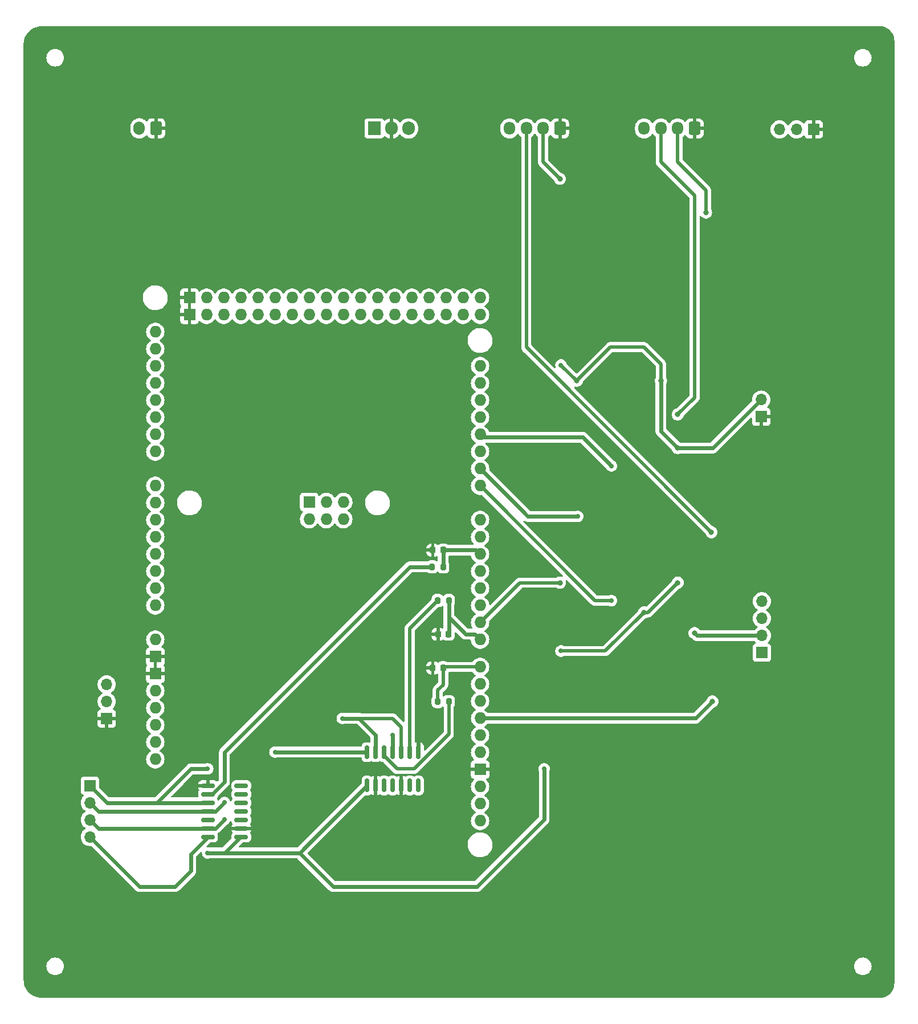
<source format=gbr>
%TF.GenerationSoftware,KiCad,Pcbnew,(7.0.0)*%
%TF.CreationDate,2024-02-08T18:30:53+01:00*%
%TF.ProjectId,AbuDhabi_ElectronBeam,41627544-6861-4626-995f-456c65637472,rev?*%
%TF.SameCoordinates,PXa6e49c0PYcef2840*%
%TF.FileFunction,Copper,L2,Bot*%
%TF.FilePolarity,Positive*%
%FSLAX46Y46*%
G04 Gerber Fmt 4.6, Leading zero omitted, Abs format (unit mm)*
G04 Created by KiCad (PCBNEW (7.0.0)) date 2024-02-08 18:30:53*
%MOMM*%
%LPD*%
G01*
G04 APERTURE LIST*
G04 Aperture macros list*
%AMRoundRect*
0 Rectangle with rounded corners*
0 $1 Rounding radius*
0 $2 $3 $4 $5 $6 $7 $8 $9 X,Y pos of 4 corners*
0 Add a 4 corners polygon primitive as box body*
4,1,4,$2,$3,$4,$5,$6,$7,$8,$9,$2,$3,0*
0 Add four circle primitives for the rounded corners*
1,1,$1+$1,$2,$3*
1,1,$1+$1,$4,$5*
1,1,$1+$1,$6,$7*
1,1,$1+$1,$8,$9*
0 Add four rect primitives between the rounded corners*
20,1,$1+$1,$2,$3,$4,$5,0*
20,1,$1+$1,$4,$5,$6,$7,0*
20,1,$1+$1,$6,$7,$8,$9,0*
20,1,$1+$1,$8,$9,$2,$3,0*%
G04 Aperture macros list end*
%TA.AperFunction,ComponentPad*%
%ADD10RoundRect,0.250000X0.600000X0.750000X-0.600000X0.750000X-0.600000X-0.750000X0.600000X-0.750000X0*%
%TD*%
%TA.AperFunction,ComponentPad*%
%ADD11O,1.700000X2.000000*%
%TD*%
%TA.AperFunction,ComponentPad*%
%ADD12R,1.905000X2.000000*%
%TD*%
%TA.AperFunction,ComponentPad*%
%ADD13O,1.905000X2.000000*%
%TD*%
%TA.AperFunction,ComponentPad*%
%ADD14RoundRect,0.250000X0.600000X0.725000X-0.600000X0.725000X-0.600000X-0.725000X0.600000X-0.725000X0*%
%TD*%
%TA.AperFunction,ComponentPad*%
%ADD15O,1.700000X1.950000*%
%TD*%
%TA.AperFunction,ComponentPad*%
%ADD16R,1.700000X1.700000*%
%TD*%
%TA.AperFunction,ComponentPad*%
%ADD17O,1.700000X1.700000*%
%TD*%
%TA.AperFunction,SMDPad,CuDef*%
%ADD18RoundRect,0.225000X0.225000X0.250000X-0.225000X0.250000X-0.225000X-0.250000X0.225000X-0.250000X0*%
%TD*%
%TA.AperFunction,SMDPad,CuDef*%
%ADD19RoundRect,0.200000X0.200000X0.275000X-0.200000X0.275000X-0.200000X-0.275000X0.200000X-0.275000X0*%
%TD*%
%TA.AperFunction,SMDPad,CuDef*%
%ADD20RoundRect,0.200000X-0.200000X-0.275000X0.200000X-0.275000X0.200000X0.275000X-0.200000X0.275000X0*%
%TD*%
%TA.AperFunction,SMDPad,CuDef*%
%ADD21RoundRect,0.150000X-0.825000X-0.150000X0.825000X-0.150000X0.825000X0.150000X-0.825000X0.150000X0*%
%TD*%
%TA.AperFunction,SMDPad,CuDef*%
%ADD22RoundRect,0.150000X-0.150000X0.825000X-0.150000X-0.825000X0.150000X-0.825000X0.150000X0.825000X0*%
%TD*%
%TA.AperFunction,ComponentPad*%
%ADD23O,1.727200X1.727200*%
%TD*%
%TA.AperFunction,ComponentPad*%
%ADD24R,1.727200X1.727200*%
%TD*%
%TA.AperFunction,ViaPad*%
%ADD25C,0.800000*%
%TD*%
%TA.AperFunction,ViaPad*%
%ADD26C,0.700000*%
%TD*%
%TA.AperFunction,Conductor*%
%ADD27C,0.600000*%
%TD*%
%TA.AperFunction,Conductor*%
%ADD28C,0.500000*%
%TD*%
G04 APERTURE END LIST*
D10*
%TO.P,J19,1,Pin_1*%
%TO.N,GND*%
X20000000Y129500000D03*
D11*
%TO.P,J19,2,Pin_2*%
%TO.N,+24V*%
X17499999Y129499999D03*
%TD*%
D12*
%TO.P,U2,1,IN*%
%TO.N,Net-(D7-K)*%
X52419999Y129499999D03*
D13*
%TO.P,U2,2,GND*%
%TO.N,GND*%
X54959999Y129499999D03*
%TO.P,U2,3,OUT*%
%TO.N,/5VExt*%
X57499999Y129499999D03*
%TD*%
D14*
%TO.P,J12,1,Pin_1*%
%TO.N,GND*%
X100000000Y129500000D03*
D15*
%TO.P,J12,2,Pin_2*%
%TO.N,/TxS*%
X97499999Y129499999D03*
%TO.P,J12,3,Pin_3*%
%TO.N,/RxS*%
X94999999Y129499999D03*
%TO.P,J12,4,Pin_4*%
%TO.N,+24V*%
X92499999Y129499999D03*
%TD*%
D16*
%TO.P,J2,1,Pin_1*%
%TO.N,GND*%
X117696499Y129343499D03*
D17*
%TO.P,J2,2,Pin_2*%
%TO.N,+24V*%
X115156499Y129343499D03*
%TO.P,J2,3,Pin_3*%
%TO.N,/5VExt*%
X112616499Y129343499D03*
%TD*%
D16*
%TO.P,J3,1,Pin_1*%
%TO.N,GND*%
X12656499Y41803499D03*
D17*
%TO.P,J3,2,Pin_2*%
%TO.N,+3.3V*%
X12656499Y44343499D03*
%TO.P,J3,3,Pin_3*%
%TO.N,/5Vard*%
X12656499Y46883499D03*
%TD*%
D16*
%TO.P,J1,1,Pin_1*%
%TO.N,/SA0*%
X109999999Y51606999D03*
D17*
%TO.P,J1,2,Pin_2*%
%TO.N,/RES*%
X109999999Y54146999D03*
%TO.P,J1,3,Pin_3*%
%TO.N,/SCL*%
X109999999Y56686999D03*
%TO.P,J1,4,Pin_4*%
%TO.N,/SDA*%
X109999999Y59226999D03*
%TD*%
D14*
%TO.P,J13,1,Pin_1*%
%TO.N,GND*%
X80000000Y129500000D03*
D15*
%TO.P,J13,2,Pin_2*%
%TO.N,/D+*%
X77499999Y129499999D03*
%TO.P,J13,3,Pin_3*%
%TO.N,/D-*%
X74999999Y129499999D03*
%TO.P,J13,4,Pin_4*%
%TO.N,+24V*%
X72499999Y129499999D03*
%TD*%
D18*
%TO.P,C9,1*%
%TO.N,/L0*%
X63431500Y54343500D03*
%TO.P,C9,2*%
%TO.N,GND*%
X61881500Y54343500D03*
%TD*%
%TO.P,C8,1*%
%TO.N,/L1*%
X62656500Y49343500D03*
%TO.P,C8,2*%
%TO.N,GND*%
X61106500Y49343500D03*
%TD*%
D19*
%TO.P,R19,1*%
%TO.N,/L1d*%
X63481500Y44343500D03*
%TO.P,R19,2*%
%TO.N,/L1*%
X61831500Y44343500D03*
%TD*%
D20*
%TO.P,R18,1*%
%TO.N,/NAND(Y0\u002CY1\u002CY2\u002CY3)*%
X61006500Y64343500D03*
%TO.P,R18,2*%
%TO.N,/intPin*%
X62656500Y64343500D03*
%TD*%
%TO.P,R20,1*%
%TO.N,/L0d*%
X61831500Y59343500D03*
%TO.P,R20,2*%
%TO.N,/L0*%
X63481500Y59343500D03*
%TD*%
D18*
%TO.P,C7,1*%
%TO.N,/intPin*%
X62656500Y66843500D03*
%TO.P,C7,2*%
%TO.N,GND*%
X61106500Y66843500D03*
%TD*%
D21*
%TO.P,U6,1*%
%TO.N,/Y0*%
X27706500Y24223500D03*
%TO.P,U6,2*%
%TO.N,/Y1*%
X27706500Y25493500D03*
%TO.P,U6,3*%
%TO.N,unconnected-(U6-Pad3)*%
X27706500Y26763500D03*
%TO.P,U6,4*%
%TO.N,/Y2*%
X27706500Y28033500D03*
%TO.P,U6,5*%
%TO.N,/Y3*%
X27706500Y29303500D03*
%TO.P,U6,6*%
%TO.N,/NAND(Y0\u002CY1\u002CY2\u002CY3)*%
X27706500Y30573500D03*
%TO.P,U6,7,GND*%
%TO.N,GND*%
X27706500Y31843500D03*
%TO.P,U6,8*%
%TO.N,unconnected-(U6-Pad8)*%
X32656500Y31843500D03*
%TO.P,U6,9*%
%TO.N,unconnected-(U6-Pad9)*%
X32656500Y30573500D03*
%TO.P,U6,10*%
%TO.N,unconnected-(U6-Pad10)*%
X32656500Y29303500D03*
%TO.P,U6,11*%
%TO.N,unconnected-(U6-Pad11)*%
X32656500Y28033500D03*
%TO.P,U6,12*%
%TO.N,unconnected-(U6-Pad12)*%
X32656500Y26763500D03*
%TO.P,U6,13*%
%TO.N,GND*%
X32656500Y25493500D03*
%TO.P,U6,14,VDD*%
%TO.N,/5Vard*%
X32656500Y24223500D03*
%TD*%
D16*
%TO.P,J16,1,Pin_1*%
%TO.N,GND*%
X109897999Y86646999D03*
D17*
%TO.P,J16,2,Pin_2*%
%TO.N,/5Vard*%
X109897999Y89186999D03*
%TD*%
D16*
%TO.P,J18,1,Pin_1*%
%TO.N,/Y3*%
X10156499Y31843499D03*
D17*
%TO.P,J18,2,Pin_2*%
%TO.N,/Y2*%
X10156499Y29303499D03*
%TO.P,J18,3,Pin_3*%
%TO.N,/Y1*%
X10156499Y26763499D03*
%TO.P,J18,4,Pin_4*%
%TO.N,/Y0*%
X10156499Y24223499D03*
%TD*%
D22*
%TO.P,U1,1*%
%TO.N,/Y2*%
X51346500Y36818500D03*
%TO.P,U1,2*%
%TO.N,/Y3*%
X52616500Y36818500D03*
%TO.P,U1,3*%
%TO.N,/L1d*%
X53886500Y36818500D03*
%TO.P,U1,4*%
%TO.N,/Y1*%
X55156500Y36818500D03*
%TO.P,U1,5*%
%TO.N,/Y3*%
X56426500Y36818500D03*
%TO.P,U1,6*%
%TO.N,/L0d*%
X57696500Y36818500D03*
%TO.P,U1,7,GND*%
%TO.N,GND*%
X58966500Y36818500D03*
%TO.P,U1,8*%
%TO.N,unconnected-(U1-Pad8)*%
X58966500Y31868500D03*
%TO.P,U1,9*%
%TO.N,unconnected-(U1-Pad9)*%
X57696500Y31868500D03*
%TO.P,U1,10*%
%TO.N,GND*%
X56426500Y31868500D03*
%TO.P,U1,11*%
%TO.N,unconnected-(U1-Pad11)*%
X55156500Y31868500D03*
%TO.P,U1,12*%
%TO.N,unconnected-(U1-Pad12)*%
X53886500Y31868500D03*
%TO.P,U1,13*%
%TO.N,GND*%
X52616500Y31868500D03*
%TO.P,U1,14,VCC*%
%TO.N,/5Vard*%
X51346500Y31868500D03*
%TD*%
D23*
%TO.P,A3,*%
%TO.N,*%
X19876499Y35763499D03*
%TO.P,A3,3V3,3.3V*%
%TO.N,+3.3V*%
X19876499Y43383499D03*
%TO.P,A3,5V1,5V*%
%TO.N,/5Vard*%
X19876499Y45923499D03*
%TO.P,A3,5V2,SPI_5V*%
%TO.N,unconnected-(A3-SPI_5V-Pad5V2)*%
X47816499Y73990499D03*
%TO.P,A3,5V3,5V*%
%TO.N,unconnected-(A3-5V-Pad5V3)*%
X68136499Y101803499D03*
%TO.P,A3,5V4,5V*%
%TO.N,unconnected-(A3-5V-Pad5V4)*%
X68136499Y104343499D03*
%TO.P,A3,A0,A0*%
%TO.N,unconnected-(A3-PadA0)*%
X19876499Y58623499D03*
%TO.P,A3,A1,A1*%
%TO.N,unconnected-(A3-PadA1)*%
X19876499Y61163499D03*
%TO.P,A3,A2,A2*%
%TO.N,unconnected-(A3-PadA2)*%
X19876499Y63703499D03*
%TO.P,A3,A3,A3*%
%TO.N,unconnected-(A3-PadA3)*%
X19876499Y66243499D03*
%TO.P,A3,A4,A4*%
%TO.N,unconnected-(A3-PadA4)*%
X19876499Y68783499D03*
%TO.P,A3,A5,A5*%
%TO.N,unconnected-(A3-PadA5)*%
X19876499Y71323499D03*
%TO.P,A3,A6,A6*%
%TO.N,unconnected-(A3-PadA6)*%
X19876499Y73863499D03*
%TO.P,A3,A7,A7*%
%TO.N,unconnected-(A3-PadA7)*%
X19876499Y76403499D03*
%TO.P,A3,A8,A8*%
%TO.N,unconnected-(A3-PadA8)*%
X19876499Y81483499D03*
%TO.P,A3,A9,A9*%
%TO.N,unconnected-(A3-PadA9)*%
X19876499Y84023499D03*
%TO.P,A3,A10,A10*%
%TO.N,unconnected-(A3-PadA10)*%
X19876499Y86563499D03*
%TO.P,A3,A11,A11*%
%TO.N,unconnected-(A3-PadA11)*%
X19876499Y89103499D03*
%TO.P,A3,A12,A12*%
%TO.N,unconnected-(A3-PadA12)*%
X19876499Y91643499D03*
%TO.P,A3,A13,A13*%
%TO.N,unconnected-(A3-PadA13)*%
X19876499Y94183499D03*
%TO.P,A3,A14,A14*%
%TO.N,unconnected-(A3-PadA14)*%
X19876499Y96723499D03*
%TO.P,A3,A15,A15*%
%TO.N,unconnected-(A3-PadA15)*%
X19876499Y99263499D03*
%TO.P,A3,AREF,AREF*%
%TO.N,unconnected-(A3-PadAREF)*%
X68136499Y31699499D03*
%TO.P,A3,D0,D0/RX0*%
%TO.N,unconnected-(A3-D0{slash}RX0-PadD0)*%
X68136499Y71323499D03*
%TO.P,A3,D1,D1/TX0*%
%TO.N,unconnected-(A3-D1{slash}TX0-PadD1)*%
X68136499Y68783499D03*
%TO.P,A3,D2,D2_INT0*%
%TO.N,/intPin*%
X68136499Y66243499D03*
%TO.P,A3,D3,D3_INT1*%
%TO.N,unconnected-(A3-D3_INT1-PadD3)*%
X68136499Y63703499D03*
%TO.P,A3,D4,D4*%
%TO.N,unconnected-(A3-PadD4)*%
X68136499Y61163499D03*
%TO.P,A3,D5,D5*%
%TO.N,/RES*%
X68136499Y58623499D03*
%TO.P,A3,D6,D6*%
%TO.N,/EN485*%
X68136499Y56083499D03*
%TO.P,A3,D7,D7*%
%TO.N,/L0*%
X68136499Y53543499D03*
%TO.P,A3,D8,D8*%
%TO.N,/L1*%
X68136499Y49479499D03*
%TO.P,A3,D9,D9*%
%TO.N,unconnected-(A3-PadD9)*%
X68136499Y46939499D03*
%TO.P,A3,D10,D10*%
%TO.N,unconnected-(A3-PadD10)*%
X68136499Y44399499D03*
%TO.P,A3,D11,D11*%
%TO.N,/SA0*%
X68136499Y41859499D03*
%TO.P,A3,D12,D12*%
%TO.N,unconnected-(A3-PadD12)*%
X68136499Y39319499D03*
%TO.P,A3,D13,D13*%
%TO.N,unconnected-(A3-PadD13)*%
X68136499Y36779499D03*
%TO.P,A3,D14,D14/TX3*%
%TO.N,/Tx3*%
X68136499Y76403499D03*
%TO.P,A3,D15,D15/RX3*%
%TO.N,/Rx3*%
X68136499Y78943499D03*
%TO.P,A3,D16,D16/TX2*%
%TO.N,/Tx2*%
X68136499Y81483499D03*
%TO.P,A3,D17,D17/RX2*%
%TO.N,/Rx2*%
X68136499Y84023499D03*
%TO.P,A3,D18,D18/TX1*%
%TO.N,unconnected-(A3-D18{slash}TX1-PadD18)*%
X68136499Y86563499D03*
%TO.P,A3,D19,D19/RX1*%
%TO.N,unconnected-(A3-D19{slash}RX1-PadD19)*%
X68136499Y89103499D03*
%TO.P,A3,D20,D20/SDA*%
%TO.N,/SDA*%
X68136499Y91643499D03*
%TO.P,A3,D21,D21/SCL*%
%TO.N,/SCL*%
X68136499Y94183499D03*
%TO.P,A3,D22,D22*%
%TO.N,unconnected-(A3-PadD22)*%
X65596499Y101803499D03*
%TO.P,A3,D23,D23*%
%TO.N,unconnected-(A3-PadD23)*%
X65596499Y104343499D03*
%TO.P,A3,D24,D24*%
%TO.N,unconnected-(A3-PadD24)*%
X63056499Y101803499D03*
%TO.P,A3,D25,D25*%
%TO.N,unconnected-(A3-PadD25)*%
X63056499Y104343499D03*
%TO.P,A3,D26,D26*%
%TO.N,unconnected-(A3-PadD26)*%
X60516499Y101803499D03*
%TO.P,A3,D27,D27*%
%TO.N,unconnected-(A3-PadD27)*%
X60516499Y104343499D03*
%TO.P,A3,D28,D28*%
%TO.N,unconnected-(A3-PadD28)*%
X57976499Y101803499D03*
%TO.P,A3,D29,D29*%
%TO.N,unconnected-(A3-PadD29)*%
X57976499Y104343499D03*
%TO.P,A3,D30,D30*%
%TO.N,unconnected-(A3-PadD30)*%
X55436499Y101803499D03*
%TO.P,A3,D31,D31*%
%TO.N,unconnected-(A3-PadD31)*%
X55436499Y104343499D03*
%TO.P,A3,D32,D32*%
%TO.N,unconnected-(A3-PadD32)*%
X52896499Y101803499D03*
%TO.P,A3,D33,D33*%
%TO.N,unconnected-(A3-PadD33)*%
X52896499Y104343499D03*
%TO.P,A3,D34,D34*%
%TO.N,unconnected-(A3-PadD34)*%
X50356499Y101803499D03*
%TO.P,A3,D35,D35*%
%TO.N,unconnected-(A3-PadD35)*%
X50356499Y104343499D03*
%TO.P,A3,D36,D36*%
%TO.N,unconnected-(A3-PadD36)*%
X47816499Y101803499D03*
%TO.P,A3,D37,D37*%
%TO.N,unconnected-(A3-PadD37)*%
X47816499Y104343499D03*
%TO.P,A3,D38,D38*%
%TO.N,unconnected-(A3-PadD38)*%
X45276499Y101803499D03*
%TO.P,A3,D39,D39*%
%TO.N,unconnected-(A3-PadD39)*%
X45276499Y104343499D03*
%TO.P,A3,D40,D40*%
%TO.N,unconnected-(A3-PadD40)*%
X42736499Y101803499D03*
%TO.P,A3,D41,D41*%
%TO.N,unconnected-(A3-PadD41)*%
X42736499Y104343499D03*
%TO.P,A3,D42,D42*%
%TO.N,unconnected-(A3-PadD42)*%
X40196499Y101803499D03*
%TO.P,A3,D43,D43*%
%TO.N,unconnected-(A3-PadD43)*%
X40196499Y104343499D03*
%TO.P,A3,D44,D44*%
%TO.N,unconnected-(A3-PadD44)*%
X37656499Y101803499D03*
%TO.P,A3,D45,D45*%
%TO.N,unconnected-(A3-PadD45)*%
X37656499Y104343499D03*
%TO.P,A3,D46,D46*%
%TO.N,unconnected-(A3-PadD46)*%
X35116499Y101803499D03*
%TO.P,A3,D47,D47*%
%TO.N,unconnected-(A3-PadD47)*%
X35116499Y104343499D03*
%TO.P,A3,D48,D48*%
%TO.N,unconnected-(A3-PadD48)*%
X32576499Y101803499D03*
%TO.P,A3,D49,D49*%
%TO.N,unconnected-(A3-PadD49)*%
X32576499Y104343499D03*
%TO.P,A3,D50,D50_MISO*%
%TO.N,unconnected-(A3-D50_MISO-PadD50)*%
X30036499Y101803499D03*
%TO.P,A3,D51,D51_MOSI*%
%TO.N,unconnected-(A3-D51_MOSI-PadD51)*%
X30036499Y104343499D03*
%TO.P,A3,D52,D52_SCK*%
%TO.N,unconnected-(A3-D52_SCK-PadD52)*%
X27496499Y101803499D03*
%TO.P,A3,D53,D53_CS*%
%TO.N,unconnected-(A3-D53_CS-PadD53)*%
X27496499Y104343499D03*
D24*
%TO.P,A3,GND1,GND*%
%TO.N,GND*%
X68136499Y34239499D03*
%TO.P,A3,GND2,GND*%
X19876499Y48463499D03*
%TO.P,A3,GND3,GND*%
X19876499Y51003499D03*
%TO.P,A3,GND4,SPI_GND*%
%TO.N,unconnected-(A3-SPI_GND-PadGND4)*%
X42736499Y73990499D03*
%TO.P,A3,GND5,GND*%
%TO.N,GND*%
X24956499Y101803499D03*
%TO.P,A3,GND6,GND*%
X24956499Y104343499D03*
D23*
%TO.P,A3,IORF,IOREF*%
%TO.N,unconnected-(A3-IOREF-PadIORF)*%
X19876499Y38303499D03*
%TO.P,A3,MISO,SPI_MISO*%
%TO.N,unconnected-(A3-SPI_MISO-PadMISO)*%
X47816499Y71450499D03*
%TO.P,A3,MOSI,SPI_MOSI*%
%TO.N,unconnected-(A3-SPI_MOSI-PadMOSI)*%
X45276499Y73990499D03*
%TO.P,A3,RST1,RESET*%
%TO.N,unconnected-(A3-RESET-PadRST1)*%
X19876499Y40843499D03*
%TO.P,A3,RST2,SPI_RESET*%
%TO.N,unconnected-(A3-SPI_RESET-PadRST2)*%
X42736499Y71450499D03*
%TO.P,A3,SCK,SPI_SCK*%
%TO.N,unconnected-(A3-SPI_SCK-PadSCK)*%
X45276499Y71450499D03*
%TO.P,A3,SCL,SCL*%
%TO.N,unconnected-(A3-PadSCL)*%
X68136499Y26619499D03*
%TO.P,A3,SDA,SDA*%
%TO.N,unconnected-(A3-PadSDA)*%
X68136499Y29159499D03*
%TO.P,A3,VIN,VIN*%
%TO.N,/5VExt*%
X19876499Y53543499D03*
%TD*%
D25*
%TO.N,GND*%
X70000000Y122000000D03*
X87500000Y137000000D03*
X72500000Y24500000D03*
X7500000Y64500000D03*
X40000000Y82000000D03*
X112500000Y64500000D03*
X114656500Y17843500D03*
D26*
X100000000Y87000000D03*
D25*
X50000000Y77000000D03*
X25000000Y87000000D03*
X57500000Y82000000D03*
X62500000Y94500000D03*
X52500000Y97000000D03*
X90000000Y17000000D03*
X5000000Y19500000D03*
X20000000Y119500000D03*
X110000000Y119500000D03*
X65000000Y129500000D03*
X125000000Y89500000D03*
X75000000Y37000000D03*
X110000000Y104500000D03*
X7500000Y92000000D03*
X95000000Y97000000D03*
X105000000Y67000000D03*
X15156500Y12343500D03*
X37500000Y119500000D03*
X32500000Y19500000D03*
X47500000Y92000000D03*
X102500000Y17000000D03*
X125000000Y109500000D03*
X97500000Y112000000D03*
X97500000Y79500000D03*
X32500000Y97000000D03*
X27500000Y74500000D03*
X90000000Y22000000D03*
X35156500Y12343500D03*
X22500000Y137000000D03*
X60156500Y12343500D03*
X45000000Y117000000D03*
X7500000Y114500000D03*
X114656500Y42843500D03*
X57656500Y69343500D03*
X35000000Y89500000D03*
X52500000Y22000000D03*
X115000000Y99500000D03*
X30000000Y119500000D03*
X80000000Y119500000D03*
X92500000Y47000000D03*
X97500000Y92000000D03*
X72500000Y79500000D03*
X35000000Y67000000D03*
X107500000Y94500000D03*
X25000000Y99500000D03*
X92500000Y59500000D03*
X77656500Y12343500D03*
X102500000Y137000000D03*
X77500000Y109500000D03*
X75000000Y49500000D03*
X15000000Y112000000D03*
X80000000Y87000000D03*
X10000000Y107000000D03*
X27500000Y127000000D03*
X115500000Y30000000D03*
X37500000Y137000000D03*
X7500000Y122000000D03*
X35156500Y56843500D03*
X62500000Y117000000D03*
X67500000Y137000000D03*
X47500000Y19500000D03*
X50000000Y119500000D03*
X112500000Y79500000D03*
X87500000Y107000000D03*
X92500000Y74500000D03*
X15000000Y34500000D03*
X50000000Y87000000D03*
X42500000Y97000000D03*
X57500000Y119500000D03*
X105000000Y129500000D03*
X12500000Y14500000D03*
X97500000Y22000000D03*
X90156500Y12343500D03*
X92500000Y119500000D03*
X85000000Y129500000D03*
X25000000Y67000000D03*
X60000000Y89500000D03*
X107500000Y74500000D03*
D26*
%TO.N,/5Vard*%
X80156500Y51843500D03*
D25*
X97500000Y62000000D03*
X97500000Y82000000D03*
X95000000Y92000000D03*
D26*
X27656500Y21843500D03*
X80156500Y94343500D03*
D25*
X92500000Y57586500D03*
X82500000Y92000000D03*
D26*
X77656500Y34343500D03*
%TO.N,/Rx2*%
X87656500Y79343500D03*
%TO.N,/Tx3*%
X87656500Y59343500D03*
%TO.N,/Rx3*%
X82656500Y71843500D03*
D25*
%TO.N,/RES*%
X100000000Y54500000D03*
%TO.N,/TxS*%
X101700000Y117000000D03*
%TO.N,/RxS*%
X97500000Y87000000D03*
%TO.N,/EN485*%
X80000000Y62000000D03*
D26*
%TO.N,/Y1*%
X55156500Y39343500D03*
X30156500Y26843500D03*
%TO.N,/Y2*%
X37656500Y36843500D03*
X30156500Y29343500D03*
%TO.N,/Y3*%
X47656500Y41843500D03*
X27656500Y34343500D03*
D25*
%TO.N,/SA0*%
X102656500Y44343500D03*
%TO.N,/D+*%
X80000000Y122000000D03*
%TO.N,/D-*%
X102500000Y69500000D03*
%TD*%
D27*
%TO.N,GND*%
X58966500Y36818500D02*
X58966500Y38466500D01*
X58966500Y38466500D02*
X60000000Y39500000D01*
%TO.N,/5Vard*%
X30156500Y21843500D02*
X32536500Y24223500D01*
X102711000Y82000000D02*
X109898000Y89187000D01*
X67656500Y16843500D02*
X77656500Y26843500D01*
D28*
X92500000Y57586500D02*
X93086500Y57586500D01*
D27*
X30156500Y21843500D02*
X41321500Y21843500D01*
D28*
X93086500Y57586500D02*
X97500000Y62000000D01*
X86757000Y51843500D02*
X92500000Y57586500D01*
X82500000Y92000000D02*
X80156500Y94343500D01*
X82500000Y92000000D02*
X87500000Y97000000D01*
D27*
X95000000Y84500000D02*
X97500000Y82000000D01*
D28*
X80156500Y51843500D02*
X86757000Y51843500D01*
D27*
X97500000Y82000000D02*
X102711000Y82000000D01*
X95000000Y92000000D02*
X95000000Y84500000D01*
D28*
X95000000Y94500000D02*
X95000000Y92000000D01*
X87500000Y97000000D02*
X92500000Y97000000D01*
D27*
X41321500Y21843500D02*
X51346500Y31868500D01*
X32536500Y24223500D02*
X32656500Y24223500D01*
X27656500Y21843500D02*
X30156500Y21843500D01*
X41321500Y21843500D02*
X46321500Y16843500D01*
X77656500Y26843500D02*
X77656500Y34343500D01*
X46321500Y16843500D02*
X67656500Y16843500D01*
D28*
X92500000Y97000000D02*
X95000000Y94500000D01*
D27*
%TO.N,/Rx2*%
X83400000Y83600000D02*
X68560000Y83600000D01*
X87656500Y79343500D02*
X83400000Y83600000D01*
X68560000Y83600000D02*
X68136500Y84023500D01*
%TO.N,/intPin*%
X67536500Y66843500D02*
X62656500Y66843500D01*
X62656500Y66843500D02*
X62656500Y64343500D01*
X68136500Y66243500D02*
X67536500Y66843500D01*
D28*
%TO.N,/Tx3*%
X85196500Y59343500D02*
X68136500Y76403500D01*
X87656500Y59343500D02*
X85196500Y59343500D01*
D27*
%TO.N,/Rx3*%
X82656500Y71843500D02*
X75236500Y71843500D01*
X75236500Y71843500D02*
X68136500Y78943500D01*
%TO.N,/RES*%
X100353000Y54147000D02*
X110000000Y54147000D01*
X100000000Y54500000D02*
X100353000Y54147000D01*
D28*
%TO.N,/TxS*%
X101700000Y120300000D02*
X97500000Y124500000D01*
X97500000Y124500000D02*
X97500000Y129500000D01*
X101700000Y117000000D02*
X101700000Y120300000D01*
%TO.N,/RxS*%
X100000000Y119500000D02*
X95000000Y124500000D01*
X95000000Y124500000D02*
X95000000Y129500000D01*
X100000000Y89500000D02*
X100000000Y119500000D01*
X97500000Y87000000D02*
X100000000Y89500000D01*
%TO.N,/EN485*%
X74053000Y62000000D02*
X80000000Y62000000D01*
X68136500Y56083500D02*
X74053000Y62000000D01*
D27*
%TO.N,/Y0*%
X17536500Y16843500D02*
X22826500Y16843500D01*
X25156500Y21673500D02*
X27706500Y24223500D01*
X10156500Y24223500D02*
X17536500Y16843500D01*
X25156500Y19173500D02*
X25156500Y21673500D01*
X22826500Y16843500D02*
X25156500Y19173500D01*
%TO.N,/Y1*%
X27706500Y25493500D02*
X11426500Y25493500D01*
X28806500Y25493500D02*
X30156500Y26843500D01*
X55156500Y39343500D02*
X55156500Y36818500D01*
X11426500Y25493500D02*
X10156500Y26763500D01*
X27706500Y25493500D02*
X28806500Y25493500D01*
%TO.N,/Y2*%
X28846500Y28033500D02*
X30156500Y29343500D01*
X27706500Y28033500D02*
X28846500Y28033500D01*
X37656500Y36843500D02*
X51321500Y36843500D01*
X51321500Y36843500D02*
X51346500Y36818500D01*
X10156500Y29303500D02*
X11426500Y28033500D01*
X11426500Y28033500D02*
X27706500Y28033500D01*
%TO.N,/Y3*%
X20156500Y29303500D02*
X20156500Y29343500D01*
D28*
X56426500Y36818500D02*
X56426500Y40573500D01*
D27*
X12696500Y29303500D02*
X20156500Y29303500D01*
X47656500Y41843500D02*
X50156500Y41843500D01*
D28*
X56426500Y40573500D02*
X55156500Y41843500D01*
D27*
X10156500Y31843500D02*
X12696500Y29303500D01*
X50156500Y41843500D02*
X52616500Y39383500D01*
X20156500Y29303500D02*
X27706500Y29303500D01*
X20156500Y29343500D02*
X25156500Y34343500D01*
X52616500Y39383500D02*
X52616500Y36818500D01*
X25156500Y34343500D02*
X27656500Y34343500D01*
D28*
X55156500Y41843500D02*
X50156500Y41843500D01*
D27*
%TO.N,/SA0*%
X102656500Y44343500D02*
X100172500Y41859500D01*
X100172500Y41859500D02*
X68136500Y41859500D01*
D28*
%TO.N,/D+*%
X80000000Y122000000D02*
X77500000Y124500000D01*
X77500000Y124500000D02*
X77500000Y129500000D01*
%TO.N,/D-*%
X75000000Y97000000D02*
X75000000Y129500000D01*
X102500000Y69500000D02*
X75000000Y97000000D01*
D27*
%TO.N,/L0*%
X63481500Y59343500D02*
X63481500Y54393500D01*
X67336500Y54343500D02*
X68136500Y53543500D01*
X65981500Y54343500D02*
X67336500Y54343500D01*
X63481500Y56843500D02*
X65981500Y54343500D01*
D28*
%TO.N,/L1*%
X62656500Y46843500D02*
X62656500Y49343500D01*
X61831500Y46018500D02*
X62656500Y46843500D01*
X62656500Y49343500D02*
X62792500Y49479500D01*
X62792500Y49479500D02*
X68136500Y49479500D01*
X61831500Y44343500D02*
X61831500Y46018500D01*
D27*
%TO.N,/NAND(Y0\u002CY1\u002CY2\u002CY3)*%
X57656500Y64343500D02*
X61006500Y64343500D01*
X28330739Y30573500D02*
X30156500Y32399261D01*
X27706500Y30573500D02*
X28330739Y30573500D01*
X30156500Y32399261D02*
X30156500Y36843500D01*
X30156500Y36843500D02*
X57656500Y64343500D01*
D28*
%TO.N,/L1d*%
X63481500Y39509972D02*
X63481500Y44343500D01*
X55807972Y34343500D02*
X58315028Y34343500D01*
X58315028Y34343500D02*
X63481500Y39509972D01*
X53886500Y36818500D02*
X53886500Y36264972D01*
X53886500Y36264972D02*
X55807972Y34343500D01*
%TO.N,/L0d*%
X57656500Y55168500D02*
X57656500Y36843500D01*
X61831500Y59343500D02*
X57656500Y55168500D01*
%TD*%
%TA.AperFunction,Conductor*%
%TO.N,GND*%
G36*
X127503736Y144699274D02*
G01*
X127757638Y144683916D01*
X127772495Y144682112D01*
X128019000Y144636939D01*
X128033536Y144633356D01*
X128272791Y144558800D01*
X128286785Y144553493D01*
X128349741Y144525159D01*
X128515319Y144450639D01*
X128528578Y144443680D01*
X128635808Y144378857D01*
X128743045Y144314030D01*
X128755356Y144305532D01*
X128785772Y144281703D01*
X128952636Y144150973D01*
X128963844Y144141043D01*
X129141042Y143963845D01*
X129150972Y143952637D01*
X129305527Y143755363D01*
X129314033Y143743040D01*
X129443679Y143528579D01*
X129450638Y143515320D01*
X129553491Y143286789D01*
X129558800Y143272789D01*
X129633354Y143033539D01*
X129636938Y143018999D01*
X129682110Y142772500D01*
X129683915Y142757636D01*
X129699274Y142503736D01*
X129699500Y142496249D01*
X129699500Y2503751D01*
X129699274Y2496264D01*
X129683915Y2242365D01*
X129682110Y2227501D01*
X129636938Y1981002D01*
X129633354Y1966462D01*
X129558800Y1727212D01*
X129553491Y1713212D01*
X129450638Y1484681D01*
X129443679Y1471422D01*
X129314033Y1256961D01*
X129305527Y1244638D01*
X129150972Y1047364D01*
X129141042Y1036156D01*
X128963844Y858958D01*
X128952636Y849028D01*
X128755362Y694473D01*
X128743039Y685967D01*
X128528578Y556321D01*
X128515319Y549362D01*
X128286788Y446509D01*
X128272788Y441200D01*
X128033538Y366646D01*
X128018998Y363062D01*
X127772499Y317890D01*
X127757635Y316085D01*
X127503736Y300726D01*
X127496249Y300500D01*
X125056173Y300500D01*
X3003481Y300500D01*
X2996528Y300695D01*
X2704703Y317084D01*
X2690885Y318641D01*
X2406172Y367016D01*
X2392615Y370110D01*
X2115100Y450061D01*
X2101975Y454654D01*
X1835165Y565170D01*
X1822637Y571203D01*
X1569874Y710900D01*
X1558100Y718298D01*
X1322569Y885416D01*
X1311697Y894086D01*
X1096357Y1086525D01*
X1086524Y1096358D01*
X894085Y1311698D01*
X885415Y1322570D01*
X718297Y1558101D01*
X710899Y1569875D01*
X571202Y1822638D01*
X565172Y1835159D01*
X454653Y2101976D01*
X450060Y2115101D01*
X370109Y2392616D01*
X367015Y2406173D01*
X350436Y2503751D01*
X318638Y2690897D01*
X317084Y2704694D01*
X300695Y2996528D01*
X300500Y3003481D01*
X300500Y5000000D01*
X3694532Y5000000D01*
X3714365Y4773308D01*
X3715762Y4768093D01*
X3715764Y4768084D01*
X3771858Y4558737D01*
X3771861Y4558729D01*
X3773261Y4553504D01*
X3869432Y4347266D01*
X3999953Y4160861D01*
X4160861Y3999953D01*
X4347266Y3869432D01*
X4553504Y3773261D01*
X4773308Y3714365D01*
X4943216Y3699500D01*
X5054075Y3699500D01*
X5056784Y3699500D01*
X5226692Y3714365D01*
X5446496Y3773261D01*
X5652734Y3869432D01*
X5839139Y3999953D01*
X6000047Y4160861D01*
X6130568Y4347266D01*
X6226739Y4553504D01*
X6285635Y4773308D01*
X6305468Y5000000D01*
X123694532Y5000000D01*
X123714365Y4773308D01*
X123715762Y4768093D01*
X123715764Y4768084D01*
X123771858Y4558737D01*
X123771861Y4558729D01*
X123773261Y4553504D01*
X123869432Y4347266D01*
X123999953Y4160861D01*
X124160861Y3999953D01*
X124347266Y3869432D01*
X124553504Y3773261D01*
X124773308Y3714365D01*
X124943216Y3699500D01*
X125054075Y3699500D01*
X125056784Y3699500D01*
X125226692Y3714365D01*
X125446496Y3773261D01*
X125652734Y3869432D01*
X125839139Y3999953D01*
X126000047Y4160861D01*
X126130568Y4347266D01*
X126226739Y4553504D01*
X126285635Y4773308D01*
X126305468Y5000000D01*
X126285635Y5226692D01*
X126226739Y5446496D01*
X126130568Y5652734D01*
X126000047Y5839139D01*
X125839139Y6000047D01*
X125652734Y6130568D01*
X125446496Y6226739D01*
X125441271Y6228139D01*
X125441263Y6228142D01*
X125231916Y6284236D01*
X125231907Y6284238D01*
X125226692Y6285635D01*
X125221304Y6286107D01*
X125221301Y6286107D01*
X125059484Y6300264D01*
X125059479Y6300265D01*
X125056784Y6300500D01*
X124943216Y6300500D01*
X124940521Y6300265D01*
X124940515Y6300264D01*
X124778698Y6286107D01*
X124778693Y6286107D01*
X124773308Y6285635D01*
X124768094Y6284238D01*
X124768083Y6284236D01*
X124558736Y6228142D01*
X124558724Y6228138D01*
X124553504Y6226739D01*
X124548599Y6224453D01*
X124548594Y6224450D01*
X124352176Y6132858D01*
X124352172Y6132856D01*
X124347266Y6130568D01*
X124342833Y6127465D01*
X124342826Y6127460D01*
X124165296Y6003153D01*
X124165291Y6003150D01*
X124160861Y6000047D01*
X124157037Y5996224D01*
X124157031Y5996218D01*
X124003782Y5842969D01*
X124003776Y5842963D01*
X123999953Y5839139D01*
X123996850Y5834709D01*
X123996847Y5834704D01*
X123872540Y5657174D01*
X123872535Y5657167D01*
X123869432Y5652734D01*
X123867144Y5647828D01*
X123867142Y5647824D01*
X123775550Y5451406D01*
X123775547Y5451401D01*
X123773261Y5446496D01*
X123771862Y5441276D01*
X123771858Y5441264D01*
X123715764Y5231917D01*
X123715762Y5231906D01*
X123714365Y5226692D01*
X123694532Y5000000D01*
X6305468Y5000000D01*
X6285635Y5226692D01*
X6226739Y5446496D01*
X6130568Y5652734D01*
X6000047Y5839139D01*
X5839139Y6000047D01*
X5652734Y6130568D01*
X5446496Y6226739D01*
X5441271Y6228139D01*
X5441263Y6228142D01*
X5231916Y6284236D01*
X5231907Y6284238D01*
X5226692Y6285635D01*
X5221304Y6286107D01*
X5221301Y6286107D01*
X5059484Y6300264D01*
X5059479Y6300265D01*
X5056784Y6300500D01*
X4943216Y6300500D01*
X4940521Y6300265D01*
X4940515Y6300264D01*
X4778698Y6286107D01*
X4778693Y6286107D01*
X4773308Y6285635D01*
X4768094Y6284238D01*
X4768083Y6284236D01*
X4558736Y6228142D01*
X4558724Y6228138D01*
X4553504Y6226739D01*
X4548599Y6224453D01*
X4548594Y6224450D01*
X4352176Y6132858D01*
X4352172Y6132856D01*
X4347266Y6130568D01*
X4342833Y6127465D01*
X4342826Y6127460D01*
X4165296Y6003153D01*
X4165291Y6003150D01*
X4160861Y6000047D01*
X4157037Y5996224D01*
X4157031Y5996218D01*
X4003782Y5842969D01*
X4003776Y5842963D01*
X3999953Y5839139D01*
X3996850Y5834709D01*
X3996847Y5834704D01*
X3872540Y5657174D01*
X3872535Y5657167D01*
X3869432Y5652734D01*
X3867144Y5647828D01*
X3867142Y5647824D01*
X3775550Y5451406D01*
X3775547Y5451401D01*
X3773261Y5446496D01*
X3771862Y5441276D01*
X3771858Y5441264D01*
X3715764Y5231917D01*
X3715762Y5231906D01*
X3714365Y5226692D01*
X3694532Y5000000D01*
X300500Y5000000D01*
X300500Y24223500D01*
X8800841Y24223500D01*
X8801313Y24218107D01*
X8801313Y24218105D01*
X8817763Y24030079D01*
X8821437Y23988092D01*
X8822836Y23982870D01*
X8822837Y23982866D01*
X8881194Y23765070D01*
X8881197Y23765062D01*
X8882597Y23759837D01*
X8884885Y23754930D01*
X8884886Y23754928D01*
X8980178Y23550573D01*
X8980181Y23550567D01*
X8982465Y23545670D01*
X8985564Y23541243D01*
X8985566Y23541241D01*
X9114899Y23356534D01*
X9114902Y23356530D01*
X9118005Y23352099D01*
X9285099Y23185005D01*
X9289531Y23181902D01*
X9289533Y23181900D01*
X9368313Y23126738D01*
X9478670Y23049465D01*
X9692837Y22949597D01*
X9921092Y22888437D01*
X10156500Y22867841D01*
X10304493Y22880790D01*
X10357708Y22873784D01*
X10402979Y22844943D01*
X16906684Y16341238D01*
X17034238Y16213684D01*
X17040133Y16209980D01*
X17066643Y16193323D01*
X17077984Y16185277D01*
X17107913Y16161409D01*
X17114188Y16158387D01*
X17114190Y16158386D01*
X17142395Y16144803D01*
X17154564Y16138078D01*
X17186978Y16117711D01*
X17193547Y16115413D01*
X17193548Y16115412D01*
X17223106Y16105069D01*
X17235943Y16099753D01*
X17270439Y16083140D01*
X17307766Y16074621D01*
X17321113Y16070775D01*
X17350670Y16060432D01*
X17350675Y16060431D01*
X17357245Y16058132D01*
X17395278Y16053847D01*
X17408984Y16051519D01*
X17446306Y16043000D01*
X17491546Y16043000D01*
X17626694Y16043000D01*
X22736306Y16043000D01*
X22871454Y16043000D01*
X22909733Y16043000D01*
X22916694Y16043000D01*
X22954023Y16051521D01*
X22967697Y16053845D01*
X23005755Y16058132D01*
X23041903Y16070782D01*
X23055226Y16074619D01*
X23092561Y16083140D01*
X23127046Y16099748D01*
X23139898Y16105071D01*
X23139907Y16105074D01*
X23176022Y16117711D01*
X23208439Y16138082D01*
X23220586Y16144795D01*
X23255087Y16161409D01*
X23285019Y16185280D01*
X23296353Y16193321D01*
X23296356Y16193323D01*
X23328762Y16213684D01*
X23456316Y16341238D01*
X23456316Y16341239D01*
X25754327Y18639249D01*
X25754326Y18639249D01*
X25786316Y18671238D01*
X25806692Y18703669D01*
X25814713Y18714973D01*
X25838592Y18744914D01*
X25855204Y18779412D01*
X25861923Y18791567D01*
X25882289Y18823978D01*
X25894931Y18860106D01*
X25900249Y18872947D01*
X25916860Y18907439D01*
X25925381Y18944774D01*
X25929218Y18958097D01*
X25941868Y18994245D01*
X25946155Y19032303D01*
X25948479Y19045977D01*
X25957000Y19083306D01*
X25957000Y19263695D01*
X25957000Y21290560D01*
X25966439Y21338013D01*
X25993319Y21378241D01*
X26133908Y21518830D01*
X26593967Y21978891D01*
X26645804Y22009914D01*
X26706153Y22012761D01*
X26760684Y21986752D01*
X26796452Y21938062D01*
X26804966Y21878248D01*
X26801994Y21849965D01*
X26801994Y21849960D01*
X26801315Y21843500D01*
X26801994Y21837040D01*
X26819323Y21672159D01*
X26819324Y21672152D01*
X26820003Y21665697D01*
X26822010Y21659518D01*
X26822011Y21659517D01*
X26868623Y21516059D01*
X26875250Y21495665D01*
X26878497Y21490041D01*
X26878498Y21490039D01*
X26943044Y21378241D01*
X26964641Y21340835D01*
X26968985Y21336010D01*
X26968987Y21336008D01*
X27014255Y21285733D01*
X27084270Y21207974D01*
X27228907Y21102888D01*
X27360670Y21044224D01*
X27384618Y21033561D01*
X27392233Y21030171D01*
X27398591Y21028820D01*
X27398593Y21028819D01*
X27434185Y21021254D01*
X27567109Y20993000D01*
X27739388Y20993000D01*
X27745891Y20993000D01*
X27920767Y21030171D01*
X27926705Y21032815D01*
X27932884Y21034822D01*
X27933179Y21033912D01*
X27975938Y21043000D01*
X30066306Y21043000D01*
X30111546Y21043000D01*
X30201454Y21043000D01*
X30246694Y21043000D01*
X40938560Y21043000D01*
X40986013Y21033561D01*
X41026240Y21006682D01*
X45691684Y16341238D01*
X45819238Y16213684D01*
X45851651Y16193317D01*
X45862983Y16185276D01*
X45887468Y16165750D01*
X45887473Y16165747D01*
X45892914Y16161408D01*
X45899186Y16158388D01*
X45899187Y16158387D01*
X45927398Y16144801D01*
X45939568Y16138076D01*
X45944427Y16135023D01*
X45966081Y16121416D01*
X45966083Y16121415D01*
X45971978Y16117711D01*
X46008113Y16105067D01*
X46020943Y16099752D01*
X46049162Y16086162D01*
X46049167Y16086160D01*
X46055439Y16083140D01*
X46092766Y16074621D01*
X46106113Y16070775D01*
X46135670Y16060432D01*
X46135675Y16060431D01*
X46142245Y16058132D01*
X46180278Y16053847D01*
X46193984Y16051519D01*
X46231306Y16043000D01*
X46276546Y16043000D01*
X46411694Y16043000D01*
X67566306Y16043000D01*
X67701454Y16043000D01*
X67739733Y16043000D01*
X67746694Y16043000D01*
X67784023Y16051521D01*
X67797697Y16053845D01*
X67835755Y16058132D01*
X67871903Y16070782D01*
X67885226Y16074619D01*
X67922561Y16083140D01*
X67957046Y16099748D01*
X67969898Y16105071D01*
X67969907Y16105074D01*
X68006022Y16117711D01*
X68038439Y16138082D01*
X68050586Y16144795D01*
X68085087Y16161409D01*
X68115019Y16185280D01*
X68126353Y16193321D01*
X68126356Y16193323D01*
X68158762Y16213684D01*
X68286316Y16341238D01*
X68286316Y16341239D01*
X78254327Y26309249D01*
X78254326Y26309249D01*
X78286316Y26341238D01*
X78306692Y26373669D01*
X78314713Y26384973D01*
X78338592Y26414914D01*
X78355204Y26449412D01*
X78361923Y26461567D01*
X78382289Y26493978D01*
X78390432Y26517249D01*
X78394931Y26530106D01*
X78400249Y26542947D01*
X78416860Y26577439D01*
X78425381Y26614774D01*
X78429218Y26628097D01*
X78441868Y26664245D01*
X78446155Y26702303D01*
X78448479Y26715977D01*
X78457000Y26753306D01*
X78457000Y26933695D01*
X78457000Y34035270D01*
X78463069Y34073588D01*
X78466298Y34083527D01*
X78492997Y34165697D01*
X78511685Y34343500D01*
X78492997Y34521303D01*
X78437750Y34691335D01*
X78348359Y34846165D01*
X78228730Y34979026D01*
X78197485Y35001727D01*
X78089347Y35080295D01*
X78089345Y35080297D01*
X78084093Y35084112D01*
X78011957Y35116229D01*
X77926705Y35154186D01*
X77926698Y35154189D01*
X77920767Y35156829D01*
X77914414Y35158180D01*
X77914406Y35158182D01*
X77752253Y35192648D01*
X77752250Y35192649D01*
X77745891Y35194000D01*
X77567109Y35194000D01*
X77560750Y35192649D01*
X77560746Y35192648D01*
X77398593Y35158182D01*
X77398582Y35158179D01*
X77392233Y35156829D01*
X77386304Y35154190D01*
X77386294Y35154186D01*
X77234842Y35086755D01*
X77234834Y35086751D01*
X77228908Y35084112D01*
X77223659Y35080299D01*
X77223653Y35080295D01*
X77089523Y34982844D01*
X77089514Y34982837D01*
X77084270Y34979026D01*
X77079926Y34974203D01*
X77079923Y34974199D01*
X76968987Y34850993D01*
X76968982Y34850987D01*
X76964641Y34846165D01*
X76961396Y34840545D01*
X76961392Y34840539D01*
X76878498Y34696962D01*
X76878495Y34696957D01*
X76875250Y34691335D01*
X76873244Y34685163D01*
X76873242Y34685157D01*
X76852317Y34620756D01*
X76820003Y34521303D01*
X76819324Y34514851D01*
X76819323Y34514842D01*
X76807279Y34400245D01*
X76801315Y34343500D01*
X76801994Y34337040D01*
X76819323Y34172159D01*
X76819324Y34172152D01*
X76820003Y34165697D01*
X76822010Y34159518D01*
X76822011Y34159517D01*
X76849931Y34073588D01*
X76856000Y34035270D01*
X76856000Y27226440D01*
X76846561Y27178987D01*
X76819681Y27138759D01*
X67361241Y17680319D01*
X67321013Y17653439D01*
X67273560Y17644000D01*
X46704440Y17644000D01*
X46656987Y17653439D01*
X46616759Y17680319D01*
X42541258Y21755820D01*
X42509164Y21811407D01*
X42509164Y21875595D01*
X42541255Y21931178D01*
X43605812Y22995735D01*
X66282288Y22995735D01*
X66282782Y22991238D01*
X66282783Y22991233D01*
X66311417Y22730994D01*
X66311418Y22730987D01*
X66311914Y22726482D01*
X66313059Y22722102D01*
X66313061Y22722092D01*
X66334029Y22641890D01*
X66380428Y22464412D01*
X66382193Y22460258D01*
X66382196Y22460250D01*
X66484599Y22219277D01*
X66486370Y22215110D01*
X66488726Y22211249D01*
X66488729Y22211244D01*
X66619827Y21996433D01*
X66627482Y21983890D01*
X66800755Y21775680D01*
X66804130Y21772656D01*
X66804131Y21772655D01*
X66923503Y21665697D01*
X67002498Y21594918D01*
X67228410Y21445456D01*
X67473676Y21330480D01*
X67733069Y21252440D01*
X68001061Y21213000D01*
X68201869Y21213000D01*
X68204131Y21213000D01*
X68406656Y21227823D01*
X68671053Y21286720D01*
X68924058Y21383486D01*
X69160277Y21516059D01*
X69374677Y21681612D01*
X69562686Y21876619D01*
X69720299Y22096921D01*
X69844156Y22337825D01*
X69931618Y22594195D01*
X69980819Y22860567D01*
X69990712Y23131265D01*
X69961086Y23400518D01*
X69892572Y23662588D01*
X69888727Y23671635D01*
X69788400Y23907724D01*
X69786630Y23911890D01*
X69645518Y24143110D01*
X69472245Y24351320D01*
X69468868Y24354346D01*
X69273882Y24529054D01*
X69273878Y24529058D01*
X69270502Y24532082D01*
X69044590Y24681544D01*
X69040496Y24683464D01*
X69040491Y24683466D01*
X68803429Y24794596D01*
X68803425Y24794598D01*
X68799324Y24796520D01*
X68794977Y24797828D01*
X68794974Y24797829D01*
X68544272Y24873254D01*
X68544271Y24873255D01*
X68539931Y24874560D01*
X68535457Y24875219D01*
X68535450Y24875220D01*
X68276413Y24913342D01*
X68276407Y24913343D01*
X68271939Y24914000D01*
X68068869Y24914000D01*
X68066620Y24913836D01*
X68066609Y24913835D01*
X67870863Y24899508D01*
X67870859Y24899508D01*
X67866344Y24899177D01*
X67861926Y24898193D01*
X67861920Y24898192D01*
X67606377Y24841268D01*
X67606361Y24841264D01*
X67601947Y24840280D01*
X67597716Y24838662D01*
X67597710Y24838660D01*
X67353173Y24745133D01*
X67353163Y24745129D01*
X67348942Y24743514D01*
X67344994Y24741299D01*
X67344989Y24741296D01*
X67116676Y24613160D01*
X67116671Y24613157D01*
X67112723Y24610941D01*
X67109139Y24608175D01*
X67109135Y24608171D01*
X66901907Y24448157D01*
X66901894Y24448146D01*
X66898323Y24445388D01*
X66895185Y24442134D01*
X66895178Y24442127D01*
X66713458Y24253643D01*
X66713452Y24253636D01*
X66710314Y24250381D01*
X66707689Y24246713D01*
X66707679Y24246700D01*
X66555334Y24033760D01*
X66555330Y24033755D01*
X66552701Y24030079D01*
X66550632Y24026056D01*
X66550629Y24026050D01*
X66430916Y23793207D01*
X66430911Y23793196D01*
X66428844Y23789175D01*
X66427384Y23784898D01*
X66427379Y23784884D01*
X66342848Y23537105D01*
X66342844Y23537093D01*
X66341382Y23532805D01*
X66340557Y23528341D01*
X66340557Y23528339D01*
X66293004Y23270894D01*
X66293002Y23270881D01*
X66292181Y23266433D01*
X66292015Y23261907D01*
X66292015Y23261901D01*
X66284252Y23049465D01*
X66282288Y22995735D01*
X43605812Y22995735D01*
X47229577Y26619500D01*
X66767725Y26619500D01*
X66768149Y26614383D01*
X66785968Y26399326D01*
X66785969Y26399317D01*
X66786393Y26394207D01*
X66787650Y26389240D01*
X66787652Y26389233D01*
X66833554Y26207974D01*
X66841889Y26175059D01*
X66843949Y26170363D01*
X66930638Y25972730D01*
X66930641Y25972725D01*
X66932698Y25968035D01*
X66994520Y25873409D01*
X67053542Y25783069D01*
X67053545Y25783065D01*
X67056344Y25778781D01*
X67059809Y25775017D01*
X67059813Y25775012D01*
X67205985Y25616228D01*
X67209454Y25612460D01*
X67387851Y25473607D01*
X67586669Y25366012D01*
X67800486Y25292609D01*
X68023467Y25255400D01*
X68244400Y25255400D01*
X68249533Y25255400D01*
X68472514Y25292609D01*
X68686331Y25366012D01*
X68885149Y25473607D01*
X69063546Y25612460D01*
X69216656Y25778781D01*
X69340302Y25968035D01*
X69431111Y26175059D01*
X69486607Y26394207D01*
X69505275Y26619500D01*
X69486607Y26844793D01*
X69431111Y27063941D01*
X69345203Y27259791D01*
X69342361Y27266271D01*
X69342360Y27266272D01*
X69340302Y27270965D01*
X69232205Y27436419D01*
X69219457Y27455932D01*
X69219456Y27455934D01*
X69216656Y27460219D01*
X69213188Y27463986D01*
X69213186Y27463989D01*
X69067014Y27622773D01*
X69067012Y27622775D01*
X69063546Y27626540D01*
X68885149Y27765393D01*
X68880644Y27767831D01*
X68880638Y27767835D01*
X68857336Y27780445D01*
X68809830Y27826026D01*
X68792353Y27889500D01*
X68809830Y27952974D01*
X68857336Y27998555D01*
X68880638Y28011166D01*
X68885149Y28013607D01*
X69063546Y28152460D01*
X69216656Y28318781D01*
X69340302Y28508035D01*
X69431111Y28715059D01*
X69486607Y28934207D01*
X69505275Y29159500D01*
X69486607Y29384793D01*
X69431111Y29603941D01*
X69340302Y29810965D01*
X69230502Y29979026D01*
X69219457Y29995932D01*
X69219456Y29995934D01*
X69216656Y30000219D01*
X69213188Y30003986D01*
X69213186Y30003989D01*
X69067014Y30162773D01*
X69067012Y30162775D01*
X69063546Y30166540D01*
X68960876Y30246452D01*
X68889194Y30302245D01*
X68889191Y30302247D01*
X68885149Y30305393D01*
X68880644Y30307831D01*
X68880638Y30307835D01*
X68857336Y30320445D01*
X68809830Y30366026D01*
X68792353Y30429500D01*
X68809830Y30492974D01*
X68857336Y30538555D01*
X68880638Y30551166D01*
X68885149Y30553607D01*
X69063546Y30692460D01*
X69216656Y30858781D01*
X69340302Y31048035D01*
X69431111Y31255059D01*
X69486607Y31474207D01*
X69505275Y31699500D01*
X69486607Y31924793D01*
X69431111Y32143941D01*
X69340302Y32350965D01*
X69233031Y32515156D01*
X69219457Y32535932D01*
X69219456Y32535934D01*
X69216656Y32540219D01*
X69213185Y32543990D01*
X69213180Y32543996D01*
X69079255Y32689476D01*
X69050481Y32742229D01*
X69049888Y32802316D01*
X69077616Y32855626D01*
X69127151Y32889641D01*
X69233878Y32929448D01*
X69249289Y32937863D01*
X69350192Y33013399D01*
X69362601Y33025808D01*
X69438137Y33126711D01*
X69446552Y33142123D01*
X69490988Y33261259D01*
X69494526Y33276233D01*
X69499746Y33324786D01*
X69500100Y33331382D01*
X69500100Y33973174D01*
X69496649Y33986050D01*
X69483774Y33989500D01*
X66789226Y33989500D01*
X66776350Y33986050D01*
X66772900Y33973174D01*
X66772900Y33331382D01*
X66773253Y33324786D01*
X66778473Y33276233D01*
X66782011Y33261259D01*
X66826447Y33142123D01*
X66834862Y33126711D01*
X66910398Y33025808D01*
X66922807Y33013399D01*
X67023710Y32937863D01*
X67039122Y32929448D01*
X67145848Y32889641D01*
X67195384Y32855626D01*
X67223111Y32802316D01*
X67222518Y32742229D01*
X67193745Y32689476D01*
X67059813Y32543989D01*
X67059804Y32543979D01*
X67056344Y32540219D01*
X67053549Y32535942D01*
X67053542Y32535932D01*
X66935500Y32355254D01*
X66932698Y32350965D01*
X66930643Y32346281D01*
X66930638Y32346271D01*
X66859410Y32183886D01*
X66841889Y32143941D01*
X66840631Y32138976D01*
X66840630Y32138971D01*
X66787652Y31929768D01*
X66787650Y31929759D01*
X66786393Y31924793D01*
X66785969Y31919686D01*
X66785968Y31919675D01*
X66769216Y31717500D01*
X66767725Y31699500D01*
X66768149Y31694383D01*
X66785968Y31479326D01*
X66785969Y31479317D01*
X66786393Y31474207D01*
X66787650Y31469240D01*
X66787652Y31469233D01*
X66834432Y31284506D01*
X66841889Y31255059D01*
X66843949Y31250363D01*
X66930638Y31052730D01*
X66930641Y31052725D01*
X66932698Y31048035D01*
X66970213Y30990614D01*
X67053542Y30863069D01*
X67053545Y30863065D01*
X67056344Y30858781D01*
X67059809Y30855017D01*
X67059813Y30855012D01*
X67155408Y30751169D01*
X67209454Y30692460D01*
X67387851Y30553607D01*
X67392358Y30551168D01*
X67392361Y30551166D01*
X67415665Y30538554D01*
X67463169Y30492973D01*
X67480646Y30429500D01*
X67463169Y30366027D01*
X67415665Y30320446D01*
X67392361Y30307835D01*
X67392349Y30307828D01*
X67387851Y30305393D01*
X67383814Y30302252D01*
X67383805Y30302245D01*
X67213495Y30169686D01*
X67213489Y30169682D01*
X67209454Y30166540D01*
X67205992Y30162781D01*
X67205985Y30162773D01*
X67059813Y30003989D01*
X67059804Y30003979D01*
X67056344Y30000219D01*
X67053549Y29995942D01*
X67053542Y29995932D01*
X66935500Y29815254D01*
X66932698Y29810965D01*
X66930643Y29806281D01*
X66930638Y29806271D01*
X66844926Y29610865D01*
X66841889Y29603941D01*
X66840631Y29598976D01*
X66840630Y29598971D01*
X66787652Y29389768D01*
X66787650Y29389759D01*
X66786393Y29384793D01*
X66785969Y29379686D01*
X66785968Y29379675D01*
X66768238Y29165697D01*
X66767725Y29159500D01*
X66768149Y29154383D01*
X66785968Y28939326D01*
X66785969Y28939317D01*
X66786393Y28934207D01*
X66787650Y28929240D01*
X66787652Y28929233D01*
X66834433Y28744502D01*
X66841889Y28715059D01*
X66850447Y28695549D01*
X66930638Y28512730D01*
X66930641Y28512725D01*
X66932698Y28508035D01*
X66994521Y28413408D01*
X67053542Y28323069D01*
X67053545Y28323065D01*
X67056344Y28318781D01*
X67059809Y28315017D01*
X67059813Y28315012D01*
X67122654Y28246749D01*
X67209454Y28152460D01*
X67387851Y28013607D01*
X67392358Y28011168D01*
X67392361Y28011166D01*
X67415665Y27998554D01*
X67463169Y27952973D01*
X67480646Y27889500D01*
X67463169Y27826027D01*
X67415665Y27780446D01*
X67392361Y27767835D01*
X67392349Y27767828D01*
X67387851Y27765393D01*
X67383814Y27762252D01*
X67383805Y27762245D01*
X67213495Y27629686D01*
X67213489Y27629682D01*
X67209454Y27626540D01*
X67205992Y27622781D01*
X67205985Y27622773D01*
X67059813Y27463989D01*
X67059804Y27463979D01*
X67056344Y27460219D01*
X67053549Y27455942D01*
X67053542Y27455932D01*
X66978153Y27340539D01*
X66932698Y27270965D01*
X66930643Y27266281D01*
X66930638Y27266271D01*
X66855822Y27095705D01*
X66841889Y27063941D01*
X66840631Y27058976D01*
X66840630Y27058971D01*
X66787652Y26849768D01*
X66787650Y26849759D01*
X66786393Y26844793D01*
X66785969Y26839686D01*
X66785968Y26839675D01*
X66768440Y26628125D01*
X66767725Y26619500D01*
X47229577Y26619500D01*
X50974133Y30364057D01*
X51024888Y30394749D01*
X51084094Y30398356D01*
X51087838Y30397673D01*
X51093931Y30395902D01*
X51130806Y30393000D01*
X51559749Y30393000D01*
X51562194Y30393000D01*
X51599069Y30395902D01*
X51756898Y30441756D01*
X51898365Y30525419D01*
X51903884Y30530939D01*
X51905908Y30532508D01*
X51954860Y30555544D01*
X52008962Y30555545D01*
X52057914Y30532509D01*
X52071664Y30521843D01*
X52199587Y30446190D01*
X52213794Y30440042D01*
X52355723Y30398808D01*
X52362793Y30400214D01*
X52366500Y30413356D01*
X52866500Y30413356D01*
X52870206Y30400214D01*
X52877276Y30398808D01*
X53019205Y30440042D01*
X53033412Y30446190D01*
X53161335Y30521843D01*
X53175086Y30532509D01*
X53224038Y30555545D01*
X53278140Y30555544D01*
X53327092Y30532508D01*
X53329116Y30530938D01*
X53334635Y30525419D01*
X53476102Y30441756D01*
X53633931Y30395902D01*
X53670806Y30393000D01*
X54099749Y30393000D01*
X54102194Y30393000D01*
X54139069Y30395902D01*
X54296898Y30441756D01*
X54438365Y30525419D01*
X54443884Y30530939D01*
X54445498Y30532190D01*
X54494450Y30555226D01*
X54548550Y30555226D01*
X54597502Y30532190D01*
X54599115Y30530939D01*
X54604635Y30525419D01*
X54746102Y30441756D01*
X54903931Y30395902D01*
X54940806Y30393000D01*
X55369749Y30393000D01*
X55372194Y30393000D01*
X55409069Y30395902D01*
X55566898Y30441756D01*
X55708365Y30525419D01*
X55713884Y30530939D01*
X55715908Y30532508D01*
X55764860Y30555544D01*
X55818962Y30555545D01*
X55867914Y30532509D01*
X55881664Y30521843D01*
X56009587Y30446190D01*
X56023794Y30440042D01*
X56165723Y30398808D01*
X56172793Y30400214D01*
X56176500Y30413356D01*
X56676500Y30413356D01*
X56680206Y30400214D01*
X56687276Y30398808D01*
X56829205Y30440042D01*
X56843412Y30446190D01*
X56971335Y30521843D01*
X56985086Y30532509D01*
X57034038Y30555545D01*
X57088140Y30555544D01*
X57137092Y30532508D01*
X57139116Y30530938D01*
X57144635Y30525419D01*
X57286102Y30441756D01*
X57443931Y30395902D01*
X57480806Y30393000D01*
X57909749Y30393000D01*
X57912194Y30393000D01*
X57949069Y30395902D01*
X58106898Y30441756D01*
X58248365Y30525419D01*
X58253884Y30530939D01*
X58255498Y30532190D01*
X58304450Y30555226D01*
X58358550Y30555226D01*
X58407502Y30532190D01*
X58409115Y30530939D01*
X58414635Y30525419D01*
X58556102Y30441756D01*
X58713931Y30395902D01*
X58750806Y30393000D01*
X59179749Y30393000D01*
X59182194Y30393000D01*
X59219069Y30395902D01*
X59376898Y30441756D01*
X59518365Y30525419D01*
X59634581Y30641635D01*
X59718244Y30783102D01*
X59764098Y30940931D01*
X59767000Y30977806D01*
X59767000Y32759194D01*
X59764098Y32796069D01*
X59718244Y32953898D01*
X59634581Y33095365D01*
X59518365Y33211581D01*
X59511651Y33215552D01*
X59511648Y33215554D01*
X59383613Y33291273D01*
X59383611Y33291274D01*
X59376898Y33295244D01*
X59369405Y33297421D01*
X59225157Y33339330D01*
X59225150Y33339332D01*
X59219069Y33341098D01*
X59212758Y33341595D01*
X59212751Y33341596D01*
X59184628Y33343809D01*
X59184614Y33343810D01*
X59182194Y33344000D01*
X58750806Y33344000D01*
X58748386Y33343810D01*
X58748371Y33343809D01*
X58720248Y33341596D01*
X58720239Y33341595D01*
X58713931Y33341098D01*
X58707851Y33339332D01*
X58707842Y33339330D01*
X58563594Y33297421D01*
X58563591Y33297420D01*
X58556102Y33295244D01*
X58549391Y33291276D01*
X58549386Y33291273D01*
X58421348Y33215552D01*
X58421342Y33215548D01*
X58414635Y33211581D01*
X58409123Y33206070D01*
X58407496Y33204807D01*
X58358545Y33181775D01*
X58304447Y33181776D01*
X58255498Y33204811D01*
X58253879Y33206067D01*
X58248365Y33211581D01*
X58241655Y33215549D01*
X58241653Y33215551D01*
X58113613Y33291273D01*
X58113611Y33291274D01*
X58106898Y33295244D01*
X58099405Y33297421D01*
X57955157Y33339330D01*
X57955150Y33339332D01*
X57949069Y33341098D01*
X57942758Y33341595D01*
X57942751Y33341596D01*
X57914628Y33343809D01*
X57914614Y33343810D01*
X57912194Y33344000D01*
X57480806Y33344000D01*
X57478386Y33343810D01*
X57478371Y33343809D01*
X57450248Y33341596D01*
X57450239Y33341595D01*
X57443931Y33341098D01*
X57437851Y33339332D01*
X57437842Y33339330D01*
X57293594Y33297421D01*
X57293591Y33297420D01*
X57286102Y33295244D01*
X57279391Y33291276D01*
X57279386Y33291273D01*
X57151349Y33215552D01*
X57151347Y33215551D01*
X57144635Y33211581D01*
X57139122Y33206069D01*
X57137085Y33204488D01*
X57088135Y33181456D01*
X57034036Y33181457D01*
X56985086Y33204492D01*
X56971339Y33215155D01*
X56843412Y33290811D01*
X56829205Y33296959D01*
X56687276Y33338193D01*
X56680206Y33336787D01*
X56676500Y33323644D01*
X56676500Y30413356D01*
X56176500Y30413356D01*
X56176500Y33323644D01*
X56172793Y33336787D01*
X56165723Y33338193D01*
X56023794Y33296959D01*
X56009587Y33290811D01*
X55881658Y33215154D01*
X55867907Y33204488D01*
X55818956Y33181456D01*
X55764858Y33181457D01*
X55715908Y33204492D01*
X55713883Y33206063D01*
X55708365Y33211581D01*
X55566898Y33295244D01*
X55559405Y33297421D01*
X55415157Y33339330D01*
X55415150Y33339332D01*
X55409069Y33341098D01*
X55402758Y33341595D01*
X55402751Y33341596D01*
X55374628Y33343809D01*
X55374614Y33343810D01*
X55372194Y33344000D01*
X54940806Y33344000D01*
X54938386Y33343810D01*
X54938371Y33343809D01*
X54910248Y33341596D01*
X54910239Y33341595D01*
X54903931Y33341098D01*
X54897851Y33339332D01*
X54897842Y33339330D01*
X54753594Y33297421D01*
X54753591Y33297420D01*
X54746102Y33295244D01*
X54739391Y33291276D01*
X54739386Y33291273D01*
X54611348Y33215552D01*
X54611342Y33215548D01*
X54604635Y33211581D01*
X54599123Y33206070D01*
X54597496Y33204807D01*
X54548545Y33181775D01*
X54494447Y33181776D01*
X54445498Y33204811D01*
X54443879Y33206067D01*
X54438365Y33211581D01*
X54431655Y33215549D01*
X54431653Y33215551D01*
X54303613Y33291273D01*
X54303611Y33291274D01*
X54296898Y33295244D01*
X54289405Y33297421D01*
X54145157Y33339330D01*
X54145150Y33339332D01*
X54139069Y33341098D01*
X54132758Y33341595D01*
X54132751Y33341596D01*
X54104628Y33343809D01*
X54104614Y33343810D01*
X54102194Y33344000D01*
X53670806Y33344000D01*
X53668386Y33343810D01*
X53668371Y33343809D01*
X53640248Y33341596D01*
X53640239Y33341595D01*
X53633931Y33341098D01*
X53627851Y33339332D01*
X53627842Y33339330D01*
X53483594Y33297421D01*
X53483591Y33297420D01*
X53476102Y33295244D01*
X53469391Y33291276D01*
X53469386Y33291273D01*
X53341349Y33215552D01*
X53341347Y33215551D01*
X53334635Y33211581D01*
X53329122Y33206069D01*
X53327085Y33204488D01*
X53278135Y33181456D01*
X53224036Y33181457D01*
X53175086Y33204492D01*
X53161339Y33215155D01*
X53033412Y33290811D01*
X53019205Y33296959D01*
X52877276Y33338193D01*
X52870206Y33336787D01*
X52866500Y33323644D01*
X52866500Y30413356D01*
X52366500Y30413356D01*
X52366500Y33323644D01*
X52362793Y33336787D01*
X52355723Y33338193D01*
X52213794Y33296959D01*
X52199587Y33290811D01*
X52071658Y33215154D01*
X52057907Y33204488D01*
X52008956Y33181456D01*
X51954858Y33181457D01*
X51905908Y33204492D01*
X51903883Y33206063D01*
X51898365Y33211581D01*
X51756898Y33295244D01*
X51749405Y33297421D01*
X51605157Y33339330D01*
X51605150Y33339332D01*
X51599069Y33341098D01*
X51592758Y33341595D01*
X51592751Y33341596D01*
X51564628Y33343809D01*
X51564614Y33343810D01*
X51562194Y33344000D01*
X51130806Y33344000D01*
X51128386Y33343810D01*
X51128371Y33343809D01*
X51100248Y33341596D01*
X51100239Y33341595D01*
X51093931Y33341098D01*
X51087851Y33339332D01*
X51087842Y33339330D01*
X50943594Y33297421D01*
X50943591Y33297420D01*
X50936102Y33295244D01*
X50929391Y33291276D01*
X50929386Y33291273D01*
X50801351Y33215554D01*
X50801344Y33215550D01*
X50794635Y33211581D01*
X50789120Y33206067D01*
X50789116Y33206063D01*
X50683937Y33100884D01*
X50683933Y33100880D01*
X50678419Y33095365D01*
X50674450Y33088656D01*
X50674446Y33088649D01*
X50598727Y32960614D01*
X50598724Y32960609D01*
X50594756Y32953898D01*
X50592580Y32946409D01*
X50592579Y32946406D01*
X50550670Y32802158D01*
X50550668Y32802149D01*
X50548902Y32796069D01*
X50548405Y32789761D01*
X50548404Y32789752D01*
X50546191Y32761629D01*
X50546190Y32761614D01*
X50546000Y32759194D01*
X50546000Y32756749D01*
X50546000Y32251440D01*
X50536561Y32203987D01*
X50509681Y32163759D01*
X41026241Y22680319D01*
X40986013Y22653439D01*
X40938560Y22644000D01*
X32388440Y22644000D01*
X32332145Y22657515D01*
X32288122Y22695115D01*
X32265967Y22748602D01*
X32270509Y22806318D01*
X32300759Y22855681D01*
X32831759Y23386681D01*
X32871987Y23413561D01*
X32919440Y23423000D01*
X33544749Y23423000D01*
X33547194Y23423000D01*
X33584069Y23425902D01*
X33741898Y23471756D01*
X33883365Y23555419D01*
X33999581Y23671635D01*
X34083244Y23813102D01*
X34129098Y23970931D01*
X34132000Y24007806D01*
X34132000Y24439194D01*
X34129098Y24476069D01*
X34083244Y24633898D01*
X33999581Y24775365D01*
X33994062Y24780884D01*
X33992492Y24782908D01*
X33969456Y24831860D01*
X33969455Y24885962D01*
X33992491Y24934914D01*
X34003157Y24948665D01*
X34078810Y25076588D01*
X34084958Y25090795D01*
X34126192Y25232724D01*
X34124786Y25239794D01*
X34111644Y25243500D01*
X31201356Y25243500D01*
X31188213Y25239794D01*
X31186807Y25232724D01*
X31228041Y25090795D01*
X31234189Y25076588D01*
X31309845Y24948661D01*
X31320508Y24934914D01*
X31343543Y24885964D01*
X31343544Y24831865D01*
X31320512Y24782915D01*
X31318931Y24780878D01*
X31313419Y24775365D01*
X31309449Y24768653D01*
X31309448Y24768651D01*
X31233727Y24640614D01*
X31233724Y24640609D01*
X31229756Y24633898D01*
X31227580Y24626409D01*
X31227579Y24626406D01*
X31185670Y24482158D01*
X31185668Y24482149D01*
X31183902Y24476069D01*
X31183405Y24469761D01*
X31183404Y24469752D01*
X31181191Y24441629D01*
X31181190Y24441614D01*
X31181000Y24439194D01*
X31181000Y24436749D01*
X31181000Y24051441D01*
X31171561Y24003988D01*
X31144681Y23963760D01*
X29861241Y22680319D01*
X29821013Y22653439D01*
X29773560Y22644000D01*
X27975938Y22644000D01*
X27933179Y22653089D01*
X27932884Y22652178D01*
X27926702Y22654187D01*
X27920767Y22656829D01*
X27909955Y22659128D01*
X27752253Y22692648D01*
X27752250Y22692649D01*
X27745891Y22694000D01*
X27608439Y22694000D01*
X27552144Y22707515D01*
X27508121Y22745115D01*
X27485966Y22798602D01*
X27490508Y22856318D01*
X27520758Y22905681D01*
X27591778Y22976700D01*
X28001758Y23386681D01*
X28041987Y23413561D01*
X28089440Y23423000D01*
X28594749Y23423000D01*
X28597194Y23423000D01*
X28634069Y23425902D01*
X28791898Y23471756D01*
X28933365Y23555419D01*
X29049581Y23671635D01*
X29133244Y23813102D01*
X29179098Y23970931D01*
X29182000Y24007806D01*
X29182000Y24439194D01*
X29179098Y24476069D01*
X29133244Y24633898D01*
X29133267Y24633905D01*
X29124058Y24686907D01*
X29141261Y24742379D01*
X29181832Y24783930D01*
X29188451Y24788089D01*
X29200586Y24794795D01*
X29235087Y24811409D01*
X29265019Y24835280D01*
X29276353Y24843321D01*
X29308762Y24863684D01*
X29436316Y24991238D01*
X29436316Y24991239D01*
X30502723Y26057647D01*
X30539962Y26083241D01*
X30584093Y26102888D01*
X30728730Y26207974D01*
X30848359Y26340835D01*
X30937750Y26495665D01*
X30945824Y26520517D01*
X30981312Y26574822D01*
X31039368Y26603776D01*
X31104099Y26599451D01*
X31157787Y26563031D01*
X31182809Y26510614D01*
X31183902Y26510931D01*
X31199955Y26455675D01*
X31229756Y26353102D01*
X31233726Y26346389D01*
X31233727Y26346387D01*
X31239682Y26336318D01*
X31313419Y26211635D01*
X31318938Y26206116D01*
X31320508Y26204092D01*
X31343543Y26155142D01*
X31343544Y26101044D01*
X31320512Y26052093D01*
X31309846Y26038342D01*
X31234189Y25910413D01*
X31228041Y25896206D01*
X31186807Y25754277D01*
X31188213Y25747207D01*
X31201356Y25743500D01*
X34111644Y25743500D01*
X34124786Y25747207D01*
X34126192Y25754277D01*
X34084958Y25896206D01*
X34078810Y25910413D01*
X34003157Y26038336D01*
X33992491Y26052086D01*
X33969455Y26101038D01*
X33969456Y26155140D01*
X33992492Y26204092D01*
X33994061Y26206116D01*
X33999581Y26211635D01*
X34083244Y26353102D01*
X34129098Y26510931D01*
X34132000Y26547806D01*
X34132000Y26979194D01*
X34129098Y27016069D01*
X34083244Y27173898D01*
X33999581Y27315365D01*
X33994061Y27320885D01*
X33992810Y27322498D01*
X33969774Y27371450D01*
X33969774Y27425550D01*
X33992810Y27474502D01*
X33994061Y27476116D01*
X33999581Y27481635D01*
X34083244Y27623102D01*
X34129098Y27780931D01*
X34132000Y27817806D01*
X34132000Y28249194D01*
X34129098Y28286069D01*
X34083244Y28443898D01*
X33999581Y28585365D01*
X33994061Y28590885D01*
X33992810Y28592498D01*
X33969774Y28641450D01*
X33969774Y28695550D01*
X33992810Y28744502D01*
X33994061Y28746116D01*
X33999581Y28751635D01*
X34083244Y28893102D01*
X34129098Y29050931D01*
X34132000Y29087806D01*
X34132000Y29519194D01*
X34129098Y29556069D01*
X34083244Y29713898D01*
X33999581Y29855365D01*
X33994061Y29860885D01*
X33992810Y29862498D01*
X33969774Y29911450D01*
X33969774Y29965550D01*
X33992810Y30014502D01*
X33994061Y30016116D01*
X33999581Y30021635D01*
X34083244Y30163102D01*
X34129098Y30320931D01*
X34132000Y30357806D01*
X34132000Y30789194D01*
X34129098Y30826069D01*
X34083244Y30983898D01*
X33999581Y31125365D01*
X33994062Y31130884D01*
X33992808Y31132501D01*
X33969774Y31181453D01*
X33969775Y31235554D01*
X33992812Y31284506D01*
X33994056Y31286111D01*
X33999581Y31291635D01*
X34083244Y31433102D01*
X34129098Y31590931D01*
X34132000Y31627806D01*
X34132000Y32059194D01*
X34129098Y32096069D01*
X34083244Y32253898D01*
X34025839Y32350965D01*
X34003553Y32388649D01*
X34003552Y32388651D01*
X33999581Y32395365D01*
X33883365Y32511581D01*
X33876651Y32515552D01*
X33876648Y32515554D01*
X33748613Y32591273D01*
X33748611Y32591274D01*
X33741898Y32595244D01*
X33734405Y32597421D01*
X33590157Y32639330D01*
X33590150Y32639332D01*
X33584069Y32641098D01*
X33577758Y32641595D01*
X33577751Y32641596D01*
X33549628Y32643809D01*
X33549614Y32643810D01*
X33547194Y32644000D01*
X31765806Y32644000D01*
X31763386Y32643810D01*
X31763371Y32643809D01*
X31735248Y32641596D01*
X31735239Y32641595D01*
X31728931Y32641098D01*
X31722851Y32639332D01*
X31722842Y32639330D01*
X31578594Y32597421D01*
X31578591Y32597420D01*
X31571102Y32595244D01*
X31564391Y32591276D01*
X31564386Y32591273D01*
X31436351Y32515554D01*
X31436344Y32515550D01*
X31429635Y32511581D01*
X31424120Y32506067D01*
X31424116Y32506063D01*
X31318937Y32400884D01*
X31318933Y32400880D01*
X31313419Y32395365D01*
X31309450Y32388656D01*
X31309446Y32388649D01*
X31233727Y32260614D01*
X31233724Y32260609D01*
X31229756Y32253898D01*
X31227580Y32246409D01*
X31227579Y32246406D01*
X31185670Y32102158D01*
X31185668Y32102149D01*
X31183902Y32096069D01*
X31183405Y32089761D01*
X31183404Y32089752D01*
X31181191Y32061629D01*
X31181190Y32061614D01*
X31181000Y32059194D01*
X31181000Y31627806D01*
X31181190Y31625386D01*
X31181191Y31625372D01*
X31183404Y31597249D01*
X31183405Y31597242D01*
X31183902Y31590931D01*
X31185668Y31584850D01*
X31185670Y31584843D01*
X31217814Y31474207D01*
X31229756Y31433102D01*
X31233726Y31426389D01*
X31233727Y31426387D01*
X31309449Y31298347D01*
X31309451Y31298345D01*
X31313419Y31291635D01*
X31318933Y31286121D01*
X31320189Y31284502D01*
X31343224Y31235553D01*
X31343225Y31181455D01*
X31320193Y31132504D01*
X31318930Y31130877D01*
X31313419Y31125365D01*
X31309452Y31118658D01*
X31309448Y31118652D01*
X31233727Y30990614D01*
X31233724Y30990609D01*
X31229756Y30983898D01*
X31227580Y30976409D01*
X31227579Y30976406D01*
X31185670Y30832158D01*
X31185668Y30832149D01*
X31183902Y30826069D01*
X31183405Y30819761D01*
X31183404Y30819752D01*
X31181191Y30791629D01*
X31181190Y30791614D01*
X31181000Y30789194D01*
X31181000Y30357806D01*
X31181190Y30355386D01*
X31181191Y30355372D01*
X31183404Y30327249D01*
X31183405Y30327242D01*
X31183902Y30320931D01*
X31185668Y30314852D01*
X31185670Y30314843D01*
X31220779Y30194000D01*
X31229756Y30163102D01*
X31233726Y30156389D01*
X31233727Y30156387D01*
X31259126Y30113439D01*
X31313419Y30021635D01*
X31318932Y30016122D01*
X31320191Y30014499D01*
X31343225Y29965549D01*
X31343225Y29911451D01*
X31320191Y29862501D01*
X31318932Y29860879D01*
X31313419Y29855365D01*
X31309451Y29848656D01*
X31309449Y29848653D01*
X31233727Y29720614D01*
X31233724Y29720609D01*
X31229756Y29713898D01*
X31227580Y29706412D01*
X31227579Y29706407D01*
X31200903Y29614587D01*
X31168955Y29560952D01*
X31114922Y29529681D01*
X31052501Y29528701D01*
X30997512Y29558260D01*
X30963896Y29610865D01*
X30958635Y29627056D01*
X30937750Y29691335D01*
X30848359Y29846165D01*
X30728730Y29979026D01*
X30584093Y30084112D01*
X30509068Y30117515D01*
X30426705Y30154186D01*
X30426698Y30154189D01*
X30420767Y30156829D01*
X30414414Y30158180D01*
X30414406Y30158182D01*
X30252253Y30192648D01*
X30252250Y30192649D01*
X30245891Y30194000D01*
X30067109Y30194000D01*
X30060750Y30192649D01*
X30060746Y30192648D01*
X29898593Y30158182D01*
X29898582Y30158179D01*
X29892233Y30156829D01*
X29886304Y30154190D01*
X29886294Y30154186D01*
X29734842Y30086755D01*
X29734834Y30086751D01*
X29728908Y30084112D01*
X29723659Y30080299D01*
X29723653Y30080295D01*
X29589523Y29982844D01*
X29589514Y29982837D01*
X29584270Y29979026D01*
X29579926Y29974203D01*
X29579923Y29974199D01*
X29468987Y29850993D01*
X29468982Y29850987D01*
X29464641Y29846165D01*
X29461395Y29840544D01*
X29461395Y29840543D01*
X29387500Y29712554D01*
X29367794Y29686874D01*
X29340390Y29659470D01*
X29285411Y29627541D01*
X29221835Y29627056D01*
X29166375Y29658143D01*
X29141009Y29700327D01*
X29138518Y29699248D01*
X29135421Y29706405D01*
X29133244Y29713898D01*
X29049581Y29855365D01*
X29044061Y29860885D01*
X29042810Y29862498D01*
X29019774Y29911450D01*
X29019774Y29965550D01*
X29042810Y30014502D01*
X29044061Y30016116D01*
X29049581Y30021635D01*
X29133244Y30163102D01*
X29157460Y30246457D01*
X29188852Y30299537D01*
X30754326Y31865009D01*
X30754326Y31865010D01*
X30786316Y31896999D01*
X30806680Y31929411D01*
X30814720Y31940742D01*
X30838591Y31970674D01*
X30855205Y32005175D01*
X30861918Y32017322D01*
X30882289Y32049739D01*
X30894929Y32085864D01*
X30900252Y32098714D01*
X30900749Y32099748D01*
X30916860Y32133200D01*
X30925381Y32170535D01*
X30929218Y32183858D01*
X30941868Y32220006D01*
X30946155Y32258064D01*
X30948479Y32271738D01*
X30957000Y32309067D01*
X30957000Y32489455D01*
X30957000Y36460560D01*
X30966439Y36508013D01*
X30993319Y36548241D01*
X57951759Y63506681D01*
X57991987Y63533561D01*
X58039440Y63543000D01*
X60291735Y63543000D01*
X60332185Y63536217D01*
X60367163Y63517180D01*
X60371315Y63513028D01*
X60516894Y63425022D01*
X60636359Y63387796D01*
X60673042Y63376365D01*
X60673044Y63376365D01*
X60679304Y63374414D01*
X60749884Y63368000D01*
X61260297Y63368000D01*
X61263116Y63368000D01*
X61333696Y63374414D01*
X61496106Y63425022D01*
X61641685Y63513028D01*
X61743818Y63615162D01*
X61799406Y63647256D01*
X61863594Y63647256D01*
X61919181Y63615162D01*
X62021315Y63513028D01*
X62166894Y63425022D01*
X62286359Y63387796D01*
X62323042Y63376365D01*
X62323044Y63376365D01*
X62329304Y63374414D01*
X62399884Y63368000D01*
X62910297Y63368000D01*
X62913116Y63368000D01*
X62983696Y63374414D01*
X63146106Y63425022D01*
X63291685Y63513028D01*
X63411972Y63633315D01*
X63499978Y63778894D01*
X63550586Y63941304D01*
X63557000Y64011884D01*
X63557000Y64675116D01*
X63550586Y64745696D01*
X63499978Y64908106D01*
X63474882Y64949619D01*
X63457000Y65013768D01*
X63457000Y65919000D01*
X63473613Y65981000D01*
X63519000Y66026387D01*
X63581000Y66043000D01*
X66683601Y66043000D01*
X66736521Y66031140D01*
X66779319Y65997830D01*
X66803807Y65949440D01*
X66824223Y65868820D01*
X66841889Y65799059D01*
X66843949Y65794363D01*
X66930638Y65596730D01*
X66930641Y65596725D01*
X66932698Y65592035D01*
X66994521Y65497408D01*
X67053542Y65407069D01*
X67053545Y65407065D01*
X67056344Y65402781D01*
X67059809Y65399017D01*
X67059813Y65399012D01*
X67183910Y65264208D01*
X67209454Y65236460D01*
X67213495Y65233315D01*
X67337822Y65136546D01*
X67387851Y65097607D01*
X67415663Y65082556D01*
X67463167Y65036977D01*
X67480646Y64973504D01*
X67463171Y64910031D01*
X67415668Y64864448D01*
X67392357Y64851832D01*
X67392352Y64851830D01*
X67387851Y64849393D01*
X67383814Y64846252D01*
X67383805Y64846245D01*
X67213495Y64713686D01*
X67213489Y64713682D01*
X67209454Y64710540D01*
X67205992Y64706781D01*
X67205985Y64706773D01*
X67059813Y64547989D01*
X67059804Y64547979D01*
X67056344Y64544219D01*
X67053549Y64539942D01*
X67053542Y64539932D01*
X66935500Y64359254D01*
X66932698Y64354965D01*
X66930643Y64350281D01*
X66930638Y64350271D01*
X66843949Y64152638D01*
X66841889Y64147941D01*
X66840631Y64142976D01*
X66840630Y64142971D01*
X66787652Y63933768D01*
X66787650Y63933759D01*
X66786393Y63928793D01*
X66785969Y63923686D01*
X66785968Y63923675D01*
X66771439Y63748328D01*
X66767725Y63703500D01*
X66768149Y63698383D01*
X66785968Y63483326D01*
X66785969Y63483317D01*
X66786393Y63478207D01*
X66787650Y63473240D01*
X66787652Y63473233D01*
X66812183Y63376365D01*
X66841889Y63259059D01*
X66843949Y63254363D01*
X66930638Y63056730D01*
X66930641Y63056725D01*
X66932698Y63052035D01*
X66994520Y62957409D01*
X67053542Y62867069D01*
X67053545Y62867065D01*
X67056344Y62862781D01*
X67059809Y62859017D01*
X67059813Y62859012D01*
X67172572Y62736524D01*
X67209454Y62696460D01*
X67387851Y62557607D01*
X67415663Y62542556D01*
X67463167Y62496977D01*
X67480646Y62433504D01*
X67463171Y62370031D01*
X67415668Y62324448D01*
X67392357Y62311832D01*
X67392352Y62311830D01*
X67387851Y62309393D01*
X67383814Y62306252D01*
X67383805Y62306245D01*
X67213495Y62173686D01*
X67213489Y62173682D01*
X67209454Y62170540D01*
X67205992Y62166781D01*
X67205985Y62166773D01*
X67059813Y62007989D01*
X67059804Y62007979D01*
X67056344Y62004219D01*
X67053549Y61999942D01*
X67053542Y61999932D01*
X66935500Y61819254D01*
X66932698Y61814965D01*
X66930643Y61810281D01*
X66930638Y61810271D01*
X66849850Y61626090D01*
X66841889Y61607941D01*
X66840631Y61602976D01*
X66840630Y61602971D01*
X66787652Y61393768D01*
X66787650Y61393759D01*
X66786393Y61388793D01*
X66785969Y61383686D01*
X66785968Y61383675D01*
X66768155Y61168697D01*
X66767725Y61163500D01*
X66768149Y61158383D01*
X66785968Y60943326D01*
X66785969Y60943317D01*
X66786393Y60938207D01*
X66787650Y60933240D01*
X66787652Y60933233D01*
X66840630Y60724030D01*
X66841889Y60719059D01*
X66843949Y60714363D01*
X66930638Y60516730D01*
X66930641Y60516725D01*
X66932698Y60512035D01*
X66994521Y60417408D01*
X67053542Y60327069D01*
X67053545Y60327065D01*
X67056344Y60322781D01*
X67059809Y60319017D01*
X67059813Y60319012D01*
X67205985Y60160228D01*
X67209454Y60156460D01*
X67213495Y60153315D01*
X67359409Y60039744D01*
X67387851Y60017607D01*
X67415663Y60002556D01*
X67463167Y59956977D01*
X67480646Y59893504D01*
X67463171Y59830031D01*
X67415668Y59784448D01*
X67392357Y59771832D01*
X67392352Y59771830D01*
X67387851Y59769393D01*
X67383814Y59766252D01*
X67383805Y59766245D01*
X67213495Y59633686D01*
X67213489Y59633682D01*
X67209454Y59630540D01*
X67205992Y59626781D01*
X67205985Y59626773D01*
X67059813Y59467989D01*
X67059804Y59467979D01*
X67056344Y59464219D01*
X67053549Y59459942D01*
X67053542Y59459932D01*
X66935500Y59279254D01*
X66932698Y59274965D01*
X66930643Y59270281D01*
X66930638Y59270271D01*
X66843949Y59072638D01*
X66841889Y59067941D01*
X66840631Y59062976D01*
X66840630Y59062971D01*
X66787652Y58853768D01*
X66787650Y58853759D01*
X66786393Y58848793D01*
X66785969Y58843686D01*
X66785968Y58843675D01*
X66768819Y58636702D01*
X66767725Y58623500D01*
X66768149Y58618383D01*
X66785968Y58403326D01*
X66785969Y58403317D01*
X66786393Y58398207D01*
X66787650Y58393240D01*
X66787652Y58393233D01*
X66839497Y58188505D01*
X66841889Y58179059D01*
X66843949Y58174363D01*
X66930638Y57976730D01*
X66930641Y57976725D01*
X66932698Y57972035D01*
X66942521Y57957000D01*
X67053542Y57787069D01*
X67053545Y57787065D01*
X67056344Y57782781D01*
X67059809Y57779017D01*
X67059813Y57779012D01*
X67112606Y57721664D01*
X67209454Y57616460D01*
X67387851Y57477607D01*
X67415663Y57462556D01*
X67463167Y57416977D01*
X67480646Y57353504D01*
X67463171Y57290031D01*
X67415668Y57244448D01*
X67392357Y57231832D01*
X67392352Y57231830D01*
X67387851Y57229393D01*
X67383814Y57226252D01*
X67383805Y57226245D01*
X67213495Y57093686D01*
X67213489Y57093682D01*
X67209454Y57090540D01*
X67205992Y57086781D01*
X67205985Y57086773D01*
X67059813Y56927989D01*
X67059804Y56927979D01*
X67056344Y56924219D01*
X67053549Y56919942D01*
X67053542Y56919932D01*
X66976722Y56802349D01*
X66932698Y56734965D01*
X66930643Y56730281D01*
X66930638Y56730271D01*
X66843949Y56532638D01*
X66841889Y56527941D01*
X66840631Y56522976D01*
X66840630Y56522971D01*
X66787652Y56313768D01*
X66787650Y56313759D01*
X66786393Y56308793D01*
X66785969Y56303686D01*
X66785968Y56303675D01*
X66778905Y56218428D01*
X66767725Y56083500D01*
X66768149Y56078383D01*
X66785968Y55863326D01*
X66785969Y55863317D01*
X66786393Y55858207D01*
X66787650Y55853240D01*
X66787652Y55853233D01*
X66839497Y55648505D01*
X66841889Y55639059D01*
X66843949Y55634363D01*
X66930638Y55436730D01*
X66930641Y55436725D01*
X66932698Y55432035D01*
X66978130Y55362497D01*
X66995557Y55335822D01*
X67015642Y55273124D01*
X67000803Y55208982D01*
X66955222Y55161477D01*
X66891748Y55144000D01*
X66364440Y55144000D01*
X66316987Y55153439D01*
X66276759Y55180319D01*
X64318319Y57138759D01*
X64291439Y57178987D01*
X64282000Y57226440D01*
X64282000Y58673232D01*
X64299883Y58737382D01*
X64306500Y58748328D01*
X64324978Y58778894D01*
X64375586Y58941304D01*
X64382000Y59011884D01*
X64382000Y59675116D01*
X64375586Y59745696D01*
X64324978Y59908106D01*
X64236972Y60053685D01*
X64116685Y60173972D01*
X64085791Y60192648D01*
X63977521Y60258100D01*
X63977520Y60258101D01*
X63971106Y60261978D01*
X63942000Y60271048D01*
X63814957Y60310636D01*
X63814948Y60310638D01*
X63808696Y60312586D01*
X63802162Y60313180D01*
X63802161Y60313180D01*
X63740925Y60318745D01*
X63740919Y60318746D01*
X63738116Y60319000D01*
X63224884Y60319000D01*
X63222081Y60318746D01*
X63222074Y60318745D01*
X63160838Y60313180D01*
X63160835Y60313180D01*
X63154304Y60312586D01*
X63148053Y60310639D01*
X63148042Y60310636D01*
X62999050Y60264208D01*
X62991894Y60261978D01*
X62985482Y60258102D01*
X62985478Y60258100D01*
X62852732Y60177852D01*
X62852727Y60177849D01*
X62846315Y60173972D01*
X62841015Y60168673D01*
X62841011Y60168669D01*
X62744181Y60071838D01*
X62688594Y60039744D01*
X62624406Y60039744D01*
X62568819Y60071838D01*
X62471988Y60168669D01*
X62471987Y60168670D01*
X62466685Y60173972D01*
X62435791Y60192648D01*
X62327521Y60258100D01*
X62327520Y60258101D01*
X62321106Y60261978D01*
X62292000Y60271048D01*
X62164957Y60310636D01*
X62164948Y60310638D01*
X62158696Y60312586D01*
X62152162Y60313180D01*
X62152161Y60313180D01*
X62090925Y60318745D01*
X62090919Y60318746D01*
X62088116Y60319000D01*
X61574884Y60319000D01*
X61572081Y60318746D01*
X61572074Y60318745D01*
X61510838Y60313180D01*
X61510835Y60313180D01*
X61504304Y60312586D01*
X61498053Y60310639D01*
X61498042Y60310636D01*
X61349050Y60264208D01*
X61341894Y60261978D01*
X61335482Y60258102D01*
X61335478Y60258100D01*
X61202732Y60177852D01*
X61202727Y60177849D01*
X61196315Y60173972D01*
X61191015Y60168673D01*
X61191011Y60168669D01*
X61081331Y60058989D01*
X61081327Y60058985D01*
X61076028Y60053685D01*
X61072151Y60047273D01*
X61072148Y60047268D01*
X60991900Y59914522D01*
X60991898Y59914518D01*
X60988022Y59908106D01*
X60985792Y59900952D01*
X60985792Y59900950D01*
X60939364Y59751958D01*
X60939361Y59751947D01*
X60937414Y59745696D01*
X60931000Y59675116D01*
X60931000Y59672297D01*
X60931000Y59555729D01*
X60921561Y59508276D01*
X60894681Y59468048D01*
X57170858Y55744228D01*
X57157230Y55732450D01*
X57143763Y55722424D01*
X57143757Y55722419D01*
X57137970Y55718110D01*
X57133332Y55712584D01*
X57133330Y55712581D01*
X57106133Y55680170D01*
X57098850Y55672220D01*
X57097469Y55670839D01*
X57097455Y55670824D01*
X57094909Y55668277D01*
X57092673Y55665450D01*
X57092671Y55665447D01*
X57075676Y55643954D01*
X57073402Y55641163D01*
X57029842Y55589249D01*
X57025198Y55583714D01*
X57021960Y55577269D01*
X57020037Y55574345D01*
X57019852Y55574089D01*
X57019692Y55573802D01*
X57017863Y55570837D01*
X57013389Y55565177D01*
X57010339Y55558638D01*
X57010338Y55558635D01*
X56981692Y55497206D01*
X56980123Y55493964D01*
X56949696Y55433378D01*
X56949694Y55433373D01*
X56946460Y55426933D01*
X56944796Y55419916D01*
X56943609Y55416653D01*
X56943477Y55416337D01*
X56943388Y55416020D01*
X56942291Y55412713D01*
X56939243Y55406173D01*
X56937784Y55399110D01*
X56937783Y55399105D01*
X56924074Y55332713D01*
X56923294Y55329194D01*
X56907664Y55263245D01*
X56907663Y55263240D01*
X56906000Y55256221D01*
X56906000Y55249009D01*
X56905597Y55245561D01*
X56905543Y55245227D01*
X56905528Y55244874D01*
X56905226Y55241430D01*
X56903766Y55234356D01*
X56903976Y55227140D01*
X56903976Y55227139D01*
X56905948Y55159370D01*
X56906000Y55155763D01*
X56906000Y41454730D01*
X56892485Y41398435D01*
X56854885Y41354412D01*
X56801398Y41332257D01*
X56743682Y41336799D01*
X56694319Y41367049D01*
X55732229Y42329139D01*
X55720447Y42342773D01*
X55710425Y42356235D01*
X55710421Y42356239D01*
X55706110Y42362030D01*
X55668167Y42393869D01*
X55660191Y42401177D01*
X55658829Y42402539D01*
X55658828Y42402540D01*
X55656277Y42405091D01*
X55653453Y42407324D01*
X55653444Y42407332D01*
X55631945Y42424330D01*
X55629174Y42426587D01*
X55571714Y42474802D01*
X55565260Y42478044D01*
X55562359Y42479952D01*
X55562088Y42480148D01*
X55561792Y42480313D01*
X55558839Y42482134D01*
X55553177Y42486611D01*
X55546634Y42489662D01*
X55546631Y42489664D01*
X55485192Y42518314D01*
X55481946Y42519885D01*
X55421384Y42550300D01*
X55421385Y42550300D01*
X55414933Y42553540D01*
X55407909Y42555205D01*
X55404651Y42556391D01*
X55404332Y42556523D01*
X55404004Y42556616D01*
X55400718Y42557705D01*
X55394173Y42560757D01*
X55387104Y42562217D01*
X55387100Y42562218D01*
X55320712Y42575926D01*
X55317191Y42576706D01*
X55251241Y42592337D01*
X55251234Y42592338D01*
X55244221Y42594000D01*
X55237010Y42594000D01*
X55233561Y42594403D01*
X55233227Y42594457D01*
X55232874Y42594472D01*
X55229429Y42594774D01*
X55222356Y42596234D01*
X55215138Y42596024D01*
X55147370Y42594052D01*
X55143763Y42594000D01*
X50469448Y42594000D01*
X50428634Y42600935D01*
X50422561Y42603860D01*
X50415783Y42605408D01*
X50415772Y42605411D01*
X50385235Y42612381D01*
X50371882Y42616227D01*
X50335755Y42628868D01*
X50328838Y42629648D01*
X50328836Y42629648D01*
X50297718Y42633155D01*
X50284018Y42635483D01*
X50253488Y42642450D01*
X50253483Y42642451D01*
X50246694Y42644000D01*
X50239728Y42644000D01*
X47975938Y42644000D01*
X47933179Y42653089D01*
X47932884Y42652178D01*
X47926702Y42654187D01*
X47920767Y42656829D01*
X47846486Y42672618D01*
X47752253Y42692648D01*
X47752250Y42692649D01*
X47745891Y42694000D01*
X47567109Y42694000D01*
X47560750Y42692649D01*
X47560746Y42692648D01*
X47398593Y42658182D01*
X47398582Y42658179D01*
X47392233Y42656829D01*
X47386304Y42654190D01*
X47386294Y42654186D01*
X47234842Y42586755D01*
X47234834Y42586751D01*
X47228908Y42584112D01*
X47223659Y42580299D01*
X47223653Y42580295D01*
X47089523Y42482844D01*
X47089514Y42482837D01*
X47084270Y42479026D01*
X47079926Y42474203D01*
X47079923Y42474199D01*
X46968987Y42350993D01*
X46968982Y42350987D01*
X46964641Y42346165D01*
X46961396Y42340545D01*
X46961392Y42340539D01*
X46878498Y42196962D01*
X46878495Y42196957D01*
X46875250Y42191335D01*
X46873244Y42185163D01*
X46873242Y42185157D01*
X46822011Y42027484D01*
X46820003Y42021303D01*
X46819324Y42014851D01*
X46819323Y42014842D01*
X46802997Y41859500D01*
X46801315Y41843500D01*
X46801994Y41837040D01*
X46819323Y41672159D01*
X46819324Y41672152D01*
X46820003Y41665697D01*
X46875250Y41495665D01*
X46878497Y41490041D01*
X46878498Y41490039D01*
X46955170Y41357238D01*
X46964641Y41340835D01*
X46968985Y41336010D01*
X46968987Y41336008D01*
X47008038Y41292638D01*
X47084270Y41207974D01*
X47228907Y41102888D01*
X47355822Y41046382D01*
X47384618Y41033561D01*
X47392233Y41030171D01*
X47398591Y41028820D01*
X47398593Y41028819D01*
X47425645Y41023069D01*
X47567109Y40993000D01*
X47739388Y40993000D01*
X47745891Y40993000D01*
X47920767Y41030171D01*
X47926705Y41032815D01*
X47932884Y41034822D01*
X47933179Y41033912D01*
X47975938Y41043000D01*
X49773560Y41043000D01*
X49821013Y41033561D01*
X49861241Y41006681D01*
X51779681Y39088241D01*
X51806561Y39048013D01*
X51816000Y39000560D01*
X51816000Y38393226D01*
X51802924Y38337801D01*
X51766452Y38294065D01*
X51714278Y38271244D01*
X51657407Y38274149D01*
X51599069Y38291098D01*
X51592758Y38291595D01*
X51592751Y38291596D01*
X51564628Y38293809D01*
X51564614Y38293810D01*
X51562194Y38294000D01*
X51130806Y38294000D01*
X51128386Y38293810D01*
X51128371Y38293809D01*
X51100248Y38291596D01*
X51100239Y38291595D01*
X51093931Y38291098D01*
X51087851Y38289332D01*
X51087842Y38289330D01*
X50943594Y38247421D01*
X50943591Y38247420D01*
X50936102Y38245244D01*
X50929391Y38241276D01*
X50929386Y38241273D01*
X50801351Y38165554D01*
X50801344Y38165550D01*
X50794635Y38161581D01*
X50789120Y38156067D01*
X50789116Y38156063D01*
X50683937Y38050884D01*
X50683933Y38050880D01*
X50678419Y38045365D01*
X50674450Y38038656D01*
X50674446Y38038649D01*
X50598727Y37910614D01*
X50598724Y37910609D01*
X50594756Y37903898D01*
X50592580Y37896409D01*
X50592579Y37896406D01*
X50550670Y37752155D01*
X50548902Y37746069D01*
X50548738Y37743992D01*
X50526673Y37693547D01*
X50482938Y37657076D01*
X50427513Y37644000D01*
X37975938Y37644000D01*
X37933179Y37653089D01*
X37932884Y37652178D01*
X37926702Y37654187D01*
X37920767Y37656829D01*
X37909955Y37659128D01*
X37752253Y37692648D01*
X37752250Y37692649D01*
X37745891Y37694000D01*
X37567109Y37694000D01*
X37560750Y37692649D01*
X37560746Y37692648D01*
X37398593Y37658182D01*
X37398582Y37658179D01*
X37392233Y37656829D01*
X37386304Y37654190D01*
X37386294Y37654186D01*
X37234842Y37586755D01*
X37234834Y37586751D01*
X37228908Y37584112D01*
X37223659Y37580299D01*
X37223653Y37580295D01*
X37089523Y37482844D01*
X37089514Y37482837D01*
X37084270Y37479026D01*
X37079926Y37474203D01*
X37079923Y37474199D01*
X36968987Y37350993D01*
X36968982Y37350987D01*
X36964641Y37346165D01*
X36961396Y37340545D01*
X36961392Y37340539D01*
X36878498Y37196962D01*
X36878495Y37196957D01*
X36875250Y37191335D01*
X36873244Y37185163D01*
X36873242Y37185157D01*
X36823966Y37033500D01*
X36820003Y37021303D01*
X36819324Y37014851D01*
X36819323Y37014842D01*
X36807910Y36906245D01*
X36801315Y36843500D01*
X36801994Y36837040D01*
X36819323Y36672159D01*
X36819324Y36672152D01*
X36820003Y36665697D01*
X36822010Y36659518D01*
X36822011Y36659517D01*
X36869967Y36511922D01*
X36875250Y36495665D01*
X36964641Y36340835D01*
X36968985Y36336010D01*
X36968987Y36336008D01*
X36974070Y36330363D01*
X37084270Y36207974D01*
X37228907Y36102888D01*
X37360670Y36044224D01*
X37383830Y36033912D01*
X37392233Y36030171D01*
X37398591Y36028820D01*
X37398593Y36028819D01*
X37434185Y36021254D01*
X37567109Y35993000D01*
X37739388Y35993000D01*
X37745891Y35993000D01*
X37920767Y36030171D01*
X37926705Y36032815D01*
X37932884Y36034822D01*
X37933179Y36033912D01*
X37975938Y36043000D01*
X50422346Y36043000D01*
X50482945Y36027184D01*
X50528086Y35983770D01*
X50545070Y35927733D01*
X50546000Y35927806D01*
X50548404Y35897249D01*
X50548405Y35897242D01*
X50548902Y35890931D01*
X50550668Y35884850D01*
X50550670Y35884843D01*
X50578363Y35789526D01*
X50594756Y35733102D01*
X50598726Y35726389D01*
X50598727Y35726387D01*
X50674446Y35598352D01*
X50674448Y35598349D01*
X50678419Y35591635D01*
X50794635Y35475419D01*
X50801349Y35471448D01*
X50801351Y35471447D01*
X50832217Y35453193D01*
X50936102Y35391756D01*
X51093931Y35345902D01*
X51130806Y35343000D01*
X51559749Y35343000D01*
X51562194Y35343000D01*
X51599069Y35345902D01*
X51756898Y35391756D01*
X51898365Y35475419D01*
X51903889Y35480944D01*
X51905494Y35482188D01*
X51954446Y35505225D01*
X52008547Y35505226D01*
X52057499Y35482192D01*
X52059116Y35480938D01*
X52064635Y35475419D01*
X52206102Y35391756D01*
X52363931Y35345902D01*
X52400806Y35343000D01*
X52829749Y35343000D01*
X52832194Y35343000D01*
X52869069Y35345902D01*
X53026898Y35391756D01*
X53168365Y35475419D01*
X53173889Y35480944D01*
X53175494Y35482188D01*
X53224446Y35505225D01*
X53278547Y35505226D01*
X53327499Y35482192D01*
X53329116Y35480938D01*
X53334635Y35475419D01*
X53476102Y35391756D01*
X53633931Y35345902D01*
X53670806Y35343000D01*
X53695742Y35343000D01*
X53743195Y35333561D01*
X53783423Y35306681D01*
X55232242Y33857862D01*
X55244024Y33844229D01*
X55258362Y33824970D01*
X55263889Y33820333D01*
X55263894Y33820327D01*
X55296309Y33793128D01*
X55304284Y33785820D01*
X55308195Y33781909D01*
X55332528Y33762669D01*
X55335282Y33760427D01*
X55392758Y33712198D01*
X55399217Y33708954D01*
X55402106Y33707054D01*
X55402385Y33706852D01*
X55402685Y33706685D01*
X55405626Y33704871D01*
X55411295Y33700389D01*
X55471667Y33672237D01*
X55479293Y33668681D01*
X55482506Y33667126D01*
X55549539Y33633460D01*
X55556566Y33631795D01*
X55559807Y33630615D01*
X55560136Y33630479D01*
X55560470Y33630384D01*
X55563750Y33629298D01*
X55570299Y33626243D01*
X55643866Y33611053D01*
X55647229Y33610307D01*
X55720251Y33593000D01*
X55727482Y33593000D01*
X55730905Y33592600D01*
X55731257Y33592543D01*
X55731598Y33592528D01*
X55735041Y33592227D01*
X55742116Y33590766D01*
X55817101Y33592948D01*
X55820709Y33593000D01*
X58251321Y33593000D01*
X58269292Y33591691D01*
X58273188Y33591121D01*
X58293051Y33588211D01*
X58342396Y33592528D01*
X58353204Y33593000D01*
X58355128Y33593000D01*
X58358737Y33593000D01*
X58389578Y33596606D01*
X58393059Y33596961D01*
X58467825Y33603501D01*
X58474681Y33605774D01*
X58478071Y33606473D01*
X58478403Y33606527D01*
X58478756Y33606627D01*
X58482099Y33607420D01*
X58489283Y33608259D01*
X58559788Y33633921D01*
X58563146Y33635088D01*
X58634362Y33658686D01*
X58640514Y33662482D01*
X58643635Y33663936D01*
X58643957Y33664070D01*
X58644266Y33664242D01*
X58647343Y33665788D01*
X58654145Y33668263D01*
X58716865Y33709516D01*
X58719760Y33711360D01*
X58783684Y33750788D01*
X58788791Y33755897D01*
X58791504Y33758041D01*
X58791786Y33758246D01*
X58792057Y33758493D01*
X58794687Y33760701D01*
X58800724Y33764670D01*
X58852213Y33819247D01*
X58854658Y33821764D01*
X63967142Y38934248D01*
X63980766Y38946022D01*
X64000030Y38960362D01*
X64031866Y38998305D01*
X64039180Y39006284D01*
X64039764Y39006869D01*
X64043091Y39010195D01*
X64062333Y39034533D01*
X64064590Y39037302D01*
X64108154Y39089219D01*
X64108153Y39089219D01*
X64112802Y39094758D01*
X64116048Y39101224D01*
X64117936Y39104093D01*
X64118145Y39104383D01*
X64118319Y39104694D01*
X64120124Y39107622D01*
X64124611Y39113295D01*
X64156334Y39181327D01*
X64157849Y39184458D01*
X64191540Y39251539D01*
X64193208Y39258581D01*
X64194378Y39261794D01*
X64194522Y39262142D01*
X64194618Y39262480D01*
X64195699Y39265745D01*
X64198757Y39272299D01*
X64213950Y39345884D01*
X64214686Y39349201D01*
X64232000Y39422251D01*
X64232000Y39429483D01*
X64232400Y39432905D01*
X64232457Y39433258D01*
X64232472Y39433598D01*
X64232773Y39437041D01*
X64234234Y39444116D01*
X64232052Y39519102D01*
X64232000Y39522709D01*
X64232000Y43590522D01*
X64249883Y43654672D01*
X64262439Y43675443D01*
X64324978Y43778894D01*
X64375586Y43941304D01*
X64382000Y44011884D01*
X64382000Y44675116D01*
X64375586Y44745696D01*
X64324978Y44908106D01*
X64236972Y45053685D01*
X64116685Y45173972D01*
X64063709Y45205997D01*
X63977521Y45258100D01*
X63977520Y45258101D01*
X63971106Y45261978D01*
X63938831Y45272035D01*
X63814957Y45310636D01*
X63814948Y45310638D01*
X63808696Y45312586D01*
X63802162Y45313180D01*
X63802161Y45313180D01*
X63740925Y45318745D01*
X63740919Y45318746D01*
X63738116Y45319000D01*
X63224884Y45319000D01*
X63222081Y45318746D01*
X63222074Y45318745D01*
X63160838Y45313180D01*
X63160835Y45313180D01*
X63154304Y45312586D01*
X63148053Y45310639D01*
X63148042Y45310636D01*
X62999050Y45264208D01*
X62991894Y45261978D01*
X62985482Y45258102D01*
X62985478Y45258100D01*
X62852732Y45177852D01*
X62852727Y45177849D01*
X62846315Y45173972D01*
X62841015Y45168673D01*
X62841011Y45168669D01*
X62793681Y45121338D01*
X62744318Y45091088D01*
X62686602Y45086546D01*
X62633115Y45108701D01*
X62595515Y45152724D01*
X62582000Y45209019D01*
X62582000Y45656270D01*
X62591439Y45703723D01*
X62618319Y45743951D01*
X62723205Y45848837D01*
X63142141Y46267775D01*
X63155765Y46279549D01*
X63175030Y46293890D01*
X63206872Y46331839D01*
X63214186Y46339819D01*
X63214767Y46340401D01*
X63218090Y46343723D01*
X63237336Y46368067D01*
X63239558Y46370794D01*
X63287802Y46428286D01*
X63291047Y46434749D01*
X63292940Y46437626D01*
X63293144Y46437909D01*
X63293321Y46438226D01*
X63295123Y46441148D01*
X63299611Y46446823D01*
X63331316Y46514818D01*
X63332855Y46517998D01*
X63366540Y46585067D01*
X63368206Y46592102D01*
X63369381Y46595328D01*
X63369520Y46595664D01*
X63369618Y46596009D01*
X63370700Y46599276D01*
X63373756Y46605827D01*
X63388934Y46679343D01*
X63389686Y46682732D01*
X63407000Y46755779D01*
X63407000Y46763010D01*
X63407402Y46766449D01*
X63407456Y46766786D01*
X63407472Y46767140D01*
X63407771Y46770567D01*
X63409233Y46777644D01*
X63407052Y46852611D01*
X63407000Y46856217D01*
X63407000Y48541626D01*
X63416439Y48589079D01*
X63443319Y48629307D01*
X63443319Y48629308D01*
X63454468Y48640456D01*
X63472752Y48670100D01*
X63517858Y48713278D01*
X63578289Y48729000D01*
X66930295Y48729000D01*
X66989313Y48714055D01*
X67034104Y48672821D01*
X67053538Y48643074D01*
X67053545Y48643065D01*
X67056344Y48638781D01*
X67059809Y48635017D01*
X67059813Y48635012D01*
X67203067Y48479398D01*
X67209454Y48472460D01*
X67256623Y48435747D01*
X67343019Y48368501D01*
X67387851Y48333607D01*
X67392358Y48331168D01*
X67392361Y48331166D01*
X67415665Y48318554D01*
X67463169Y48272973D01*
X67480646Y48209500D01*
X67463169Y48146027D01*
X67415665Y48100446D01*
X67392361Y48087835D01*
X67392349Y48087828D01*
X67387851Y48085393D01*
X67383814Y48082252D01*
X67383805Y48082245D01*
X67213495Y47949686D01*
X67213489Y47949682D01*
X67209454Y47946540D01*
X67205992Y47942781D01*
X67205985Y47942773D01*
X67059813Y47783989D01*
X67059804Y47783979D01*
X67056344Y47780219D01*
X67053549Y47775942D01*
X67053542Y47775932D01*
X66935500Y47595254D01*
X66932698Y47590965D01*
X66930643Y47586281D01*
X66930638Y47586271D01*
X66843949Y47388638D01*
X66841889Y47383941D01*
X66840631Y47378976D01*
X66840630Y47378971D01*
X66787652Y47169768D01*
X66787650Y47169759D01*
X66786393Y47164793D01*
X66785969Y47159686D01*
X66785968Y47159675D01*
X66769940Y46966229D01*
X66767725Y46939500D01*
X66768149Y46934383D01*
X66785968Y46719326D01*
X66785969Y46719317D01*
X66786393Y46714207D01*
X66787650Y46709240D01*
X66787652Y46709233D01*
X66836009Y46518277D01*
X66841889Y46495059D01*
X66843949Y46490363D01*
X66930638Y46292730D01*
X66930641Y46292725D01*
X66932698Y46288035D01*
X66983307Y46210573D01*
X67053542Y46103069D01*
X67053545Y46103065D01*
X67056344Y46098781D01*
X67059809Y46095017D01*
X67059813Y46095012D01*
X67205985Y45936228D01*
X67209454Y45932460D01*
X67387851Y45793607D01*
X67392358Y45791168D01*
X67392361Y45791166D01*
X67415665Y45778554D01*
X67463169Y45732973D01*
X67480646Y45669500D01*
X67463169Y45606027D01*
X67415665Y45560446D01*
X67392361Y45547835D01*
X67392349Y45547828D01*
X67387851Y45545393D01*
X67383814Y45542252D01*
X67383805Y45542245D01*
X67213495Y45409686D01*
X67213489Y45409682D01*
X67209454Y45406540D01*
X67205992Y45402781D01*
X67205985Y45402773D01*
X67059813Y45243989D01*
X67059804Y45243979D01*
X67056344Y45240219D01*
X67053549Y45235942D01*
X67053542Y45235932D01*
X66956286Y45087069D01*
X66932698Y45050965D01*
X66930643Y45046281D01*
X66930638Y45046271D01*
X66853359Y44870090D01*
X66841889Y44843941D01*
X66840631Y44838976D01*
X66840630Y44838971D01*
X66787652Y44629768D01*
X66787650Y44629759D01*
X66786393Y44624793D01*
X66785969Y44619686D01*
X66785968Y44619675D01*
X66768155Y44404697D01*
X66767725Y44399500D01*
X66768149Y44394383D01*
X66785968Y44179326D01*
X66785969Y44179317D01*
X66786393Y44174207D01*
X66787650Y44169240D01*
X66787652Y44169233D01*
X66838209Y43969590D01*
X66841889Y43955059D01*
X66850669Y43935043D01*
X66930638Y43752730D01*
X66930641Y43752725D01*
X66932698Y43748035D01*
X66986510Y43665670D01*
X67053542Y43563069D01*
X67053545Y43563065D01*
X67056344Y43558781D01*
X67059809Y43555017D01*
X67059813Y43555012D01*
X67179478Y43425022D01*
X67209454Y43392460D01*
X67387851Y43253607D01*
X67392358Y43251168D01*
X67392361Y43251166D01*
X67415665Y43238554D01*
X67463169Y43192973D01*
X67480646Y43129500D01*
X67463169Y43066027D01*
X67415665Y43020446D01*
X67392361Y43007835D01*
X67392349Y43007828D01*
X67387851Y43005393D01*
X67383814Y43002252D01*
X67383805Y43002245D01*
X67213495Y42869686D01*
X67213489Y42869682D01*
X67209454Y42866540D01*
X67205992Y42862781D01*
X67205985Y42862773D01*
X67059813Y42703989D01*
X67059804Y42703979D01*
X67056344Y42700219D01*
X67053549Y42695942D01*
X67053542Y42695932D01*
X66958397Y42550300D01*
X66932698Y42510965D01*
X66930643Y42506281D01*
X66930638Y42506271D01*
X66843949Y42308638D01*
X66841889Y42303941D01*
X66840631Y42298976D01*
X66840630Y42298971D01*
X66787652Y42089768D01*
X66787650Y42089759D01*
X66786393Y42084793D01*
X66785969Y42079686D01*
X66785968Y42079675D01*
X66779735Y42004446D01*
X66767725Y41859500D01*
X66768149Y41854383D01*
X66785968Y41639326D01*
X66785969Y41639317D01*
X66786393Y41634207D01*
X66787650Y41629240D01*
X66787652Y41629233D01*
X66822901Y41490039D01*
X66841889Y41415059D01*
X66843949Y41410363D01*
X66930638Y41212730D01*
X66930641Y41212725D01*
X66932698Y41208035D01*
X66952707Y41177409D01*
X67053542Y41023069D01*
X67053545Y41023065D01*
X67056344Y41018781D01*
X67059809Y41015017D01*
X67059813Y41015012D01*
X67182887Y40881319D01*
X67209454Y40852460D01*
X67387851Y40713607D01*
X67392358Y40711168D01*
X67392361Y40711166D01*
X67415665Y40698554D01*
X67463169Y40652973D01*
X67480646Y40589500D01*
X67463169Y40526027D01*
X67415665Y40480446D01*
X67392361Y40467835D01*
X67392349Y40467828D01*
X67387851Y40465393D01*
X67383814Y40462252D01*
X67383805Y40462245D01*
X67213495Y40329686D01*
X67213489Y40329682D01*
X67209454Y40326540D01*
X67205992Y40322781D01*
X67205985Y40322773D01*
X67059813Y40163989D01*
X67059804Y40163979D01*
X67056344Y40160219D01*
X67053549Y40155942D01*
X67053542Y40155932D01*
X66935500Y39975254D01*
X66932698Y39970965D01*
X66930643Y39966281D01*
X66930638Y39966271D01*
X66843949Y39768638D01*
X66841889Y39763941D01*
X66840631Y39758976D01*
X66840630Y39758971D01*
X66787652Y39549768D01*
X66787650Y39549759D01*
X66786393Y39544793D01*
X66785969Y39539686D01*
X66785968Y39539675D01*
X66770249Y39349960D01*
X66767725Y39319500D01*
X66768149Y39314383D01*
X66785968Y39099326D01*
X66785969Y39099317D01*
X66786393Y39094207D01*
X66787650Y39089240D01*
X66787652Y39089233D01*
X66826902Y38934241D01*
X66841889Y38875059D01*
X66843949Y38870363D01*
X66930638Y38672730D01*
X66930641Y38672725D01*
X66932698Y38668035D01*
X66994521Y38573408D01*
X67053542Y38483069D01*
X67053545Y38483065D01*
X67056344Y38478781D01*
X67059809Y38475017D01*
X67059813Y38475012D01*
X67135103Y38393226D01*
X67209454Y38312460D01*
X67387851Y38173607D01*
X67392358Y38171168D01*
X67392361Y38171166D01*
X67415665Y38158554D01*
X67463169Y38112973D01*
X67480646Y38049500D01*
X67463169Y37986027D01*
X67415665Y37940446D01*
X67392361Y37927835D01*
X67392349Y37927828D01*
X67387851Y37925393D01*
X67383814Y37922252D01*
X67383805Y37922245D01*
X67213495Y37789686D01*
X67213489Y37789682D01*
X67209454Y37786540D01*
X67205992Y37782781D01*
X67205985Y37782773D01*
X67059813Y37623989D01*
X67059804Y37623979D01*
X67056344Y37620219D01*
X67053549Y37615942D01*
X67053542Y37615932D01*
X66960944Y37474199D01*
X66932698Y37430965D01*
X66930643Y37426281D01*
X66930638Y37426271D01*
X66843949Y37228638D01*
X66841889Y37223941D01*
X66840631Y37218976D01*
X66840630Y37218971D01*
X66787652Y37009768D01*
X66787650Y37009759D01*
X66786393Y37004793D01*
X66785969Y36999686D01*
X66785968Y36999675D01*
X66779924Y36926728D01*
X66767725Y36779500D01*
X66768149Y36774383D01*
X66785968Y36559326D01*
X66785969Y36559317D01*
X66786393Y36554207D01*
X66787650Y36549240D01*
X66787652Y36549233D01*
X66839001Y36346462D01*
X66841889Y36335059D01*
X66843949Y36330363D01*
X66930638Y36132730D01*
X66930641Y36132725D01*
X66932698Y36128035D01*
X66950853Y36100247D01*
X67053542Y35943069D01*
X67053545Y35943065D01*
X67056344Y35938781D01*
X67059813Y35935013D01*
X67059819Y35935005D01*
X67193744Y35789525D01*
X67222518Y35736773D01*
X67223111Y35676686D01*
X67195384Y35623375D01*
X67145849Y35589360D01*
X67039120Y35549552D01*
X67023710Y35541138D01*
X66922807Y35465602D01*
X66910398Y35453193D01*
X66834862Y35352290D01*
X66826447Y35336878D01*
X66782011Y35217742D01*
X66778473Y35202768D01*
X66773253Y35154215D01*
X66772900Y35147618D01*
X66772900Y34505826D01*
X66776350Y34492951D01*
X66789226Y34489500D01*
X69483774Y34489500D01*
X69496649Y34492951D01*
X69500100Y34505826D01*
X69500100Y35147618D01*
X69499746Y35154215D01*
X69494526Y35202768D01*
X69490988Y35217742D01*
X69446552Y35336878D01*
X69438137Y35352290D01*
X69362601Y35453193D01*
X69350192Y35465602D01*
X69249289Y35541138D01*
X69233879Y35549552D01*
X69127150Y35589360D01*
X69077615Y35623375D01*
X69049888Y35676686D01*
X69050481Y35736773D01*
X69079252Y35789523D01*
X69216656Y35938781D01*
X69340302Y36128035D01*
X69431111Y36335059D01*
X69486607Y36554207D01*
X69505275Y36779500D01*
X69486607Y37004793D01*
X69431111Y37223941D01*
X69340302Y37430965D01*
X69216656Y37620219D01*
X69213188Y37623986D01*
X69213186Y37623989D01*
X69067014Y37782773D01*
X69067012Y37782775D01*
X69063546Y37786540D01*
X68976408Y37854363D01*
X68889194Y37922245D01*
X68889191Y37922247D01*
X68885149Y37925393D01*
X68880644Y37927831D01*
X68880638Y37927835D01*
X68857336Y37940445D01*
X68809830Y37986026D01*
X68792353Y38049500D01*
X68809830Y38112974D01*
X68857336Y38158555D01*
X68880638Y38171166D01*
X68885149Y38173607D01*
X69063546Y38312460D01*
X69216656Y38478781D01*
X69340302Y38668035D01*
X69431111Y38875059D01*
X69486607Y39094207D01*
X69505275Y39319500D01*
X69486607Y39544793D01*
X69431111Y39763941D01*
X69340302Y39970965D01*
X69236639Y40129633D01*
X69219457Y40155932D01*
X69219456Y40155934D01*
X69216656Y40160219D01*
X69213188Y40163986D01*
X69213186Y40163989D01*
X69067014Y40322773D01*
X69067012Y40322775D01*
X69063546Y40326540D01*
X68976408Y40394363D01*
X68889194Y40462245D01*
X68889191Y40462247D01*
X68885149Y40465393D01*
X68880644Y40467831D01*
X68880638Y40467835D01*
X68857336Y40480445D01*
X68809830Y40526026D01*
X68792353Y40589500D01*
X68809830Y40652974D01*
X68857336Y40698555D01*
X68880638Y40711166D01*
X68885149Y40713607D01*
X69063546Y40852460D01*
X69216656Y41018781D01*
X69218032Y41017514D01*
X69253544Y41046382D01*
X69308043Y41059000D01*
X100255733Y41059000D01*
X100262694Y41059000D01*
X100300023Y41067521D01*
X100313697Y41069845D01*
X100351755Y41074132D01*
X100387903Y41086782D01*
X100401226Y41090619D01*
X100438561Y41099140D01*
X100473046Y41115748D01*
X100485898Y41121071D01*
X100522022Y41133711D01*
X100554439Y41154082D01*
X100566586Y41160795D01*
X100601087Y41177409D01*
X100631019Y41201280D01*
X100642353Y41209321D01*
X100674762Y41229684D01*
X100802316Y41357238D01*
X102904066Y43458990D01*
X102941301Y43484582D01*
X103109230Y43559349D01*
X103262371Y43670612D01*
X103389033Y43811284D01*
X103483679Y43975216D01*
X103542174Y44155244D01*
X103561960Y44343500D01*
X103542174Y44531756D01*
X103483679Y44711784D01*
X103389033Y44875716D01*
X103262371Y45016388D01*
X103257113Y45020208D01*
X103257111Y45020210D01*
X103114488Y45123831D01*
X103114487Y45123832D01*
X103109230Y45127651D01*
X103103292Y45130295D01*
X102942245Y45201999D01*
X102942240Y45202001D01*
X102936303Y45204644D01*
X102929944Y45205996D01*
X102929940Y45205997D01*
X102757508Y45242648D01*
X102757505Y45242649D01*
X102751146Y45244000D01*
X102561854Y45244000D01*
X102555495Y45242649D01*
X102555491Y45242648D01*
X102383059Y45205997D01*
X102383052Y45205995D01*
X102376697Y45204644D01*
X102370762Y45202002D01*
X102370754Y45201999D01*
X102209707Y45130295D01*
X102209702Y45130293D01*
X102203770Y45127651D01*
X102198516Y45123835D01*
X102198511Y45123831D01*
X102055888Y45020210D01*
X102055881Y45020205D01*
X102050629Y45016388D01*
X102046284Y45011563D01*
X102046279Y45011558D01*
X101928313Y44880544D01*
X101928308Y44880538D01*
X101923967Y44875716D01*
X101920722Y44870096D01*
X101920718Y44870090D01*
X101832570Y44717413D01*
X101832566Y44717407D01*
X101829321Y44711784D01*
X101827314Y44705611D01*
X101827310Y44705599D01*
X101808010Y44646202D01*
X101777761Y44596841D01*
X99877241Y42696319D01*
X99837013Y42669439D01*
X99789560Y42660000D01*
X69308043Y42660000D01*
X69253544Y42672618D01*
X69218032Y42701487D01*
X69216656Y42700219D01*
X69067014Y42862773D01*
X69067012Y42862775D01*
X69063546Y42866540D01*
X68976408Y42934363D01*
X68889194Y43002245D01*
X68889191Y43002247D01*
X68885149Y43005393D01*
X68880644Y43007831D01*
X68880638Y43007835D01*
X68857336Y43020445D01*
X68809830Y43066026D01*
X68792353Y43129500D01*
X68809830Y43192974D01*
X68857336Y43238555D01*
X68880638Y43251166D01*
X68885149Y43253607D01*
X69063546Y43392460D01*
X69216656Y43558781D01*
X69340302Y43748035D01*
X69431111Y43955059D01*
X69486607Y44174207D01*
X69505275Y44399500D01*
X69486607Y44624793D01*
X69431111Y44843941D01*
X69340302Y45050965D01*
X69216656Y45240219D01*
X69213188Y45243986D01*
X69213186Y45243989D01*
X69067014Y45402773D01*
X69067012Y45402775D01*
X69063546Y45406540D01*
X68976408Y45474363D01*
X68889194Y45542245D01*
X68889191Y45542247D01*
X68885149Y45545393D01*
X68880644Y45547831D01*
X68880638Y45547835D01*
X68857336Y45560445D01*
X68809830Y45606026D01*
X68792353Y45669500D01*
X68809830Y45732974D01*
X68857336Y45778555D01*
X68880638Y45791166D01*
X68885149Y45793607D01*
X69063546Y45932460D01*
X69216656Y46098781D01*
X69340302Y46288035D01*
X69431111Y46495059D01*
X69486607Y46714207D01*
X69505275Y46939500D01*
X69486607Y47164793D01*
X69431111Y47383941D01*
X69340302Y47590965D01*
X69216656Y47780219D01*
X69213188Y47783986D01*
X69213186Y47783989D01*
X69067014Y47942773D01*
X69067012Y47942775D01*
X69063546Y47946540D01*
X68920941Y48057535D01*
X68889194Y48082245D01*
X68889191Y48082247D01*
X68885149Y48085393D01*
X68880644Y48087831D01*
X68880638Y48087835D01*
X68857336Y48100445D01*
X68809830Y48146026D01*
X68792353Y48209500D01*
X68809830Y48272974D01*
X68857336Y48318555D01*
X68880638Y48331166D01*
X68885149Y48333607D01*
X69063546Y48472460D01*
X69216656Y48638781D01*
X69340302Y48828035D01*
X69431111Y49035059D01*
X69486607Y49254207D01*
X69505275Y49479500D01*
X69486607Y49704793D01*
X69431111Y49923941D01*
X69340302Y50130965D01*
X69225475Y50306720D01*
X69219457Y50315932D01*
X69219456Y50315934D01*
X69216656Y50320219D01*
X69213188Y50323986D01*
X69213186Y50323989D01*
X69067014Y50482773D01*
X69067012Y50482775D01*
X69063546Y50486540D01*
X68885149Y50625393D01*
X68826314Y50657233D01*
X68690835Y50730551D01*
X68690830Y50730553D01*
X68686331Y50732988D01*
X68681490Y50734650D01*
X68681483Y50734653D01*
X68477367Y50804725D01*
X68477366Y50804726D01*
X68472514Y50806391D01*
X68467464Y50807234D01*
X68467455Y50807236D01*
X68254595Y50842756D01*
X68254586Y50842757D01*
X68249533Y50843600D01*
X68023467Y50843600D01*
X68018414Y50842757D01*
X68018404Y50842756D01*
X67805544Y50807236D01*
X67805532Y50807234D01*
X67800486Y50806391D01*
X67795636Y50804727D01*
X67795632Y50804725D01*
X67591516Y50734653D01*
X67591505Y50734649D01*
X67586669Y50732988D01*
X67582173Y50730556D01*
X67582164Y50730551D01*
X67392357Y50627832D01*
X67392352Y50627830D01*
X67387851Y50625393D01*
X67383814Y50622252D01*
X67383805Y50622245D01*
X67213495Y50489686D01*
X67213489Y50489682D01*
X67209454Y50486540D01*
X67205992Y50482781D01*
X67205985Y50482773D01*
X67059813Y50323989D01*
X67059804Y50323979D01*
X67056344Y50320219D01*
X67053549Y50315943D01*
X67053538Y50315927D01*
X67034104Y50286179D01*
X66989313Y50244945D01*
X66930295Y50230000D01*
X63266710Y50230000D01*
X63201612Y50248462D01*
X63196343Y50251712D01*
X63190197Y50255503D01*
X63183345Y50257774D01*
X63183342Y50257775D01*
X63035636Y50306719D01*
X63035635Y50306720D01*
X63029208Y50308849D01*
X63022475Y50309537D01*
X63022470Y50309538D01*
X62932976Y50318681D01*
X62932959Y50318682D01*
X62929845Y50319000D01*
X62926696Y50319000D01*
X62386305Y50319000D01*
X62386285Y50319000D01*
X62383156Y50318999D01*
X62380024Y50318680D01*
X62380022Y50318679D01*
X62290527Y50309538D01*
X62290517Y50309537D01*
X62283792Y50308849D01*
X62277370Y50306722D01*
X62277365Y50306720D01*
X62129658Y50257775D01*
X62129654Y50257774D01*
X62122803Y50255503D01*
X62116659Y50251714D01*
X62116654Y50251711D01*
X61984604Y50170261D01*
X61984599Y50170258D01*
X61978456Y50166468D01*
X61973355Y50161368D01*
X61973341Y50161356D01*
X61968817Y50156832D01*
X61913230Y50124745D01*
X61849047Y50124748D01*
X61793464Y50156841D01*
X61789342Y50160963D01*
X61778080Y50169868D01*
X61646133Y50251254D01*
X61633125Y50257320D01*
X61485530Y50306228D01*
X61472374Y50309044D01*
X61382944Y50318181D01*
X61376668Y50318500D01*
X61372826Y50318500D01*
X61359950Y50315050D01*
X61356500Y50302174D01*
X61356500Y48384827D01*
X61359950Y48371952D01*
X61372826Y48368501D01*
X61376665Y48368501D01*
X61382947Y48368822D01*
X61472367Y48377956D01*
X61485536Y48380775D01*
X61633125Y48429681D01*
X61646129Y48435745D01*
X61716902Y48479398D01*
X61779294Y48497830D01*
X61842431Y48482138D01*
X61888933Y48436639D01*
X61906000Y48373860D01*
X61906000Y47205730D01*
X61896561Y47158277D01*
X61869681Y47118049D01*
X61345858Y46594228D01*
X61332230Y46582450D01*
X61318763Y46572424D01*
X61318757Y46572419D01*
X61312970Y46568110D01*
X61308332Y46562584D01*
X61308330Y46562581D01*
X61281133Y46530170D01*
X61273850Y46522220D01*
X61272469Y46520839D01*
X61272455Y46520824D01*
X61269909Y46518277D01*
X61267673Y46515450D01*
X61267671Y46515447D01*
X61250676Y46493954D01*
X61248402Y46491163D01*
X61204839Y46439246D01*
X61204835Y46439242D01*
X61200198Y46433714D01*
X61196960Y46427270D01*
X61195037Y46424345D01*
X61194852Y46424089D01*
X61194692Y46423802D01*
X61192863Y46420837D01*
X61188389Y46415177D01*
X61185339Y46408638D01*
X61185338Y46408635D01*
X61156692Y46347206D01*
X61155123Y46343964D01*
X61124696Y46283378D01*
X61124694Y46283373D01*
X61121460Y46276933D01*
X61119796Y46269916D01*
X61118609Y46266653D01*
X61118477Y46266337D01*
X61118388Y46266020D01*
X61117291Y46262713D01*
X61114243Y46256173D01*
X61112784Y46249110D01*
X61112783Y46249105D01*
X61099074Y46182713D01*
X61098294Y46179194D01*
X61082664Y46113245D01*
X61082663Y46113240D01*
X61081000Y46106221D01*
X61081000Y46099009D01*
X61080597Y46095561D01*
X61080543Y46095227D01*
X61080528Y46094874D01*
X61080226Y46091430D01*
X61078766Y46084356D01*
X61078976Y46077140D01*
X61078976Y46077139D01*
X61080948Y46009370D01*
X61081000Y46005763D01*
X61081000Y45096478D01*
X61063117Y45032328D01*
X60991900Y44914522D01*
X60991898Y44914518D01*
X60988022Y44908106D01*
X60985792Y44900952D01*
X60985792Y44900950D01*
X60939364Y44751958D01*
X60939361Y44751947D01*
X60937414Y44745696D01*
X60936820Y44739165D01*
X60936820Y44739162D01*
X60934844Y44717411D01*
X60931000Y44675116D01*
X60931000Y44011884D01*
X60937414Y43941304D01*
X60939362Y43935052D01*
X60939364Y43935043D01*
X60974287Y43822971D01*
X60988022Y43778894D01*
X60991899Y43772480D01*
X60991900Y43772479D01*
X61056468Y43665670D01*
X61076028Y43633315D01*
X61196315Y43513028D01*
X61341894Y43425022D01*
X61456484Y43389315D01*
X61498042Y43376365D01*
X61498044Y43376365D01*
X61504304Y43374414D01*
X61574884Y43368000D01*
X62085297Y43368000D01*
X62088116Y43368000D01*
X62158696Y43374414D01*
X62321106Y43425022D01*
X62466685Y43513028D01*
X62519318Y43565662D01*
X62568682Y43595912D01*
X62626398Y43600454D01*
X62679885Y43578299D01*
X62717485Y43534276D01*
X62731000Y43477981D01*
X62731000Y39872201D01*
X62721561Y39824748D01*
X62694681Y39784520D01*
X59978181Y37068021D01*
X59928818Y37037771D01*
X59871102Y37033229D01*
X59817615Y37055384D01*
X59780015Y37099407D01*
X59766500Y37155702D01*
X59766500Y37706697D01*
X59766308Y37711577D01*
X59764097Y37739674D01*
X59761831Y37752080D01*
X59719958Y37896206D01*
X59713810Y37910413D01*
X59638155Y38038339D01*
X59628664Y38050575D01*
X59523574Y38155665D01*
X59511338Y38165156D01*
X59383412Y38240811D01*
X59369205Y38246959D01*
X59227276Y38288193D01*
X59220206Y38286787D01*
X59216500Y38273644D01*
X59216500Y36692500D01*
X59199887Y36630500D01*
X59154500Y36585113D01*
X59092500Y36568500D01*
X58840500Y36568500D01*
X58778500Y36585113D01*
X58733113Y36630500D01*
X58716500Y36692500D01*
X58716500Y38273644D01*
X58712793Y38286787D01*
X58705723Y38288193D01*
X58565595Y38247482D01*
X58508722Y38244576D01*
X58456548Y38267397D01*
X58420076Y38311133D01*
X58407000Y38366558D01*
X58407000Y49048335D01*
X60156501Y49048335D01*
X60156821Y49042053D01*
X60165955Y48952633D01*
X60168774Y48939464D01*
X60217680Y48791875D01*
X60223746Y48778867D01*
X60305132Y48646920D01*
X60314037Y48635658D01*
X60423657Y48526038D01*
X60434919Y48517133D01*
X60566866Y48435747D01*
X60579874Y48429681D01*
X60727469Y48380773D01*
X60740625Y48377957D01*
X60830055Y48368820D01*
X60836332Y48368500D01*
X60840174Y48368500D01*
X60853049Y48371951D01*
X60856500Y48384826D01*
X60856500Y49077174D01*
X60853049Y49090050D01*
X60840174Y49093500D01*
X60172827Y49093500D01*
X60159951Y49090050D01*
X60156501Y49077174D01*
X60156501Y49048335D01*
X58407000Y49048335D01*
X58407000Y49609826D01*
X60156500Y49609826D01*
X60159950Y49596951D01*
X60172826Y49593500D01*
X60840174Y49593500D01*
X60853049Y49596951D01*
X60856500Y49609826D01*
X60856500Y50302173D01*
X60853049Y50315049D01*
X60840174Y50318499D01*
X60836335Y50318499D01*
X60830052Y50318179D01*
X60740632Y50309045D01*
X60727463Y50306226D01*
X60579874Y50257320D01*
X60566866Y50251254D01*
X60434919Y50169868D01*
X60423657Y50160963D01*
X60314037Y50051343D01*
X60305132Y50040081D01*
X60223746Y49908134D01*
X60217680Y49895126D01*
X60168772Y49747531D01*
X60165956Y49734375D01*
X60156819Y49644945D01*
X60156500Y49638668D01*
X60156500Y49609826D01*
X58407000Y49609826D01*
X58407000Y51843500D01*
X79301315Y51843500D01*
X79301994Y51837040D01*
X79319323Y51672159D01*
X79319324Y51672152D01*
X79320003Y51665697D01*
X79375250Y51495665D01*
X79464641Y51340835D01*
X79468985Y51336010D01*
X79468987Y51336008D01*
X79537259Y51260185D01*
X79584270Y51207974D01*
X79728907Y51102888D01*
X79892233Y51030171D01*
X79898591Y51028820D01*
X79898593Y51028819D01*
X79934185Y51021254D01*
X80067109Y50993000D01*
X80239388Y50993000D01*
X80245891Y50993000D01*
X80420767Y51030171D01*
X80537806Y51082281D01*
X80588241Y51093000D01*
X86693293Y51093000D01*
X86711264Y51091691D01*
X86715160Y51091121D01*
X86735023Y51088211D01*
X86784368Y51092528D01*
X86795176Y51093000D01*
X86797100Y51093000D01*
X86800709Y51093000D01*
X86831550Y51096606D01*
X86835031Y51096961D01*
X86909797Y51103501D01*
X86916653Y51105774D01*
X86920043Y51106473D01*
X86920375Y51106527D01*
X86920728Y51106627D01*
X86924071Y51107420D01*
X86931255Y51108259D01*
X87001760Y51133921D01*
X87005118Y51135088D01*
X87076334Y51158686D01*
X87082486Y51162482D01*
X87085607Y51163936D01*
X87085929Y51164070D01*
X87086238Y51164242D01*
X87089315Y51165788D01*
X87096117Y51168263D01*
X87158837Y51209516D01*
X87161732Y51211360D01*
X87225656Y51250788D01*
X87230763Y51255897D01*
X87233476Y51258041D01*
X87233758Y51258246D01*
X87234029Y51258493D01*
X87236658Y51260700D01*
X87242696Y51264670D01*
X87294186Y51319248D01*
X87296631Y51321765D01*
X90474865Y54500000D01*
X99094540Y54500000D01*
X99095219Y54493540D01*
X99113646Y54318205D01*
X99113647Y54318197D01*
X99114326Y54311744D01*
X99116331Y54305572D01*
X99116333Y54305565D01*
X99150876Y54199254D01*
X99172821Y54131716D01*
X99176068Y54126092D01*
X99176069Y54126090D01*
X99253117Y53992638D01*
X99267467Y53967784D01*
X99271811Y53962959D01*
X99271813Y53962957D01*
X99322768Y53906366D01*
X99394129Y53827112D01*
X99547270Y53715849D01*
X99715190Y53641086D01*
X99752434Y53615488D01*
X99850738Y53517184D01*
X99856633Y53513480D01*
X99883143Y53496823D01*
X99894484Y53488777D01*
X99924413Y53464909D01*
X99930687Y53461888D01*
X99930688Y53461887D01*
X99958890Y53448306D01*
X99971058Y53441582D01*
X100003478Y53421211D01*
X100010047Y53418913D01*
X100010048Y53418912D01*
X100039613Y53408567D01*
X100052450Y53403250D01*
X100086939Y53386641D01*
X100122396Y53378548D01*
X100124249Y53378125D01*
X100137610Y53374276D01*
X100167171Y53363932D01*
X100167173Y53363932D01*
X100173745Y53361632D01*
X100211800Y53357345D01*
X100225481Y53355020D01*
X100262805Y53346500D01*
X100308046Y53346500D01*
X100443194Y53346500D01*
X108847310Y53346500D01*
X108904568Y53332489D01*
X108948886Y53293621D01*
X108958397Y53280037D01*
X108958400Y53280034D01*
X108961505Y53275599D01*
X108965334Y53271770D01*
X109083430Y53153674D01*
X109114726Y53100928D01*
X109116915Y53039635D01*
X109089462Y52984790D01*
X109039083Y52949811D01*
X108923702Y52906777D01*
X108907669Y52900796D01*
X108900572Y52895484D01*
X108900568Y52895481D01*
X108799550Y52819859D01*
X108799546Y52819856D01*
X108792454Y52814546D01*
X108787144Y52807454D01*
X108787141Y52807450D01*
X108711519Y52706432D01*
X108711516Y52706428D01*
X108706204Y52699331D01*
X108703104Y52691022D01*
X108703104Y52691020D01*
X108658620Y52571753D01*
X108658619Y52571750D01*
X108655909Y52564483D01*
X108655079Y52556773D01*
X108655079Y52556768D01*
X108649855Y52508181D01*
X108649854Y52508169D01*
X108649500Y52504873D01*
X108649500Y52501552D01*
X108649500Y52501551D01*
X108649500Y50712440D01*
X108649500Y50712422D01*
X108649501Y50709128D01*
X108649853Y50705850D01*
X108649854Y50705839D01*
X108655079Y50657232D01*
X108655080Y50657227D01*
X108655909Y50649517D01*
X108658619Y50642251D01*
X108658620Y50642247D01*
X108692217Y50552169D01*
X108706204Y50514669D01*
X108792454Y50399454D01*
X108907669Y50313204D01*
X109042517Y50262909D01*
X109102127Y50256500D01*
X110897872Y50256501D01*
X110957483Y50262909D01*
X111092331Y50313204D01*
X111207546Y50399454D01*
X111293796Y50514669D01*
X111344091Y50649517D01*
X111350500Y50709127D01*
X111350499Y52504872D01*
X111344091Y52564483D01*
X111293796Y52699331D01*
X111207546Y52814546D01*
X111092331Y52900796D01*
X111022359Y52926894D01*
X110960916Y52949811D01*
X110910537Y52984790D01*
X110883084Y53039635D01*
X110885273Y53100928D01*
X110916566Y53153671D01*
X111038495Y53275599D01*
X111174035Y53469170D01*
X111273903Y53683337D01*
X111335063Y53911592D01*
X111355659Y54147000D01*
X111335063Y54382408D01*
X111273903Y54610663D01*
X111174035Y54824829D01*
X111038495Y55018401D01*
X110871401Y55185495D01*
X110866968Y55188599D01*
X110866961Y55188605D01*
X110685842Y55315425D01*
X110646976Y55359743D01*
X110632965Y55417000D01*
X110646976Y55474257D01*
X110685842Y55518575D01*
X110866961Y55645396D01*
X110866961Y55645397D01*
X110871401Y55648505D01*
X111038495Y55815599D01*
X111174035Y56009170D01*
X111273903Y56223337D01*
X111335063Y56451592D01*
X111355659Y56687000D01*
X111335063Y56922408D01*
X111273903Y57150663D01*
X111174035Y57364829D01*
X111038495Y57558401D01*
X110871401Y57725495D01*
X110866968Y57728599D01*
X110866961Y57728605D01*
X110685842Y57855425D01*
X110646976Y57899743D01*
X110632965Y57957000D01*
X110646976Y58014257D01*
X110685842Y58058575D01*
X110866961Y58185396D01*
X110866961Y58185397D01*
X110871401Y58188505D01*
X111038495Y58355599D01*
X111174035Y58549170D01*
X111273903Y58763337D01*
X111335063Y58991592D01*
X111355659Y59227000D01*
X111335063Y59462408D01*
X111273903Y59690663D01*
X111174035Y59904829D01*
X111038495Y60098401D01*
X110871401Y60265495D01*
X110866970Y60268598D01*
X110866966Y60268601D01*
X110682259Y60397934D01*
X110682257Y60397936D01*
X110677830Y60401035D01*
X110672933Y60403319D01*
X110672927Y60403322D01*
X110468572Y60498614D01*
X110468570Y60498615D01*
X110463663Y60500903D01*
X110458438Y60502303D01*
X110458430Y60502306D01*
X110240634Y60560663D01*
X110240630Y60560664D01*
X110235408Y60562063D01*
X110230020Y60562535D01*
X110230017Y60562535D01*
X110005395Y60582187D01*
X110000000Y60582659D01*
X109994605Y60582187D01*
X109769982Y60562535D01*
X109769977Y60562535D01*
X109764592Y60562063D01*
X109759371Y60560665D01*
X109759365Y60560663D01*
X109541569Y60502306D01*
X109541557Y60502302D01*
X109536337Y60500903D01*
X109531432Y60498617D01*
X109531427Y60498614D01*
X109327081Y60403325D01*
X109327077Y60403323D01*
X109322171Y60401035D01*
X109317738Y60397932D01*
X109317731Y60397927D01*
X109133034Y60268601D01*
X109133029Y60268598D01*
X109128599Y60265495D01*
X109124775Y60261672D01*
X109124769Y60261666D01*
X108965334Y60102231D01*
X108965328Y60102225D01*
X108961505Y60098401D01*
X108958402Y60093971D01*
X108958399Y60093966D01*
X108829073Y59909269D01*
X108829068Y59909262D01*
X108825965Y59904829D01*
X108823677Y59899923D01*
X108823675Y59899919D01*
X108728386Y59695573D01*
X108728383Y59695568D01*
X108726097Y59690663D01*
X108724698Y59685443D01*
X108724694Y59685431D01*
X108666337Y59467635D01*
X108666335Y59467629D01*
X108664937Y59462408D01*
X108664465Y59457023D01*
X108664465Y59457018D01*
X108653968Y59337040D01*
X108644341Y59227000D01*
X108644813Y59221605D01*
X108663161Y59011884D01*
X108664937Y58991592D01*
X108666336Y58986370D01*
X108666337Y58986366D01*
X108724694Y58768570D01*
X108724697Y58768562D01*
X108726097Y58763337D01*
X108728385Y58758430D01*
X108728386Y58758428D01*
X108823678Y58554073D01*
X108823681Y58554067D01*
X108825965Y58549170D01*
X108829064Y58544743D01*
X108829066Y58544741D01*
X108958399Y58360034D01*
X108958402Y58360030D01*
X108961505Y58355599D01*
X109128599Y58188505D01*
X109133032Y58185401D01*
X109133038Y58185396D01*
X109314158Y58058575D01*
X109353024Y58014257D01*
X109367035Y57957000D01*
X109353024Y57899743D01*
X109314159Y57855425D01*
X109133041Y57728605D01*
X109128599Y57725495D01*
X109124775Y57721672D01*
X109124769Y57721666D01*
X108965334Y57562231D01*
X108965328Y57562225D01*
X108961505Y57558401D01*
X108958402Y57553971D01*
X108958399Y57553966D01*
X108829073Y57369269D01*
X108829068Y57369262D01*
X108825965Y57364829D01*
X108823677Y57359923D01*
X108823675Y57359919D01*
X108728386Y57155573D01*
X108728383Y57155568D01*
X108726097Y57150663D01*
X108724698Y57145443D01*
X108724694Y57145431D01*
X108666337Y56927635D01*
X108666335Y56927629D01*
X108664937Y56922408D01*
X108664465Y56917023D01*
X108664465Y56917018D01*
X108657013Y56831841D01*
X108644341Y56687000D01*
X108664937Y56451592D01*
X108666336Y56446370D01*
X108666337Y56446366D01*
X108724694Y56228570D01*
X108724697Y56228562D01*
X108726097Y56223337D01*
X108728385Y56218430D01*
X108728386Y56218428D01*
X108823678Y56014073D01*
X108823681Y56014067D01*
X108825965Y56009170D01*
X108829064Y56004743D01*
X108829066Y56004741D01*
X108958399Y55820034D01*
X108958402Y55820030D01*
X108961505Y55815599D01*
X109128599Y55648505D01*
X109133032Y55645401D01*
X109133038Y55645396D01*
X109314158Y55518575D01*
X109353024Y55474257D01*
X109367035Y55417000D01*
X109353024Y55359743D01*
X109314159Y55315425D01*
X109133041Y55188605D01*
X109128599Y55185495D01*
X109124775Y55181672D01*
X109124769Y55181666D01*
X108965334Y55022231D01*
X108965328Y55022225D01*
X108961505Y55018401D01*
X108958404Y55013973D01*
X108958397Y55013964D01*
X108948886Y55000379D01*
X108904568Y54961511D01*
X108847310Y54947500D01*
X100853035Y54947500D01*
X100791035Y54964113D01*
X100745648Y55009500D01*
X100735781Y55026590D01*
X100732533Y55032216D01*
X100692695Y55076460D01*
X100610220Y55168058D01*
X100610219Y55168059D01*
X100605871Y55172888D01*
X100600613Y55176708D01*
X100600611Y55176710D01*
X100457988Y55280331D01*
X100457987Y55280332D01*
X100452730Y55284151D01*
X100446792Y55286795D01*
X100285745Y55358499D01*
X100285740Y55358501D01*
X100279803Y55361144D01*
X100273444Y55362496D01*
X100273440Y55362497D01*
X100101008Y55399148D01*
X100101005Y55399149D01*
X100094646Y55400500D01*
X99905354Y55400500D01*
X99898995Y55399149D01*
X99898991Y55399148D01*
X99726559Y55362497D01*
X99726552Y55362495D01*
X99720197Y55361144D01*
X99714262Y55358502D01*
X99714254Y55358499D01*
X99553207Y55286795D01*
X99553202Y55286793D01*
X99547270Y55284151D01*
X99542016Y55280335D01*
X99542011Y55280331D01*
X99399388Y55176710D01*
X99399381Y55176705D01*
X99394129Y55172888D01*
X99389784Y55168063D01*
X99389779Y55168058D01*
X99271813Y55037044D01*
X99271808Y55037038D01*
X99267467Y55032216D01*
X99264222Y55026596D01*
X99264218Y55026590D01*
X99176069Y54873911D01*
X99176066Y54873906D01*
X99172821Y54868284D01*
X99170815Y54862112D01*
X99170813Y54862106D01*
X99116333Y54694436D01*
X99116331Y54694427D01*
X99114326Y54688256D01*
X99113648Y54681806D01*
X99113646Y54681796D01*
X99100182Y54553686D01*
X99094540Y54500000D01*
X90474865Y54500000D01*
X92652771Y56677906D01*
X92681283Y56699196D01*
X92714667Y56711512D01*
X92779803Y56725356D01*
X92952730Y56802349D01*
X92963674Y56810301D01*
X93006911Y56830387D01*
X93050155Y56832464D01*
X93050156Y56832468D01*
X93050213Y56832467D01*
X93054535Y56832674D01*
X93064523Y56831211D01*
X93113868Y56835528D01*
X93124676Y56836000D01*
X93126600Y56836000D01*
X93130209Y56836000D01*
X93161050Y56839606D01*
X93164531Y56839961D01*
X93239297Y56846501D01*
X93246153Y56848774D01*
X93249543Y56849473D01*
X93249875Y56849527D01*
X93250228Y56849627D01*
X93253571Y56850420D01*
X93260755Y56851259D01*
X93331260Y56876921D01*
X93334618Y56878088D01*
X93405834Y56901686D01*
X93411986Y56905482D01*
X93415107Y56906936D01*
X93415429Y56907070D01*
X93415738Y56907242D01*
X93418815Y56908788D01*
X93425617Y56911263D01*
X93488337Y56952516D01*
X93491232Y56954360D01*
X93555156Y56993788D01*
X93560263Y56998897D01*
X93562976Y57001041D01*
X93563258Y57001246D01*
X93563529Y57001493D01*
X93566158Y57003700D01*
X93572196Y57007670D01*
X93623686Y57062248D01*
X93626131Y57064765D01*
X97652771Y61091406D01*
X97681283Y61112696D01*
X97714667Y61125012D01*
X97779803Y61138856D01*
X97952730Y61215849D01*
X98105871Y61327112D01*
X98232533Y61467784D01*
X98327179Y61631716D01*
X98385674Y61811744D01*
X98405460Y62000000D01*
X98385674Y62188256D01*
X98327179Y62368284D01*
X98232533Y62532216D01*
X98206835Y62560756D01*
X98110220Y62668058D01*
X98110219Y62668059D01*
X98105871Y62672888D01*
X98100613Y62676708D01*
X98100611Y62676710D01*
X97957988Y62780331D01*
X97957987Y62780332D01*
X97952730Y62784151D01*
X97946792Y62786795D01*
X97785745Y62858499D01*
X97785740Y62858501D01*
X97779803Y62861144D01*
X97773444Y62862496D01*
X97773440Y62862497D01*
X97601008Y62899148D01*
X97601005Y62899149D01*
X97594646Y62900500D01*
X97405354Y62900500D01*
X97398995Y62899149D01*
X97398991Y62899148D01*
X97226559Y62862497D01*
X97226552Y62862495D01*
X97220197Y62861144D01*
X97214262Y62858502D01*
X97214254Y62858499D01*
X97053207Y62786795D01*
X97053202Y62786793D01*
X97047270Y62784151D01*
X97042016Y62780335D01*
X97042011Y62780331D01*
X96899388Y62676710D01*
X96899381Y62676705D01*
X96894129Y62672888D01*
X96889784Y62668063D01*
X96889779Y62668058D01*
X96771813Y62537044D01*
X96771808Y62537038D01*
X96767467Y62532216D01*
X96764222Y62526596D01*
X96764218Y62526590D01*
X96676069Y62373911D01*
X96676066Y62373906D01*
X96672821Y62368284D01*
X96670816Y62362115D01*
X96670814Y62362109D01*
X96617479Y62197960D01*
X96587229Y62148598D01*
X92913355Y58474725D01*
X92854620Y58441832D01*
X92787354Y58444476D01*
X92785740Y58445001D01*
X92779803Y58447644D01*
X92773453Y58448994D01*
X92773446Y58448996D01*
X92601008Y58485648D01*
X92601005Y58485649D01*
X92594646Y58487000D01*
X92405354Y58487000D01*
X92398995Y58485649D01*
X92398991Y58485648D01*
X92226559Y58448997D01*
X92226552Y58448995D01*
X92220197Y58447644D01*
X92214262Y58445002D01*
X92214254Y58444999D01*
X92053207Y58373295D01*
X92053202Y58373293D01*
X92047270Y58370651D01*
X92042016Y58366835D01*
X92042011Y58366831D01*
X91899388Y58263210D01*
X91899381Y58263205D01*
X91894129Y58259388D01*
X91889784Y58254563D01*
X91889779Y58254558D01*
X91771813Y58123544D01*
X91771808Y58123538D01*
X91767467Y58118716D01*
X91764222Y58113096D01*
X91764218Y58113090D01*
X91676069Y57960411D01*
X91676066Y57960406D01*
X91672821Y57954784D01*
X91670816Y57948615D01*
X91670814Y57948609D01*
X91617479Y57784460D01*
X91587229Y57735098D01*
X86482451Y52630319D01*
X86442223Y52603439D01*
X86394770Y52594000D01*
X80588241Y52594000D01*
X80537806Y52604720D01*
X80426705Y52654186D01*
X80426698Y52654189D01*
X80420767Y52656829D01*
X80414414Y52658180D01*
X80414406Y52658182D01*
X80252253Y52692648D01*
X80252250Y52692649D01*
X80245891Y52694000D01*
X80067109Y52694000D01*
X80060750Y52692649D01*
X80060746Y52692648D01*
X79898593Y52658182D01*
X79898582Y52658179D01*
X79892233Y52656829D01*
X79886304Y52654190D01*
X79886294Y52654186D01*
X79734842Y52586755D01*
X79734834Y52586751D01*
X79728908Y52584112D01*
X79723659Y52580299D01*
X79723653Y52580295D01*
X79589523Y52482844D01*
X79589514Y52482837D01*
X79584270Y52479026D01*
X79579926Y52474203D01*
X79579923Y52474199D01*
X79468987Y52350993D01*
X79468982Y52350987D01*
X79464641Y52346165D01*
X79461396Y52340545D01*
X79461392Y52340539D01*
X79378498Y52196962D01*
X79378495Y52196957D01*
X79375250Y52191335D01*
X79373244Y52185163D01*
X79373242Y52185157D01*
X79322011Y52027484D01*
X79320003Y52021303D01*
X79319324Y52014851D01*
X79319323Y52014842D01*
X79302384Y51853678D01*
X79301315Y51843500D01*
X58407000Y51843500D01*
X58407000Y54048335D01*
X60931501Y54048335D01*
X60931821Y54042053D01*
X60940955Y53952633D01*
X60943774Y53939464D01*
X60992680Y53791875D01*
X60998746Y53778867D01*
X61080132Y53646920D01*
X61089037Y53635658D01*
X61198657Y53526038D01*
X61209919Y53517133D01*
X61341866Y53435747D01*
X61354874Y53429681D01*
X61502469Y53380773D01*
X61515625Y53377957D01*
X61605055Y53368820D01*
X61611332Y53368500D01*
X61615174Y53368500D01*
X61628049Y53371951D01*
X61631500Y53384826D01*
X61631500Y54077174D01*
X61628049Y54090050D01*
X61615174Y54093500D01*
X60947827Y54093500D01*
X60934951Y54090050D01*
X60931501Y54077174D01*
X60931501Y54048335D01*
X58407000Y54048335D01*
X58407000Y54609826D01*
X60931500Y54609826D01*
X60934950Y54596951D01*
X60947826Y54593500D01*
X61615174Y54593500D01*
X61628049Y54596951D01*
X61631500Y54609826D01*
X61631500Y55302173D01*
X61628049Y55315049D01*
X61615174Y55318499D01*
X61611335Y55318499D01*
X61605052Y55318179D01*
X61515632Y55309045D01*
X61502463Y55306226D01*
X61354874Y55257320D01*
X61341866Y55251254D01*
X61209919Y55169868D01*
X61198657Y55160963D01*
X61089037Y55051343D01*
X61080132Y55040081D01*
X60998746Y54908134D01*
X60992680Y54895126D01*
X60943772Y54747531D01*
X60940956Y54734375D01*
X60931819Y54644945D01*
X60931500Y54638668D01*
X60931500Y54609826D01*
X58407000Y54609826D01*
X58407000Y54806270D01*
X58416439Y54853723D01*
X58443319Y54893951D01*
X61881048Y58331681D01*
X61921276Y58358561D01*
X61968729Y58368000D01*
X62085297Y58368000D01*
X62088116Y58368000D01*
X62158696Y58374414D01*
X62321106Y58425022D01*
X62466685Y58513028D01*
X62471990Y58518334D01*
X62477891Y58522956D01*
X62478971Y58521578D01*
X62518682Y58545912D01*
X62576398Y58550454D01*
X62629885Y58528299D01*
X62667485Y58484276D01*
X62681000Y58427981D01*
X62681000Y55313140D01*
X62663933Y55250361D01*
X62617431Y55204862D01*
X62554294Y55189170D01*
X62491902Y55207602D01*
X62421129Y55251256D01*
X62408125Y55257320D01*
X62260530Y55306228D01*
X62247374Y55309044D01*
X62157944Y55318181D01*
X62151668Y55318500D01*
X62147826Y55318500D01*
X62134950Y55315050D01*
X62131500Y55302174D01*
X62131500Y53384827D01*
X62134950Y53371952D01*
X62147826Y53368501D01*
X62151665Y53368501D01*
X62157947Y53368822D01*
X62247367Y53377956D01*
X62260536Y53380775D01*
X62408125Y53429681D01*
X62421133Y53435747D01*
X62553084Y53517136D01*
X62564331Y53526028D01*
X62568455Y53530152D01*
X62624044Y53562252D01*
X62688235Y53562256D01*
X62743827Y53530161D01*
X62753456Y53520532D01*
X62897803Y53431497D01*
X63058792Y53378151D01*
X63158155Y53368000D01*
X63704844Y53368001D01*
X63804208Y53378151D01*
X63965197Y53431497D01*
X64109544Y53520532D01*
X64229468Y53640456D01*
X64318503Y53784803D01*
X64371849Y53945792D01*
X64382000Y54045155D01*
X64381999Y54511562D01*
X64395514Y54567856D01*
X64433113Y54611879D01*
X64486601Y54634034D01*
X64544317Y54629492D01*
X64593680Y54599242D01*
X65351684Y53841238D01*
X65479238Y53713684D01*
X65511647Y53693320D01*
X65522980Y53685279D01*
X65547469Y53665749D01*
X65547471Y53665748D01*
X65552913Y53661408D01*
X65559179Y53658391D01*
X65559188Y53658385D01*
X65587408Y53644796D01*
X65599568Y53638076D01*
X65631978Y53617711D01*
X65668108Y53605069D01*
X65680947Y53599751D01*
X65709167Y53586160D01*
X65709170Y53586159D01*
X65715439Y53583140D01*
X65752766Y53574621D01*
X65766113Y53570775D01*
X65795670Y53560432D01*
X65795675Y53560431D01*
X65802245Y53558132D01*
X65840278Y53553847D01*
X65853984Y53551519D01*
X65891306Y53543000D01*
X65936546Y53543000D01*
X66071694Y53543000D01*
X66653616Y53543000D01*
X66712633Y53528055D01*
X66757424Y53486822D01*
X66777192Y53429240D01*
X66785968Y53323327D01*
X66785969Y53323319D01*
X66786393Y53318207D01*
X66787650Y53313240D01*
X66787652Y53313233D01*
X66839497Y53108505D01*
X66841889Y53099059D01*
X66843949Y53094363D01*
X66930638Y52896730D01*
X66930641Y52896725D01*
X66932698Y52892035D01*
X66979853Y52819859D01*
X67053542Y52707069D01*
X67053545Y52707065D01*
X67056344Y52702781D01*
X67059809Y52699017D01*
X67059813Y52699012D01*
X67193744Y52553525D01*
X67209454Y52536460D01*
X67278339Y52482844D01*
X67332503Y52440686D01*
X67387851Y52397607D01*
X67586669Y52290012D01*
X67800486Y52216609D01*
X68023467Y52179400D01*
X68244400Y52179400D01*
X68249533Y52179400D01*
X68472514Y52216609D01*
X68686331Y52290012D01*
X68885149Y52397607D01*
X69063546Y52536460D01*
X69216656Y52702781D01*
X69340302Y52892035D01*
X69431111Y53099059D01*
X69486607Y53318207D01*
X69505275Y53543500D01*
X69486607Y53768793D01*
X69431111Y53987941D01*
X69340302Y54194965D01*
X69216656Y54384219D01*
X69213188Y54387986D01*
X69213186Y54387989D01*
X69067014Y54546773D01*
X69067012Y54546775D01*
X69063546Y54550540D01*
X69041299Y54567856D01*
X68889194Y54686245D01*
X68889191Y54686247D01*
X68885149Y54689393D01*
X68880644Y54691831D01*
X68880638Y54691835D01*
X68857336Y54704445D01*
X68809830Y54750026D01*
X68792353Y54813500D01*
X68809830Y54876974D01*
X68857336Y54922555D01*
X68880638Y54935166D01*
X68885149Y54937607D01*
X69063546Y55076460D01*
X69216656Y55242781D01*
X69340302Y55432035D01*
X69431111Y55639059D01*
X69486607Y55858207D01*
X69505275Y56083500D01*
X69486607Y56308793D01*
X69486607Y56308794D01*
X69488342Y56308937D01*
X69491879Y56358046D01*
X69522296Y56407930D01*
X74327548Y61213182D01*
X74367776Y61240061D01*
X74415229Y61249500D01*
X79460664Y61249500D01*
X79498982Y61243431D01*
X79533545Y61225821D01*
X79547270Y61215849D01*
X79720197Y61138856D01*
X79905354Y61099500D01*
X80088143Y61099500D01*
X80094646Y61099500D01*
X80279803Y61138856D01*
X80452730Y61215849D01*
X80605871Y61327112D01*
X80732533Y61467784D01*
X80827179Y61631716D01*
X80885674Y61811744D01*
X80905460Y62000000D01*
X80885674Y62188256D01*
X80850493Y62296529D01*
X80847411Y62361896D01*
X80878033Y62419730D01*
X80933830Y62453922D01*
X80999262Y62454950D01*
X81056106Y62422527D01*
X84620767Y58857866D01*
X84632549Y58844233D01*
X84642577Y58830762D01*
X84642581Y58830758D01*
X84646890Y58824970D01*
X84684852Y58793116D01*
X84692814Y58785819D01*
X84696723Y58781910D01*
X84699555Y58779671D01*
X84699565Y58779662D01*
X84721042Y58762681D01*
X84723798Y58760437D01*
X84781286Y58712198D01*
X84787745Y58708954D01*
X84790634Y58707054D01*
X84790917Y58706850D01*
X84791210Y58706686D01*
X84794159Y58704868D01*
X84799823Y58700389D01*
X84867857Y58668665D01*
X84870983Y58667152D01*
X84938067Y58633460D01*
X84945097Y58631795D01*
X84948331Y58630617D01*
X84948663Y58630480D01*
X84948993Y58630386D01*
X84952281Y58629297D01*
X84958827Y58626244D01*
X85032362Y58611061D01*
X85035723Y58610316D01*
X85108779Y58593000D01*
X85116009Y58593000D01*
X85119449Y58592598D01*
X85119786Y58592544D01*
X85120140Y58592528D01*
X85123566Y58592229D01*
X85130644Y58590767D01*
X85205610Y58592948D01*
X85209217Y58593000D01*
X87224759Y58593000D01*
X87275193Y58582281D01*
X87392233Y58530171D01*
X87398591Y58528820D01*
X87398593Y58528819D01*
X87426177Y58522956D01*
X87567109Y58493000D01*
X87739388Y58493000D01*
X87745891Y58493000D01*
X87920767Y58530171D01*
X88084093Y58602888D01*
X88228730Y58707974D01*
X88348359Y58840835D01*
X88437750Y58995665D01*
X88492997Y59165697D01*
X88511685Y59343500D01*
X88492997Y59521303D01*
X88437750Y59691335D01*
X88348359Y59846165D01*
X88228730Y59979026D01*
X88125972Y60053685D01*
X88089347Y60080295D01*
X88089345Y60080297D01*
X88084093Y60084112D01*
X88024164Y60110794D01*
X87926705Y60154186D01*
X87926698Y60154189D01*
X87920767Y60156829D01*
X87914414Y60158180D01*
X87914406Y60158182D01*
X87752253Y60192648D01*
X87752250Y60192649D01*
X87745891Y60194000D01*
X87567109Y60194000D01*
X87560750Y60192649D01*
X87560746Y60192648D01*
X87398593Y60158182D01*
X87398582Y60158179D01*
X87392233Y60156829D01*
X87386304Y60154190D01*
X87386294Y60154186D01*
X87275194Y60104720D01*
X87224759Y60094000D01*
X85558729Y60094000D01*
X85511276Y60103439D01*
X85471048Y60130319D01*
X74579463Y71021905D01*
X74547989Y71075263D01*
X74546255Y71137188D01*
X74574694Y71192224D01*
X74626208Y71226634D01*
X74687939Y71231830D01*
X74732971Y71211668D01*
X74734238Y71213684D01*
X74737446Y71211668D01*
X74766643Y71193323D01*
X74777984Y71185277D01*
X74807913Y71161409D01*
X74814187Y71158388D01*
X74814188Y71158387D01*
X74842390Y71144806D01*
X74854558Y71138082D01*
X74886978Y71117711D01*
X74893547Y71115413D01*
X74893548Y71115412D01*
X74923113Y71105067D01*
X74935950Y71099750D01*
X74970439Y71083141D01*
X75004954Y71075263D01*
X75007749Y71074625D01*
X75021110Y71070776D01*
X75050671Y71060432D01*
X75050673Y71060432D01*
X75057245Y71058132D01*
X75095300Y71053845D01*
X75108981Y71051520D01*
X75146305Y71043000D01*
X75191546Y71043000D01*
X75326694Y71043000D01*
X82337062Y71043000D01*
X82379820Y71033912D01*
X82380116Y71034822D01*
X82386295Y71032815D01*
X82392233Y71030171D01*
X82567109Y70993000D01*
X82739388Y70993000D01*
X82745891Y70993000D01*
X82920767Y71030171D01*
X83084093Y71102888D01*
X83228730Y71207974D01*
X83348359Y71340835D01*
X83437750Y71495665D01*
X83492997Y71665697D01*
X83511685Y71843500D01*
X83492997Y72021303D01*
X83437750Y72191335D01*
X83348359Y72346165D01*
X83228730Y72479026D01*
X83099862Y72572655D01*
X83089347Y72580295D01*
X83089345Y72580297D01*
X83084093Y72584112D01*
X83022702Y72611445D01*
X82926705Y72654186D01*
X82926698Y72654189D01*
X82920767Y72656829D01*
X82914414Y72658180D01*
X82914406Y72658182D01*
X82752253Y72692648D01*
X82752250Y72692649D01*
X82745891Y72694000D01*
X82567109Y72694000D01*
X82560750Y72692649D01*
X82560746Y72692648D01*
X82398595Y72658182D01*
X82398588Y72658180D01*
X82392233Y72656829D01*
X82386292Y72654185D01*
X82380116Y72652177D01*
X82379820Y72653088D01*
X82337062Y72644000D01*
X75619440Y72644000D01*
X75571987Y72653439D01*
X75531759Y72680319D01*
X69527803Y78684275D01*
X69499060Y78729278D01*
X69491908Y78782195D01*
X69505275Y78943500D01*
X69486607Y79168793D01*
X69431111Y79387941D01*
X69340302Y79594965D01*
X69216656Y79784219D01*
X69213188Y79787986D01*
X69213186Y79787989D01*
X69067014Y79946773D01*
X69067012Y79946775D01*
X69063546Y79950540D01*
X69033149Y79974199D01*
X68889194Y80086245D01*
X68889191Y80086247D01*
X68885149Y80089393D01*
X68880644Y80091831D01*
X68880638Y80091835D01*
X68857336Y80104445D01*
X68809830Y80150026D01*
X68792353Y80213500D01*
X68809830Y80276974D01*
X68857336Y80322555D01*
X68880638Y80335166D01*
X68885149Y80337607D01*
X69063546Y80476460D01*
X69216656Y80642781D01*
X69340302Y80832035D01*
X69431111Y81039059D01*
X69486607Y81258207D01*
X69505275Y81483500D01*
X69486607Y81708793D01*
X69431111Y81927941D01*
X69340302Y82134965D01*
X69216656Y82324219D01*
X69213188Y82327986D01*
X69213186Y82327989D01*
X69067014Y82486773D01*
X69067012Y82486775D01*
X69063546Y82490540D01*
X68951632Y82577647D01*
X68914239Y82625690D01*
X68904219Y82685740D01*
X68923986Y82743322D01*
X68968778Y82784555D01*
X69027795Y82799500D01*
X83017060Y82799500D01*
X83064513Y82790061D01*
X83104741Y82763181D01*
X86867794Y79000128D01*
X86887500Y78974447D01*
X86964641Y78840835D01*
X87084270Y78707974D01*
X87228907Y78602888D01*
X87392233Y78530171D01*
X87398591Y78528820D01*
X87398593Y78528819D01*
X87434185Y78521254D01*
X87567109Y78493000D01*
X87739388Y78493000D01*
X87745891Y78493000D01*
X87920767Y78530171D01*
X88084093Y78602888D01*
X88228730Y78707974D01*
X88348359Y78840835D01*
X88437750Y78995665D01*
X88492997Y79165697D01*
X88511685Y79343500D01*
X88492997Y79521303D01*
X88437750Y79691335D01*
X88348359Y79846165D01*
X88228730Y79979026D01*
X88084093Y80084112D01*
X88039966Y80103759D01*
X88002721Y80129357D01*
X83907190Y84224888D01*
X83902262Y84229816D01*
X83895700Y84233939D01*
X83869850Y84250182D01*
X83858509Y84258229D01*
X83842162Y84271265D01*
X83828587Y84282091D01*
X83822318Y84285110D01*
X83822315Y84285112D01*
X83794093Y84298704D01*
X83781927Y84305428D01*
X83755414Y84322087D01*
X83755412Y84322088D01*
X83749522Y84325789D01*
X83713393Y84338432D01*
X83700554Y84343750D01*
X83672336Y84357339D01*
X83672329Y84357342D01*
X83666061Y84360360D01*
X83659276Y84361909D01*
X83659267Y84361912D01*
X83628735Y84368881D01*
X83615382Y84372727D01*
X83579255Y84385368D01*
X83572338Y84386148D01*
X83572336Y84386148D01*
X83541218Y84389655D01*
X83527518Y84391983D01*
X83496988Y84398950D01*
X83496983Y84398951D01*
X83490194Y84400500D01*
X83483228Y84400500D01*
X69541707Y84400500D01*
X69495045Y84409615D01*
X69455242Y84435619D01*
X69428151Y84474690D01*
X69342361Y84670271D01*
X69342360Y84670272D01*
X69340302Y84674965D01*
X69216656Y84864219D01*
X69213188Y84867986D01*
X69213186Y84867989D01*
X69067014Y85026773D01*
X69067012Y85026775D01*
X69063546Y85030540D01*
X68885149Y85169393D01*
X68880644Y85171831D01*
X68880638Y85171835D01*
X68857336Y85184445D01*
X68809830Y85230026D01*
X68792353Y85293500D01*
X68809830Y85356974D01*
X68857336Y85402555D01*
X68880638Y85415166D01*
X68885149Y85417607D01*
X69063546Y85556460D01*
X69216656Y85722781D01*
X69340302Y85912035D01*
X69431111Y86119059D01*
X69486607Y86338207D01*
X69505275Y86563500D01*
X69486607Y86788793D01*
X69431111Y87007941D01*
X69340302Y87214965D01*
X69216656Y87404219D01*
X69213188Y87407986D01*
X69213186Y87407989D01*
X69067014Y87566773D01*
X69067012Y87566775D01*
X69063546Y87570540D01*
X68938256Y87668058D01*
X68889194Y87706245D01*
X68889191Y87706247D01*
X68885149Y87709393D01*
X68880644Y87711831D01*
X68880638Y87711835D01*
X68857336Y87724445D01*
X68809830Y87770026D01*
X68792353Y87833500D01*
X68809830Y87896974D01*
X68857336Y87942555D01*
X68880638Y87955166D01*
X68885149Y87957607D01*
X69063546Y88096460D01*
X69216656Y88262781D01*
X69340302Y88452035D01*
X69431111Y88659059D01*
X69486607Y88878207D01*
X69505275Y89103500D01*
X69486607Y89328793D01*
X69431111Y89547941D01*
X69340302Y89754965D01*
X69216656Y89944219D01*
X69213188Y89947986D01*
X69213186Y89947989D01*
X69067014Y90106773D01*
X69067012Y90106775D01*
X69063546Y90110540D01*
X68920775Y90221664D01*
X68889194Y90246245D01*
X68889191Y90246247D01*
X68885149Y90249393D01*
X68880644Y90251831D01*
X68880638Y90251835D01*
X68857336Y90264445D01*
X68809830Y90310026D01*
X68792353Y90373500D01*
X68809830Y90436974D01*
X68857336Y90482555D01*
X68880638Y90495166D01*
X68885149Y90497607D01*
X69063546Y90636460D01*
X69216656Y90802781D01*
X69340302Y90992035D01*
X69431111Y91199059D01*
X69486607Y91418207D01*
X69505275Y91643500D01*
X69486607Y91868793D01*
X69431111Y92087941D01*
X69340302Y92294965D01*
X69216656Y92484219D01*
X69213188Y92487986D01*
X69213186Y92487989D01*
X69067014Y92646773D01*
X69067012Y92646775D01*
X69063546Y92650540D01*
X68885149Y92789393D01*
X68880644Y92791831D01*
X68880638Y92791835D01*
X68857336Y92804445D01*
X68809830Y92850026D01*
X68792353Y92913500D01*
X68809830Y92976974D01*
X68857336Y93022555D01*
X68880638Y93035166D01*
X68885149Y93037607D01*
X69063546Y93176460D01*
X69216656Y93342781D01*
X69340302Y93532035D01*
X69431111Y93739059D01*
X69486607Y93958207D01*
X69505275Y94183500D01*
X69486607Y94408793D01*
X69431111Y94627941D01*
X69340302Y94834965D01*
X69216656Y95024219D01*
X69213188Y95027986D01*
X69213186Y95027989D01*
X69067014Y95186773D01*
X69067012Y95186775D01*
X69063546Y95190540D01*
X68885149Y95329393D01*
X68855397Y95345494D01*
X68690835Y95434551D01*
X68690830Y95434553D01*
X68686331Y95436988D01*
X68681490Y95438650D01*
X68681483Y95438653D01*
X68477367Y95508725D01*
X68477366Y95508726D01*
X68472514Y95510391D01*
X68467464Y95511234D01*
X68467455Y95511236D01*
X68254595Y95546756D01*
X68254586Y95546757D01*
X68249533Y95547600D01*
X68023467Y95547600D01*
X68018414Y95546757D01*
X68018404Y95546756D01*
X67805544Y95511236D01*
X67805532Y95511234D01*
X67800486Y95510391D01*
X67795636Y95508727D01*
X67795632Y95508725D01*
X67591516Y95438653D01*
X67591505Y95438649D01*
X67586669Y95436988D01*
X67582173Y95434556D01*
X67582164Y95434551D01*
X67392357Y95331832D01*
X67392352Y95331830D01*
X67387851Y95329393D01*
X67383814Y95326252D01*
X67383805Y95326245D01*
X67213495Y95193686D01*
X67213489Y95193682D01*
X67209454Y95190540D01*
X67205992Y95186781D01*
X67205985Y95186773D01*
X67059813Y95027989D01*
X67059804Y95027979D01*
X67056344Y95024219D01*
X67053549Y95019942D01*
X67053542Y95019932D01*
X66940015Y94846165D01*
X66932698Y94834965D01*
X66930643Y94830281D01*
X66930638Y94830271D01*
X66843949Y94632638D01*
X66841889Y94627941D01*
X66840631Y94622976D01*
X66840630Y94622971D01*
X66787652Y94413768D01*
X66787650Y94413759D01*
X66786393Y94408793D01*
X66785969Y94403686D01*
X66785968Y94403675D01*
X66780447Y94337040D01*
X66767725Y94183500D01*
X66768149Y94178383D01*
X66785968Y93963326D01*
X66785969Y93963317D01*
X66786393Y93958207D01*
X66787650Y93953240D01*
X66787652Y93953233D01*
X66840630Y93744030D01*
X66841889Y93739059D01*
X66843949Y93734363D01*
X66930638Y93536730D01*
X66930641Y93536725D01*
X66932698Y93532035D01*
X66970572Y93474065D01*
X67053542Y93347069D01*
X67053545Y93347065D01*
X67056344Y93342781D01*
X67059809Y93339017D01*
X67059813Y93339012D01*
X67205985Y93180228D01*
X67209454Y93176460D01*
X67387851Y93037607D01*
X67415663Y93022556D01*
X67463167Y92976977D01*
X67480646Y92913504D01*
X67463171Y92850031D01*
X67415668Y92804448D01*
X67392357Y92791832D01*
X67392352Y92791830D01*
X67387851Y92789393D01*
X67383814Y92786252D01*
X67383805Y92786245D01*
X67213495Y92653686D01*
X67213489Y92653682D01*
X67209454Y92650540D01*
X67205992Y92646781D01*
X67205985Y92646773D01*
X67059813Y92487989D01*
X67059804Y92487979D01*
X67056344Y92484219D01*
X67053549Y92479942D01*
X67053542Y92479932D01*
X66976563Y92362106D01*
X66932698Y92294965D01*
X66930643Y92290281D01*
X66930638Y92290271D01*
X66843949Y92092638D01*
X66841889Y92087941D01*
X66840631Y92082976D01*
X66840630Y92082971D01*
X66787652Y91873768D01*
X66787650Y91873759D01*
X66786393Y91868793D01*
X66785969Y91863686D01*
X66785968Y91863675D01*
X66777604Y91762727D01*
X66767725Y91643500D01*
X66768149Y91638383D01*
X66785968Y91423326D01*
X66785969Y91423317D01*
X66786393Y91418207D01*
X66787650Y91413240D01*
X66787652Y91413233D01*
X66837637Y91215849D01*
X66841889Y91199059D01*
X66843949Y91194363D01*
X66930638Y90996730D01*
X66930641Y90996725D01*
X66932698Y90992035D01*
X66977667Y90923205D01*
X67053542Y90807069D01*
X67053545Y90807065D01*
X67056344Y90802781D01*
X67059809Y90799017D01*
X67059813Y90799012D01*
X67205985Y90640228D01*
X67209454Y90636460D01*
X67387851Y90497607D01*
X67392358Y90495168D01*
X67392361Y90495166D01*
X67415665Y90482554D01*
X67463169Y90436973D01*
X67480646Y90373500D01*
X67463169Y90310027D01*
X67415665Y90264446D01*
X67392361Y90251835D01*
X67392349Y90251828D01*
X67387851Y90249393D01*
X67383814Y90246252D01*
X67383805Y90246245D01*
X67213495Y90113686D01*
X67213489Y90113682D01*
X67209454Y90110540D01*
X67205992Y90106781D01*
X67205985Y90106773D01*
X67059813Y89947989D01*
X67059804Y89947979D01*
X67056344Y89944219D01*
X67053549Y89939942D01*
X67053542Y89939932D01*
X66945492Y89774548D01*
X66932698Y89754965D01*
X66930643Y89750281D01*
X66930638Y89750271D01*
X66843949Y89552638D01*
X66841889Y89547941D01*
X66840631Y89542976D01*
X66840630Y89542971D01*
X66787652Y89333768D01*
X66787650Y89333759D01*
X66786393Y89328793D01*
X66785969Y89323686D01*
X66785968Y89323675D01*
X66773479Y89172943D01*
X66767725Y89103500D01*
X66768149Y89098383D01*
X66785968Y88883326D01*
X66785969Y88883317D01*
X66786393Y88878207D01*
X66787650Y88873240D01*
X66787652Y88873233D01*
X66840630Y88664030D01*
X66841889Y88659059D01*
X66843949Y88654363D01*
X66930638Y88456730D01*
X66930641Y88456725D01*
X66932698Y88452035D01*
X66994521Y88357408D01*
X67053542Y88267069D01*
X67053545Y88267065D01*
X67056344Y88262781D01*
X67059809Y88259017D01*
X67059813Y88259012D01*
X67120318Y88193287D01*
X67209454Y88096460D01*
X67387851Y87957607D01*
X67392358Y87955168D01*
X67392361Y87955166D01*
X67415665Y87942554D01*
X67463169Y87896973D01*
X67480646Y87833500D01*
X67463169Y87770027D01*
X67415665Y87724446D01*
X67392361Y87711835D01*
X67392349Y87711828D01*
X67387851Y87709393D01*
X67383814Y87706252D01*
X67383805Y87706245D01*
X67213495Y87573686D01*
X67213489Y87573682D01*
X67209454Y87570540D01*
X67205992Y87566781D01*
X67205985Y87566773D01*
X67059813Y87407989D01*
X67059804Y87407979D01*
X67056344Y87404219D01*
X67053549Y87399942D01*
X67053542Y87399932D01*
X66935500Y87219254D01*
X66932698Y87214965D01*
X66930643Y87210281D01*
X66930638Y87210271D01*
X66843949Y87012638D01*
X66841889Y87007941D01*
X66840631Y87002976D01*
X66840630Y87002971D01*
X66787652Y86793768D01*
X66787650Y86793759D01*
X66786393Y86788793D01*
X66785969Y86783686D01*
X66785968Y86783675D01*
X66785084Y86773000D01*
X66767725Y86563500D01*
X66768149Y86558383D01*
X66785968Y86343326D01*
X66785969Y86343317D01*
X66786393Y86338207D01*
X66787650Y86333240D01*
X66787652Y86333233D01*
X66836876Y86138856D01*
X66841889Y86119059D01*
X66843949Y86114363D01*
X66930638Y85916730D01*
X66930641Y85916725D01*
X66932698Y85912035D01*
X66994521Y85817408D01*
X67053542Y85727069D01*
X67053545Y85727065D01*
X67056344Y85722781D01*
X67059809Y85719017D01*
X67059813Y85719012D01*
X67093555Y85682359D01*
X67209454Y85556460D01*
X67387851Y85417607D01*
X67392358Y85415168D01*
X67392361Y85415166D01*
X67415665Y85402554D01*
X67463169Y85356973D01*
X67480646Y85293500D01*
X67463169Y85230027D01*
X67415665Y85184446D01*
X67392361Y85171835D01*
X67392349Y85171828D01*
X67387851Y85169393D01*
X67383814Y85166252D01*
X67383805Y85166245D01*
X67213495Y85033686D01*
X67213489Y85033682D01*
X67209454Y85030540D01*
X67205992Y85026781D01*
X67205985Y85026773D01*
X67059813Y84867989D01*
X67059804Y84867979D01*
X67056344Y84864219D01*
X67053549Y84859942D01*
X67053542Y84859932D01*
X66935500Y84679254D01*
X66932698Y84674965D01*
X66930643Y84670281D01*
X66930638Y84670271D01*
X66844849Y84474690D01*
X66841889Y84467941D01*
X66840631Y84462976D01*
X66840630Y84462971D01*
X66787652Y84253768D01*
X66787650Y84253759D01*
X66786393Y84248793D01*
X66785969Y84243686D01*
X66785968Y84243675D01*
X66777758Y84144586D01*
X66767725Y84023500D01*
X66768149Y84018383D01*
X66785968Y83803326D01*
X66785969Y83803317D01*
X66786393Y83798207D01*
X66787650Y83793240D01*
X66787652Y83793233D01*
X66840630Y83584030D01*
X66841889Y83579059D01*
X66843949Y83574363D01*
X66930638Y83376730D01*
X66930641Y83376725D01*
X66932698Y83372035D01*
X66994520Y83277409D01*
X67053542Y83187069D01*
X67053545Y83187065D01*
X67056344Y83182781D01*
X67059809Y83179017D01*
X67059813Y83179012D01*
X67205985Y83020228D01*
X67209454Y83016460D01*
X67387851Y82877607D01*
X67392358Y82875168D01*
X67392361Y82875166D01*
X67415665Y82862554D01*
X67463169Y82816973D01*
X67480646Y82753500D01*
X67463169Y82690027D01*
X67415665Y82644446D01*
X67392361Y82631835D01*
X67392349Y82631828D01*
X67387851Y82629393D01*
X67383814Y82626252D01*
X67383805Y82626245D01*
X67213495Y82493686D01*
X67213489Y82493682D01*
X67209454Y82490540D01*
X67205992Y82486781D01*
X67205985Y82486773D01*
X67059813Y82327989D01*
X67059804Y82327979D01*
X67056344Y82324219D01*
X67053549Y82319942D01*
X67053542Y82319932D01*
X66935500Y82139254D01*
X66932698Y82134965D01*
X66930643Y82130281D01*
X66930638Y82130271D01*
X66843949Y81932638D01*
X66841889Y81927941D01*
X66840631Y81922976D01*
X66840630Y81922971D01*
X66787652Y81713768D01*
X66787650Y81713759D01*
X66786393Y81708793D01*
X66785969Y81703686D01*
X66785968Y81703675D01*
X66780006Y81631716D01*
X66767725Y81483500D01*
X66768149Y81478383D01*
X66785968Y81263326D01*
X66785969Y81263317D01*
X66786393Y81258207D01*
X66787650Y81253240D01*
X66787652Y81253233D01*
X66826583Y81099500D01*
X66841889Y81039059D01*
X66843949Y81034363D01*
X66930638Y80836730D01*
X66930641Y80836725D01*
X66932698Y80832035D01*
X66994521Y80737408D01*
X67053542Y80647069D01*
X67053545Y80647065D01*
X67056344Y80642781D01*
X67059809Y80639017D01*
X67059813Y80639012D01*
X67205985Y80480228D01*
X67209454Y80476460D01*
X67387851Y80337607D01*
X67392356Y80335169D01*
X67392361Y80335166D01*
X67415665Y80322554D01*
X67463169Y80276973D01*
X67480646Y80213500D01*
X67463169Y80150027D01*
X67415665Y80104446D01*
X67392361Y80091835D01*
X67392349Y80091828D01*
X67387851Y80089393D01*
X67383814Y80086252D01*
X67383805Y80086245D01*
X67213495Y79953686D01*
X67213489Y79953682D01*
X67209454Y79950540D01*
X67205992Y79946781D01*
X67205985Y79946773D01*
X67059813Y79787989D01*
X67059804Y79787979D01*
X67056344Y79784219D01*
X67053549Y79779942D01*
X67053542Y79779932D01*
X66991623Y79685157D01*
X66932698Y79594965D01*
X66930643Y79590281D01*
X66930638Y79590271D01*
X66843949Y79392638D01*
X66841889Y79387941D01*
X66840631Y79382976D01*
X66840630Y79382971D01*
X66787652Y79173768D01*
X66787650Y79173759D01*
X66786393Y79168793D01*
X66785969Y79163686D01*
X66785968Y79163675D01*
X66772559Y79001844D01*
X66767725Y78943500D01*
X66768149Y78938384D01*
X66768149Y78938383D01*
X66785968Y78723326D01*
X66785969Y78723317D01*
X66786393Y78718207D01*
X66787650Y78713240D01*
X66787652Y78713233D01*
X66833341Y78532815D01*
X66841889Y78499059D01*
X66843949Y78494363D01*
X66930638Y78296730D01*
X66930641Y78296725D01*
X66932698Y78292035D01*
X66994520Y78197409D01*
X67053542Y78107069D01*
X67053545Y78107065D01*
X67056344Y78102781D01*
X67059809Y78099017D01*
X67059813Y78099012D01*
X67205985Y77940228D01*
X67209454Y77936460D01*
X67387851Y77797607D01*
X67392358Y77795168D01*
X67392361Y77795166D01*
X67415665Y77782554D01*
X67463169Y77736973D01*
X67480646Y77673500D01*
X67463169Y77610027D01*
X67415665Y77564446D01*
X67392361Y77551835D01*
X67392349Y77551828D01*
X67387851Y77549393D01*
X67383814Y77546252D01*
X67383805Y77546245D01*
X67213495Y77413686D01*
X67213489Y77413682D01*
X67209454Y77410540D01*
X67205992Y77406781D01*
X67205985Y77406773D01*
X67059813Y77247989D01*
X67059804Y77247979D01*
X67056344Y77244219D01*
X67053549Y77239942D01*
X67053542Y77239932D01*
X66935500Y77059254D01*
X66932698Y77054965D01*
X66930643Y77050281D01*
X66930638Y77050271D01*
X66843949Y76852638D01*
X66841889Y76847941D01*
X66840631Y76842976D01*
X66840630Y76842971D01*
X66787652Y76633768D01*
X66787650Y76633759D01*
X66786393Y76628793D01*
X66785969Y76623686D01*
X66785968Y76623675D01*
X66771262Y76446184D01*
X66767725Y76403500D01*
X66768149Y76398383D01*
X66785968Y76183326D01*
X66785969Y76183317D01*
X66786393Y76178207D01*
X66787650Y76173240D01*
X66787652Y76173233D01*
X66799213Y76127582D01*
X66841889Y75959059D01*
X66843949Y75954363D01*
X66930638Y75756730D01*
X66930641Y75756725D01*
X66932698Y75752035D01*
X66982884Y75675220D01*
X67053542Y75567069D01*
X67053545Y75567065D01*
X67056344Y75562781D01*
X67059809Y75559017D01*
X67059813Y75559012D01*
X67194080Y75413160D01*
X67209454Y75396460D01*
X67387851Y75257607D01*
X67586669Y75150012D01*
X67800486Y75076609D01*
X68023467Y75039400D01*
X68244400Y75039400D01*
X68249533Y75039400D01*
X68349145Y75056023D01*
X68407385Y75051804D01*
X68457234Y75021398D01*
X76579379Y66899254D01*
X80415859Y63062774D01*
X80448282Y63005931D01*
X80447255Y62940499D01*
X80413062Y62884701D01*
X80355229Y62854080D01*
X80289861Y62857162D01*
X80285737Y62858502D01*
X80279803Y62861144D01*
X80251928Y62867069D01*
X80101008Y62899148D01*
X80101005Y62899149D01*
X80094646Y62900500D01*
X79905354Y62900500D01*
X79898995Y62899149D01*
X79898991Y62899148D01*
X79726559Y62862497D01*
X79726552Y62862495D01*
X79720197Y62861144D01*
X79714262Y62858502D01*
X79714254Y62858499D01*
X79553207Y62786795D01*
X79553202Y62786793D01*
X79547270Y62784151D01*
X79533545Y62774180D01*
X79498982Y62756569D01*
X79460664Y62750500D01*
X74116707Y62750500D01*
X74098736Y62751809D01*
X74082125Y62754242D01*
X74074977Y62755289D01*
X74067784Y62754660D01*
X74067778Y62754660D01*
X74025631Y62750972D01*
X74014824Y62750500D01*
X74009291Y62750500D01*
X74005730Y62750084D01*
X74005715Y62750083D01*
X73978501Y62746902D01*
X73974916Y62746536D01*
X73907393Y62740629D01*
X73907385Y62740628D01*
X73900203Y62739999D01*
X73893352Y62737730D01*
X73889935Y62737024D01*
X73889619Y62736973D01*
X73889295Y62736881D01*
X73885913Y62736080D01*
X73878745Y62735241D01*
X73871968Y62732775D01*
X73871957Y62732772D01*
X73808231Y62709579D01*
X73804831Y62708397D01*
X73780180Y62700228D01*
X73733666Y62684814D01*
X73727528Y62681029D01*
X73724367Y62679555D01*
X73724061Y62679429D01*
X73723781Y62679272D01*
X73720659Y62677704D01*
X73713883Y62675237D01*
X73707855Y62671273D01*
X73707854Y62671272D01*
X73651220Y62634024D01*
X73648182Y62632089D01*
X73590492Y62596505D01*
X73590483Y62596499D01*
X73584345Y62592712D01*
X73579243Y62587611D01*
X73576504Y62585445D01*
X73576239Y62585255D01*
X73575995Y62585030D01*
X73573331Y62582795D01*
X73567304Y62578830D01*
X73562355Y62573586D01*
X73562353Y62573583D01*
X73515832Y62524274D01*
X73513320Y62521689D01*
X69702846Y58711216D01*
X69641864Y58677805D01*
X69572486Y58682473D01*
X69516529Y58723751D01*
X69491590Y58788654D01*
X69486607Y58848793D01*
X69431111Y59067941D01*
X69340302Y59274965D01*
X69216656Y59464219D01*
X69213188Y59467986D01*
X69213186Y59467989D01*
X69067014Y59626773D01*
X69067012Y59626775D01*
X69063546Y59630540D01*
X68978208Y59696962D01*
X68889194Y59766245D01*
X68889191Y59766247D01*
X68885149Y59769393D01*
X68880642Y59771832D01*
X68880633Y59771838D01*
X68857333Y59784448D01*
X68809829Y59830030D01*
X68792353Y59893504D01*
X68809832Y59956978D01*
X68857336Y60002556D01*
X68885149Y60017607D01*
X69063546Y60156460D01*
X69216656Y60322781D01*
X69340302Y60512035D01*
X69431111Y60719059D01*
X69486607Y60938207D01*
X69505275Y61163500D01*
X69486607Y61388793D01*
X69431111Y61607941D01*
X69340302Y61814965D01*
X69216656Y62004219D01*
X69213188Y62007986D01*
X69213186Y62007989D01*
X69067014Y62166773D01*
X69067012Y62166775D01*
X69063546Y62170540D01*
X68885149Y62309393D01*
X68880642Y62311832D01*
X68880633Y62311838D01*
X68857333Y62324448D01*
X68809829Y62370030D01*
X68792353Y62433504D01*
X68809832Y62496978D01*
X68857336Y62542556D01*
X68885149Y62557607D01*
X69063546Y62696460D01*
X69216656Y62862781D01*
X69340302Y63052035D01*
X69431111Y63259059D01*
X69486607Y63478207D01*
X69505275Y63703500D01*
X69486607Y63928793D01*
X69431111Y64147941D01*
X69340302Y64354965D01*
X69216656Y64544219D01*
X69213188Y64547986D01*
X69213186Y64547989D01*
X69067014Y64706773D01*
X69067012Y64706775D01*
X69063546Y64710540D01*
X68885149Y64849393D01*
X68880642Y64851832D01*
X68880633Y64851838D01*
X68857333Y64864448D01*
X68809829Y64910030D01*
X68792353Y64973504D01*
X68809832Y65036978D01*
X68857336Y65082556D01*
X68885149Y65097607D01*
X69063546Y65236460D01*
X69216656Y65402781D01*
X69340302Y65592035D01*
X69431111Y65799059D01*
X69486607Y66018207D01*
X69505275Y66243500D01*
X69486607Y66468793D01*
X69431111Y66687941D01*
X69340302Y66894965D01*
X69216656Y67084219D01*
X69213188Y67087986D01*
X69213186Y67087989D01*
X69067014Y67246773D01*
X69067012Y67246775D01*
X69063546Y67250540D01*
X68885149Y67389393D01*
X68880642Y67391832D01*
X68880633Y67391838D01*
X68857333Y67404448D01*
X68809829Y67450030D01*
X68792353Y67513504D01*
X68809832Y67576978D01*
X68857336Y67622556D01*
X68885149Y67637607D01*
X69063546Y67776460D01*
X69216656Y67942781D01*
X69340302Y68132035D01*
X69431111Y68339059D01*
X69486607Y68558207D01*
X69505275Y68783500D01*
X69486607Y69008793D01*
X69431111Y69227941D01*
X69340302Y69434965D01*
X69216656Y69624219D01*
X69213188Y69627986D01*
X69213186Y69627989D01*
X69067014Y69786773D01*
X69067012Y69786775D01*
X69063546Y69790540D01*
X68971599Y69862106D01*
X68889194Y69926245D01*
X68889191Y69926247D01*
X68885149Y69929393D01*
X68880642Y69931832D01*
X68880633Y69931838D01*
X68857333Y69944448D01*
X68809829Y69990030D01*
X68792353Y70053504D01*
X68809832Y70116978D01*
X68857336Y70162556D01*
X68885149Y70177607D01*
X69063546Y70316460D01*
X69216656Y70482781D01*
X69340302Y70672035D01*
X69431111Y70879059D01*
X69486607Y71098207D01*
X69505275Y71323500D01*
X69486607Y71548793D01*
X69431111Y71767941D01*
X69340302Y71974965D01*
X69216656Y72164219D01*
X69213188Y72167986D01*
X69213186Y72167989D01*
X69067014Y72326773D01*
X69067012Y72326775D01*
X69063546Y72330540D01*
X68976942Y72397947D01*
X68889194Y72466245D01*
X68889191Y72466247D01*
X68885149Y72469393D01*
X68841838Y72492832D01*
X68690835Y72574551D01*
X68690830Y72574553D01*
X68686331Y72576988D01*
X68681490Y72578650D01*
X68681483Y72578653D01*
X68477367Y72648725D01*
X68477366Y72648726D01*
X68472514Y72650391D01*
X68467464Y72651234D01*
X68467455Y72651236D01*
X68254595Y72686756D01*
X68254586Y72686757D01*
X68249533Y72687600D01*
X68023467Y72687600D01*
X68018414Y72686757D01*
X68018404Y72686756D01*
X67805544Y72651236D01*
X67805532Y72651234D01*
X67800486Y72650391D01*
X67795636Y72648727D01*
X67795632Y72648725D01*
X67591516Y72578653D01*
X67591505Y72578649D01*
X67586669Y72576988D01*
X67582173Y72574556D01*
X67582164Y72574551D01*
X67392357Y72471832D01*
X67392352Y72471830D01*
X67387851Y72469393D01*
X67383814Y72466252D01*
X67383805Y72466245D01*
X67213495Y72333686D01*
X67213489Y72333682D01*
X67209454Y72330540D01*
X67205992Y72326781D01*
X67205985Y72326773D01*
X67059813Y72167989D01*
X67059804Y72167979D01*
X67056344Y72164219D01*
X67053549Y72159942D01*
X67053542Y72159932D01*
X66935500Y71979254D01*
X66932698Y71974965D01*
X66930643Y71970281D01*
X66930638Y71970271D01*
X66843949Y71772638D01*
X66841889Y71767941D01*
X66840631Y71762976D01*
X66840630Y71762971D01*
X66787652Y71553768D01*
X66787650Y71553759D01*
X66786393Y71548793D01*
X66785969Y71543686D01*
X66785968Y71543675D01*
X66778672Y71455617D01*
X66767725Y71323500D01*
X66768149Y71318383D01*
X66785968Y71103326D01*
X66785969Y71103317D01*
X66786393Y71098207D01*
X66787650Y71093240D01*
X66787652Y71093233D01*
X66803622Y71030171D01*
X66841889Y70879059D01*
X66843949Y70874363D01*
X66930638Y70676730D01*
X66930641Y70676725D01*
X66932698Y70672035D01*
X66970566Y70614074D01*
X67053542Y70487069D01*
X67053545Y70487065D01*
X67056344Y70482781D01*
X67059809Y70479017D01*
X67059813Y70479012D01*
X67168319Y70361144D01*
X67209454Y70316460D01*
X67255872Y70280331D01*
X67365057Y70195348D01*
X67387851Y70177607D01*
X67415663Y70162556D01*
X67463167Y70116977D01*
X67480646Y70053504D01*
X67463171Y69990031D01*
X67415668Y69944448D01*
X67392357Y69931832D01*
X67392352Y69931830D01*
X67387851Y69929393D01*
X67383814Y69926252D01*
X67383805Y69926245D01*
X67213495Y69793686D01*
X67213489Y69793682D01*
X67209454Y69790540D01*
X67205992Y69786781D01*
X67205985Y69786773D01*
X67059813Y69627989D01*
X67059804Y69627979D01*
X67056344Y69624219D01*
X67053549Y69619942D01*
X67053542Y69619932D01*
X66970967Y69493540D01*
X66932698Y69434965D01*
X66930643Y69430281D01*
X66930638Y69430271D01*
X66843949Y69232638D01*
X66841889Y69227941D01*
X66840631Y69222976D01*
X66840630Y69222971D01*
X66787652Y69013768D01*
X66787650Y69013759D01*
X66786393Y69008793D01*
X66785969Y69003686D01*
X66785968Y69003675D01*
X66771739Y68831943D01*
X66767725Y68783500D01*
X66768149Y68778383D01*
X66785968Y68563326D01*
X66785969Y68563317D01*
X66786393Y68558207D01*
X66787650Y68553240D01*
X66787652Y68553233D01*
X66840630Y68344030D01*
X66841889Y68339059D01*
X66843949Y68334363D01*
X66930638Y68136730D01*
X66930641Y68136725D01*
X66932698Y68132035D01*
X66994520Y68037409D01*
X67053542Y67947069D01*
X67053545Y67947065D01*
X67056344Y67942781D01*
X67059813Y67939013D01*
X67059819Y67939005D01*
X67139929Y67851983D01*
X67167833Y67802398D01*
X67170655Y67745571D01*
X67147799Y67693466D01*
X67104080Y67657054D01*
X67048700Y67644000D01*
X63404707Y67644000D01*
X63363993Y67650874D01*
X63334804Y67666890D01*
X63334544Y67666468D01*
X63196345Y67751711D01*
X63196343Y67751712D01*
X63190197Y67755503D01*
X63183342Y67757775D01*
X63183341Y67757775D01*
X63035636Y67806719D01*
X63035635Y67806720D01*
X63029208Y67808849D01*
X63022475Y67809537D01*
X63022470Y67809538D01*
X62932976Y67818681D01*
X62932959Y67818682D01*
X62929845Y67819000D01*
X62926696Y67819000D01*
X62386305Y67819000D01*
X62386285Y67819000D01*
X62383156Y67818999D01*
X62380024Y67818680D01*
X62380022Y67818679D01*
X62290527Y67809538D01*
X62290517Y67809537D01*
X62283792Y67808849D01*
X62277370Y67806722D01*
X62277365Y67806720D01*
X62129658Y67757775D01*
X62129654Y67757774D01*
X62122803Y67755503D01*
X62116659Y67751714D01*
X62116654Y67751711D01*
X61984604Y67670261D01*
X61984599Y67670258D01*
X61978456Y67666468D01*
X61973355Y67661368D01*
X61973341Y67661356D01*
X61968817Y67656832D01*
X61913230Y67624745D01*
X61849047Y67624748D01*
X61793464Y67656841D01*
X61789342Y67660963D01*
X61778080Y67669868D01*
X61646133Y67751254D01*
X61633125Y67757320D01*
X61485530Y67806228D01*
X61472374Y67809044D01*
X61382944Y67818181D01*
X61376668Y67818500D01*
X61372826Y67818500D01*
X61359950Y67815050D01*
X61356500Y67802174D01*
X61356500Y65884827D01*
X61359950Y65871952D01*
X61372826Y65868501D01*
X61376665Y65868501D01*
X61382947Y65868822D01*
X61472367Y65877956D01*
X61485536Y65880775D01*
X61633125Y65929681D01*
X61646133Y65935747D01*
X61666903Y65948557D01*
X61729295Y65966989D01*
X61792431Y65951297D01*
X61838933Y65905798D01*
X61856000Y65843019D01*
X61856000Y65259019D01*
X61842485Y65202724D01*
X61804885Y65158701D01*
X61751398Y65136546D01*
X61693682Y65141088D01*
X61653971Y65165423D01*
X61652891Y65164044D01*
X61646988Y65168669D01*
X61641685Y65173972D01*
X61496106Y65261978D01*
X61467000Y65271048D01*
X61339957Y65310636D01*
X61339948Y65310638D01*
X61333696Y65312586D01*
X61327162Y65313180D01*
X61327161Y65313180D01*
X61265925Y65318745D01*
X61265919Y65318746D01*
X61263116Y65319000D01*
X60749884Y65319000D01*
X60747081Y65318746D01*
X60747074Y65318745D01*
X60685838Y65313180D01*
X60685835Y65313180D01*
X60679304Y65312586D01*
X60673053Y65310639D01*
X60673042Y65310636D01*
X60524050Y65264208D01*
X60516894Y65261978D01*
X60510482Y65258102D01*
X60510478Y65258100D01*
X60377737Y65177855D01*
X60377732Y65177852D01*
X60371315Y65173972D01*
X60367163Y65169821D01*
X60332185Y65150783D01*
X60291735Y65144000D01*
X57746694Y65144000D01*
X57566306Y65144000D01*
X57559520Y65142452D01*
X57559508Y65142450D01*
X57528979Y65135483D01*
X57515281Y65133155D01*
X57484165Y65129648D01*
X57484163Y65129648D01*
X57477245Y65128868D01*
X57441119Y65116228D01*
X57427768Y65112382D01*
X57397228Y65105411D01*
X57397217Y65105408D01*
X57390439Y65103860D01*
X57384171Y65100843D01*
X57384166Y65100840D01*
X57355951Y65087253D01*
X57343113Y65081935D01*
X57313547Y65071589D01*
X57313537Y65071585D01*
X57306978Y65069289D01*
X57301089Y65065590D01*
X57301087Y65065588D01*
X57274564Y65048923D01*
X57262400Y65042201D01*
X57234193Y65028617D01*
X57234182Y65028611D01*
X57227913Y65025591D01*
X57222467Y65021249D01*
X57222465Y65021247D01*
X57197987Y65001727D01*
X57186652Y64993684D01*
X57163602Y64979200D01*
X57154238Y64973316D01*
X57149316Y64968395D01*
X57149312Y64968391D01*
X57122248Y64941326D01*
X29654237Y37473316D01*
X29654235Y37473314D01*
X29654236Y37473314D01*
X29526684Y37345762D01*
X29522979Y37339868D01*
X29522979Y37339866D01*
X29506316Y37313348D01*
X29498273Y37302013D01*
X29478753Y37277535D01*
X29478751Y37277533D01*
X29474409Y37272087D01*
X29471389Y37265818D01*
X29471383Y37265807D01*
X29457799Y37237600D01*
X29451077Y37225436D01*
X29430711Y37193022D01*
X29428415Y37186463D01*
X29428411Y37186453D01*
X29418065Y37156887D01*
X29412747Y37144049D01*
X29399160Y37115834D01*
X29399157Y37115829D01*
X29396140Y37109561D01*
X29394592Y37102783D01*
X29394589Y37102772D01*
X29387618Y37072232D01*
X29383772Y37058881D01*
X29371132Y37022755D01*
X29370352Y37015837D01*
X29370352Y37015835D01*
X29366845Y36984719D01*
X29364517Y36971021D01*
X29357550Y36940492D01*
X29357548Y36940480D01*
X29356000Y36933694D01*
X29356000Y36926728D01*
X29356000Y32782201D01*
X29346561Y32734748D01*
X29319681Y32694520D01*
X29122381Y32497220D01*
X29066794Y32465126D01*
X29002606Y32465126D01*
X28947019Y32497220D01*
X28938574Y32505665D01*
X28926338Y32515156D01*
X28798412Y32590811D01*
X28784205Y32596959D01*
X28640079Y32638832D01*
X28627673Y32641098D01*
X28599576Y32643309D01*
X28594697Y32643500D01*
X27972826Y32643500D01*
X27959950Y32640050D01*
X27956500Y32627174D01*
X27956500Y31717500D01*
X27939887Y31655500D01*
X27894500Y31610113D01*
X27832500Y31593500D01*
X26251356Y31593500D01*
X26238213Y31589794D01*
X26236807Y31582724D01*
X26278041Y31440795D01*
X26284189Y31426588D01*
X26359845Y31298661D01*
X26370508Y31284914D01*
X26393543Y31235964D01*
X26393544Y31181865D01*
X26370512Y31132915D01*
X26368931Y31130878D01*
X26363419Y31125365D01*
X26359449Y31118653D01*
X26359448Y31118651D01*
X26283727Y30990614D01*
X26283724Y30990609D01*
X26279756Y30983898D01*
X26277580Y30976409D01*
X26277579Y30976406D01*
X26235670Y30832158D01*
X26235668Y30832149D01*
X26233902Y30826069D01*
X26233405Y30819761D01*
X26233404Y30819752D01*
X26231191Y30791629D01*
X26231190Y30791614D01*
X26231000Y30789194D01*
X26231000Y30357806D01*
X26231190Y30355386D01*
X26231191Y30355372D01*
X26233404Y30327249D01*
X26233405Y30327242D01*
X26233902Y30320931D01*
X26250851Y30262593D01*
X26253756Y30205722D01*
X26230935Y30153548D01*
X26187199Y30117076D01*
X26131774Y30104000D01*
X22348440Y30104000D01*
X22292145Y30117515D01*
X22248122Y30155115D01*
X22225967Y30208602D01*
X22230509Y30266318D01*
X22260759Y30315681D01*
X24049355Y32104277D01*
X26236807Y32104277D01*
X26238213Y32097207D01*
X26251356Y32093500D01*
X27440174Y32093500D01*
X27453049Y32096951D01*
X27456500Y32109826D01*
X27456500Y32627174D01*
X27453049Y32640050D01*
X27440174Y32643500D01*
X26818303Y32643500D01*
X26813423Y32643309D01*
X26785326Y32641098D01*
X26772920Y32638832D01*
X26628794Y32596959D01*
X26614587Y32590811D01*
X26486661Y32515156D01*
X26474425Y32505665D01*
X26369335Y32400575D01*
X26359844Y32388339D01*
X26284189Y32260413D01*
X26278041Y32246206D01*
X26236807Y32104277D01*
X24049355Y32104277D01*
X25451759Y33506681D01*
X25491987Y33533561D01*
X25539440Y33543000D01*
X27337062Y33543000D01*
X27379820Y33533912D01*
X27380116Y33534822D01*
X27386295Y33532815D01*
X27392233Y33530171D01*
X27567109Y33493000D01*
X27739388Y33493000D01*
X27745891Y33493000D01*
X27920767Y33530171D01*
X28084093Y33602888D01*
X28228730Y33707974D01*
X28348359Y33840835D01*
X28437750Y33995665D01*
X28492997Y34165697D01*
X28511685Y34343500D01*
X28492997Y34521303D01*
X28437750Y34691335D01*
X28348359Y34846165D01*
X28228730Y34979026D01*
X28197485Y35001727D01*
X28089347Y35080295D01*
X28089345Y35080297D01*
X28084093Y35084112D01*
X28011957Y35116229D01*
X27926705Y35154186D01*
X27926698Y35154189D01*
X27920767Y35156829D01*
X27914414Y35158180D01*
X27914406Y35158182D01*
X27752253Y35192648D01*
X27752250Y35192649D01*
X27745891Y35194000D01*
X27567109Y35194000D01*
X27560750Y35192649D01*
X27560746Y35192648D01*
X27398595Y35158182D01*
X27398588Y35158180D01*
X27392233Y35156829D01*
X27386292Y35154185D01*
X27380116Y35152177D01*
X27379820Y35153088D01*
X27337062Y35144000D01*
X25246694Y35144000D01*
X25066306Y35144000D01*
X25059520Y35142452D01*
X25059508Y35142450D01*
X25028979Y35135483D01*
X25015281Y35133155D01*
X24984165Y35129648D01*
X24984163Y35129648D01*
X24977245Y35128868D01*
X24941119Y35116228D01*
X24927768Y35112382D01*
X24897226Y35105411D01*
X24897211Y35105406D01*
X24890439Y35103860D01*
X24884172Y35100843D01*
X24884174Y35100843D01*
X24855941Y35087248D01*
X24843103Y35081931D01*
X24813546Y35071588D01*
X24813541Y35071586D01*
X24806978Y35069289D01*
X24801092Y35065592D01*
X24801082Y35065586D01*
X24774566Y35048925D01*
X24762403Y35042203D01*
X24734190Y35028616D01*
X24734179Y35028610D01*
X24727914Y35025592D01*
X24722477Y35021257D01*
X24722470Y35021252D01*
X24697986Y35001727D01*
X24686653Y34993686D01*
X24660130Y34977020D01*
X24660120Y34977013D01*
X24654238Y34973316D01*
X24649324Y34968403D01*
X24649320Y34968399D01*
X24622244Y34941323D01*
X19821241Y30140319D01*
X19781013Y30113439D01*
X19733560Y30104000D01*
X13079440Y30104000D01*
X13031987Y30113439D01*
X12991759Y30140319D01*
X11543318Y31588760D01*
X11516438Y31628988D01*
X11506999Y31676441D01*
X11506999Y32738061D01*
X11506999Y32741372D01*
X11500591Y32800983D01*
X11450296Y32935831D01*
X11364046Y33051046D01*
X11248831Y33137296D01*
X11113983Y33187591D01*
X11106270Y33188421D01*
X11106267Y33188421D01*
X11057680Y33193645D01*
X11057669Y33193646D01*
X11054373Y33194000D01*
X11051050Y33194000D01*
X9261939Y33194000D01*
X9261920Y33194000D01*
X9258628Y33193999D01*
X9255350Y33193647D01*
X9255338Y33193646D01*
X9206731Y33188421D01*
X9206725Y33188420D01*
X9199017Y33187591D01*
X9191752Y33184882D01*
X9191746Y33184880D01*
X9072480Y33140396D01*
X9072478Y33140396D01*
X9064169Y33137296D01*
X9057072Y33131984D01*
X9057068Y33131981D01*
X8956050Y33056359D01*
X8956046Y33056356D01*
X8948954Y33051046D01*
X8943644Y33043954D01*
X8943641Y33043950D01*
X8868019Y32942932D01*
X8868016Y32942928D01*
X8862704Y32935831D01*
X8859604Y32927522D01*
X8859604Y32927520D01*
X8815120Y32808253D01*
X8815119Y32808250D01*
X8812409Y32800983D01*
X8811579Y32793273D01*
X8811579Y32793268D01*
X8806355Y32744681D01*
X8806354Y32744669D01*
X8806000Y32741373D01*
X8806000Y32738052D01*
X8806000Y32738051D01*
X8806000Y30948940D01*
X8806000Y30948922D01*
X8806001Y30945628D01*
X8806353Y30942350D01*
X8806354Y30942339D01*
X8811579Y30893732D01*
X8811580Y30893727D01*
X8812409Y30886017D01*
X8815119Y30878751D01*
X8815120Y30878747D01*
X8820968Y30863069D01*
X8862704Y30751169D01*
X8868018Y30744070D01*
X8868019Y30744069D01*
X8906653Y30692460D01*
X8948954Y30635954D01*
X9064169Y30549704D01*
X9173905Y30508775D01*
X9195582Y30500690D01*
X9245962Y30465711D01*
X9273415Y30410867D01*
X9271226Y30349574D01*
X9239930Y30296827D01*
X9118005Y30174901D01*
X9114902Y30170471D01*
X9114899Y30170466D01*
X8985573Y29985769D01*
X8985568Y29985762D01*
X8982465Y29981329D01*
X8980177Y29976423D01*
X8980175Y29976419D01*
X8884886Y29772073D01*
X8884883Y29772068D01*
X8882597Y29767163D01*
X8881198Y29761943D01*
X8881194Y29761931D01*
X8822837Y29544135D01*
X8822835Y29544129D01*
X8821437Y29538908D01*
X8820965Y29533523D01*
X8820965Y29533518D01*
X8805852Y29360774D01*
X8800841Y29303500D01*
X8801313Y29298105D01*
X8816848Y29120535D01*
X8821437Y29068092D01*
X8822836Y29062870D01*
X8822837Y29062866D01*
X8881194Y28845070D01*
X8881197Y28845062D01*
X8882597Y28839837D01*
X8884885Y28834930D01*
X8884886Y28834928D01*
X8980178Y28630573D01*
X8980181Y28630567D01*
X8982465Y28625670D01*
X8985564Y28621243D01*
X8985566Y28621241D01*
X9114899Y28436534D01*
X9114902Y28436530D01*
X9118005Y28432099D01*
X9285099Y28265005D01*
X9289532Y28261901D01*
X9289538Y28261896D01*
X9470658Y28135075D01*
X9509524Y28090757D01*
X9523535Y28033500D01*
X9509524Y27976243D01*
X9470659Y27931925D01*
X9307680Y27817806D01*
X9285099Y27801995D01*
X9281275Y27798172D01*
X9281269Y27798166D01*
X9121834Y27638731D01*
X9121828Y27638725D01*
X9118005Y27634901D01*
X9114902Y27630471D01*
X9114899Y27630466D01*
X8985573Y27445769D01*
X8985568Y27445762D01*
X8982465Y27441329D01*
X8980177Y27436423D01*
X8980175Y27436419D01*
X8884886Y27232073D01*
X8884883Y27232068D01*
X8882597Y27227163D01*
X8881198Y27221943D01*
X8881194Y27221931D01*
X8822837Y27004135D01*
X8822835Y27004129D01*
X8821437Y26998908D01*
X8820965Y26993523D01*
X8820965Y26993518D01*
X8801313Y26768895D01*
X8800841Y26763500D01*
X8801313Y26758107D01*
X8801313Y26758105D01*
X8817668Y26571164D01*
X8821437Y26528092D01*
X8822836Y26522870D01*
X8822837Y26522866D01*
X8881194Y26305070D01*
X8881197Y26305062D01*
X8882597Y26299837D01*
X8884885Y26294930D01*
X8884886Y26294928D01*
X8980178Y26090573D01*
X8980181Y26090567D01*
X8982465Y26085670D01*
X8985564Y26081243D01*
X8985566Y26081241D01*
X9114899Y25896534D01*
X9114902Y25896530D01*
X9118005Y25892099D01*
X9285099Y25725005D01*
X9289532Y25721901D01*
X9289538Y25721896D01*
X9470658Y25595075D01*
X9509524Y25550757D01*
X9523535Y25493500D01*
X9509524Y25436243D01*
X9470659Y25391925D01*
X9328821Y25292609D01*
X9285099Y25261995D01*
X9281275Y25258172D01*
X9281269Y25258166D01*
X9121834Y25098731D01*
X9121828Y25098725D01*
X9118005Y25094901D01*
X9114902Y25090471D01*
X9114899Y25090466D01*
X8985573Y24905769D01*
X8985568Y24905762D01*
X8982465Y24901329D01*
X8980177Y24896423D01*
X8980175Y24896419D01*
X8884886Y24692073D01*
X8884883Y24692068D01*
X8882597Y24687163D01*
X8881198Y24681943D01*
X8881194Y24681931D01*
X8822837Y24464135D01*
X8822835Y24464129D01*
X8821437Y24458908D01*
X8820965Y24453523D01*
X8820965Y24453518D01*
X8819925Y24441629D01*
X8800841Y24223500D01*
X300500Y24223500D01*
X300500Y35763500D01*
X18507725Y35763500D01*
X18508149Y35758383D01*
X18525968Y35543326D01*
X18525969Y35543317D01*
X18526393Y35538207D01*
X18527650Y35533240D01*
X18527652Y35533233D01*
X18580630Y35324030D01*
X18581889Y35319059D01*
X18590392Y35299674D01*
X18670638Y35116730D01*
X18670641Y35116725D01*
X18672698Y35112035D01*
X18703045Y35065586D01*
X18793542Y34927069D01*
X18793545Y34927065D01*
X18796344Y34922781D01*
X18799809Y34919017D01*
X18799813Y34919012D01*
X18866874Y34846165D01*
X18949454Y34756460D01*
X19127851Y34617607D01*
X19326669Y34510012D01*
X19540486Y34436609D01*
X19763467Y34399400D01*
X19984400Y34399400D01*
X19989533Y34399400D01*
X20212514Y34436609D01*
X20426331Y34510012D01*
X20625149Y34617607D01*
X20803546Y34756460D01*
X20956656Y34922781D01*
X21080302Y35112035D01*
X21171111Y35319059D01*
X21226607Y35538207D01*
X21245275Y35763500D01*
X21226607Y35988793D01*
X21171111Y36207941D01*
X21080302Y36414965D01*
X20956656Y36604219D01*
X20953188Y36607986D01*
X20953186Y36607989D01*
X20807014Y36766773D01*
X20807012Y36766775D01*
X20803546Y36770540D01*
X20783597Y36786067D01*
X20629194Y36906245D01*
X20629191Y36906247D01*
X20625149Y36909393D01*
X20620644Y36911831D01*
X20620638Y36911835D01*
X20597336Y36924445D01*
X20549830Y36970026D01*
X20532353Y37033500D01*
X20549830Y37096974D01*
X20597336Y37142555D01*
X20620638Y37155166D01*
X20625149Y37157607D01*
X20803546Y37296460D01*
X20956656Y37462781D01*
X21080302Y37652035D01*
X21171111Y37859059D01*
X21226607Y38078207D01*
X21245275Y38303500D01*
X21226607Y38528793D01*
X21171111Y38747941D01*
X21080302Y38954965D01*
X20956656Y39144219D01*
X20953188Y39147986D01*
X20953186Y39147989D01*
X20807014Y39306773D01*
X20807012Y39306775D01*
X20803546Y39310540D01*
X20752900Y39349960D01*
X20629194Y39446245D01*
X20629191Y39446247D01*
X20625149Y39449393D01*
X20620644Y39451831D01*
X20620638Y39451835D01*
X20597336Y39464445D01*
X20549830Y39510026D01*
X20532353Y39573500D01*
X20549830Y39636974D01*
X20597336Y39682555D01*
X20620638Y39695166D01*
X20625149Y39697607D01*
X20803546Y39836460D01*
X20956656Y40002781D01*
X21080302Y40192035D01*
X21171111Y40399059D01*
X21226607Y40618207D01*
X21245275Y40843500D01*
X21226607Y41068793D01*
X21171111Y41287941D01*
X21080302Y41494965D01*
X20956656Y41684219D01*
X20953188Y41687986D01*
X20953186Y41687989D01*
X20807014Y41846773D01*
X20807012Y41846775D01*
X20803546Y41850540D01*
X20625149Y41989393D01*
X20620644Y41991831D01*
X20620638Y41991835D01*
X20597336Y42004445D01*
X20549830Y42050026D01*
X20532353Y42113500D01*
X20549830Y42176974D01*
X20597336Y42222555D01*
X20620638Y42235166D01*
X20625149Y42237607D01*
X20803546Y42376460D01*
X20956656Y42542781D01*
X21080302Y42732035D01*
X21171111Y42939059D01*
X21226607Y43158207D01*
X21245275Y43383500D01*
X21226607Y43608793D01*
X21171111Y43827941D01*
X21080302Y44034965D01*
X20956656Y44224219D01*
X20953188Y44227986D01*
X20953186Y44227989D01*
X20807014Y44386773D01*
X20807012Y44386775D01*
X20803546Y44390540D01*
X20625149Y44529393D01*
X20620644Y44531831D01*
X20620638Y44531835D01*
X20597336Y44544445D01*
X20549830Y44590026D01*
X20532353Y44653500D01*
X20549830Y44716974D01*
X20597336Y44762555D01*
X20620638Y44775166D01*
X20625149Y44777607D01*
X20803546Y44916460D01*
X20956656Y45082781D01*
X21080302Y45272035D01*
X21171111Y45479059D01*
X21226607Y45698207D01*
X21245275Y45923500D01*
X21226607Y46148793D01*
X21171111Y46367941D01*
X21080302Y46574965D01*
X20977998Y46731552D01*
X20959457Y46759932D01*
X20959456Y46759934D01*
X20956656Y46764219D01*
X20953185Y46767990D01*
X20953180Y46767996D01*
X20819255Y46913476D01*
X20790481Y46966229D01*
X20789888Y47026316D01*
X20817616Y47079626D01*
X20867151Y47113641D01*
X20973878Y47153448D01*
X20989289Y47161863D01*
X21090192Y47237399D01*
X21102601Y47249808D01*
X21178137Y47350711D01*
X21186552Y47366123D01*
X21230988Y47485259D01*
X21234526Y47500233D01*
X21239746Y47548786D01*
X21240100Y47555382D01*
X21240100Y48197174D01*
X21236649Y48210050D01*
X21223774Y48213500D01*
X18529226Y48213500D01*
X18516350Y48210050D01*
X18512900Y48197174D01*
X18512900Y47555382D01*
X18513253Y47548786D01*
X18518473Y47500233D01*
X18522011Y47485259D01*
X18566447Y47366123D01*
X18574862Y47350711D01*
X18650398Y47249808D01*
X18662807Y47237399D01*
X18763710Y47161863D01*
X18779122Y47153448D01*
X18885848Y47113641D01*
X18935384Y47079626D01*
X18963111Y47026316D01*
X18962518Y46966229D01*
X18933745Y46913476D01*
X18799813Y46767989D01*
X18799804Y46767979D01*
X18796344Y46764219D01*
X18793549Y46759942D01*
X18793542Y46759932D01*
X18686221Y46595664D01*
X18672698Y46574965D01*
X18670643Y46570281D01*
X18670638Y46570271D01*
X18610740Y46433714D01*
X18581889Y46367941D01*
X18580631Y46362976D01*
X18580630Y46362971D01*
X18527652Y46153768D01*
X18527650Y46153759D01*
X18526393Y46148793D01*
X18525969Y46143686D01*
X18525968Y46143675D01*
X18515434Y46016534D01*
X18507725Y45923500D01*
X18508149Y45918383D01*
X18525968Y45703326D01*
X18525969Y45703317D01*
X18526393Y45698207D01*
X18527650Y45693240D01*
X18527652Y45693233D01*
X18573566Y45511925D01*
X18581889Y45479059D01*
X18583949Y45474363D01*
X18670638Y45276730D01*
X18670641Y45276725D01*
X18672698Y45272035D01*
X18715843Y45205997D01*
X18793542Y45087069D01*
X18793545Y45087065D01*
X18796344Y45082781D01*
X18799809Y45079017D01*
X18799813Y45079012D01*
X18929005Y44938673D01*
X18949454Y44916460D01*
X19127851Y44777607D01*
X19132358Y44775168D01*
X19132361Y44775166D01*
X19155665Y44762554D01*
X19203169Y44716973D01*
X19220646Y44653500D01*
X19203169Y44590027D01*
X19155665Y44544446D01*
X19132361Y44531835D01*
X19132349Y44531828D01*
X19127851Y44529393D01*
X19123814Y44526252D01*
X19123805Y44526245D01*
X18953495Y44393686D01*
X18953489Y44393682D01*
X18949454Y44390540D01*
X18945992Y44386781D01*
X18945985Y44386773D01*
X18799813Y44227989D01*
X18799804Y44227979D01*
X18796344Y44224219D01*
X18793549Y44219942D01*
X18793542Y44219932D01*
X18751280Y44155244D01*
X18672698Y44034965D01*
X18670643Y44030281D01*
X18670638Y44030271D01*
X18602499Y43874928D01*
X18581889Y43827941D01*
X18580631Y43822976D01*
X18580630Y43822971D01*
X18527652Y43613768D01*
X18527650Y43613759D01*
X18526393Y43608793D01*
X18525969Y43603686D01*
X18525968Y43603675D01*
X18510981Y43422793D01*
X18507725Y43383500D01*
X18508149Y43378383D01*
X18525968Y43163326D01*
X18525969Y43163317D01*
X18526393Y43158207D01*
X18527650Y43153240D01*
X18527652Y43153233D01*
X18580630Y42944030D01*
X18581889Y42939059D01*
X18583949Y42934363D01*
X18670638Y42736730D01*
X18670641Y42736725D01*
X18672698Y42732035D01*
X18697548Y42694000D01*
X18793542Y42547069D01*
X18793545Y42547065D01*
X18796344Y42542781D01*
X18799809Y42539017D01*
X18799813Y42539012D01*
X18945985Y42380228D01*
X18949454Y42376460D01*
X19127851Y42237607D01*
X19132358Y42235168D01*
X19132361Y42235166D01*
X19155665Y42222554D01*
X19203169Y42176973D01*
X19220646Y42113500D01*
X19203169Y42050027D01*
X19155665Y42004446D01*
X19132361Y41991835D01*
X19132349Y41991828D01*
X19127851Y41989393D01*
X19123814Y41986252D01*
X19123805Y41986245D01*
X18953495Y41853686D01*
X18953489Y41853682D01*
X18949454Y41850540D01*
X18945992Y41846781D01*
X18945985Y41846773D01*
X18799813Y41687989D01*
X18799804Y41687979D01*
X18796344Y41684219D01*
X18793549Y41679942D01*
X18793542Y41679932D01*
X18677192Y41501844D01*
X18672698Y41494965D01*
X18670643Y41490281D01*
X18670638Y41490271D01*
X18583949Y41292638D01*
X18581889Y41287941D01*
X18580631Y41282976D01*
X18580630Y41282971D01*
X18527652Y41073768D01*
X18527650Y41073759D01*
X18526393Y41068793D01*
X18525969Y41063686D01*
X18525968Y41063675D01*
X18519731Y40988398D01*
X18507725Y40843500D01*
X18508149Y40838383D01*
X18525968Y40623326D01*
X18525969Y40623317D01*
X18526393Y40618207D01*
X18527650Y40613240D01*
X18527652Y40613233D01*
X18580630Y40404030D01*
X18581889Y40399059D01*
X18583949Y40394363D01*
X18670638Y40196730D01*
X18670641Y40196725D01*
X18672698Y40192035D01*
X18734521Y40097408D01*
X18793542Y40007069D01*
X18793545Y40007065D01*
X18796344Y40002781D01*
X18799809Y39999017D01*
X18799813Y39999012D01*
X18916552Y39872201D01*
X18949454Y39836460D01*
X19127851Y39697607D01*
X19132358Y39695168D01*
X19132361Y39695166D01*
X19155665Y39682554D01*
X19203169Y39636973D01*
X19220646Y39573500D01*
X19203169Y39510027D01*
X19155665Y39464446D01*
X19132361Y39451835D01*
X19132349Y39451828D01*
X19127851Y39449393D01*
X19123814Y39446252D01*
X19123805Y39446245D01*
X18953495Y39313686D01*
X18953489Y39313682D01*
X18949454Y39310540D01*
X18945992Y39306781D01*
X18945985Y39306773D01*
X18799813Y39147989D01*
X18799804Y39147979D01*
X18796344Y39144219D01*
X18793549Y39139942D01*
X18793542Y39139932D01*
X18679840Y38965897D01*
X18672698Y38954965D01*
X18670643Y38950281D01*
X18670638Y38950271D01*
X18583949Y38752638D01*
X18581889Y38747941D01*
X18580631Y38742976D01*
X18580630Y38742971D01*
X18527652Y38533768D01*
X18527650Y38533759D01*
X18526393Y38528793D01*
X18525969Y38523686D01*
X18525968Y38523675D01*
X18512950Y38366558D01*
X18507725Y38303500D01*
X18508149Y38298383D01*
X18525968Y38083326D01*
X18525969Y38083317D01*
X18526393Y38078207D01*
X18527650Y38073240D01*
X18527652Y38073233D01*
X18561279Y37940446D01*
X18581889Y37859059D01*
X18583949Y37854363D01*
X18670638Y37656730D01*
X18670641Y37656725D01*
X18672698Y37652035D01*
X18719568Y37580295D01*
X18793542Y37467069D01*
X18793545Y37467065D01*
X18796344Y37462781D01*
X18799809Y37459017D01*
X18799813Y37459012D01*
X18933907Y37313348D01*
X18949454Y37296460D01*
X19127851Y37157607D01*
X19132358Y37155168D01*
X19132361Y37155166D01*
X19155665Y37142554D01*
X19203169Y37096973D01*
X19220646Y37033500D01*
X19203169Y36970027D01*
X19155665Y36924446D01*
X19132361Y36911835D01*
X19132349Y36911828D01*
X19127851Y36909393D01*
X19123814Y36906252D01*
X19123805Y36906245D01*
X18953495Y36773686D01*
X18953489Y36773682D01*
X18949454Y36770540D01*
X18945992Y36766781D01*
X18945985Y36766773D01*
X18799813Y36607989D01*
X18799804Y36607979D01*
X18796344Y36604219D01*
X18793549Y36599942D01*
X18793542Y36599932D01*
X18675500Y36419254D01*
X18672698Y36414965D01*
X18670643Y36410281D01*
X18670638Y36410271D01*
X18584021Y36212802D01*
X18581889Y36207941D01*
X18580631Y36202976D01*
X18580630Y36202971D01*
X18527652Y35993768D01*
X18527650Y35993759D01*
X18526393Y35988793D01*
X18525969Y35983686D01*
X18525968Y35983675D01*
X18509881Y35789525D01*
X18507725Y35763500D01*
X300500Y35763500D01*
X300500Y40908982D01*
X11306500Y40908982D01*
X11306853Y40902386D01*
X11312073Y40853833D01*
X11315611Y40838859D01*
X11360047Y40719723D01*
X11368462Y40704311D01*
X11443998Y40603408D01*
X11456407Y40590999D01*
X11557310Y40515463D01*
X11572722Y40507048D01*
X11691858Y40462612D01*
X11706832Y40459074D01*
X11755385Y40453854D01*
X11761982Y40453500D01*
X12390174Y40453500D01*
X12403049Y40456951D01*
X12406500Y40469826D01*
X12906500Y40469826D01*
X12909950Y40456951D01*
X12922826Y40453500D01*
X13551018Y40453500D01*
X13557614Y40453854D01*
X13606167Y40459074D01*
X13621141Y40462612D01*
X13740277Y40507048D01*
X13755689Y40515463D01*
X13856592Y40590999D01*
X13869001Y40603408D01*
X13944537Y40704311D01*
X13952952Y40719723D01*
X13997388Y40838859D01*
X14000926Y40853833D01*
X14006146Y40902386D01*
X14006500Y40908982D01*
X14006500Y41537174D01*
X14003049Y41550050D01*
X13990174Y41553500D01*
X12922826Y41553500D01*
X12909950Y41550050D01*
X12906500Y41537174D01*
X12906500Y40469826D01*
X12406500Y40469826D01*
X12406500Y41537174D01*
X12403049Y41550050D01*
X12390174Y41553500D01*
X11322826Y41553500D01*
X11309950Y41550050D01*
X11306500Y41537174D01*
X11306500Y40908982D01*
X300500Y40908982D01*
X300500Y44343500D01*
X11300841Y44343500D01*
X11301313Y44338105D01*
X11317311Y44155244D01*
X11321437Y44108092D01*
X11322836Y44102870D01*
X11322837Y44102866D01*
X11381194Y43885070D01*
X11381197Y43885062D01*
X11382597Y43879837D01*
X11384885Y43874930D01*
X11384886Y43874928D01*
X11480178Y43670573D01*
X11480181Y43670567D01*
X11482465Y43665670D01*
X11485564Y43661243D01*
X11485566Y43661241D01*
X11614899Y43476534D01*
X11614902Y43476530D01*
X11618005Y43472099D01*
X11621836Y43468268D01*
X11740318Y43349786D01*
X11771614Y43297040D01*
X11773803Y43235747D01*
X11746350Y43180903D01*
X11695971Y43145924D01*
X11572726Y43099956D01*
X11557310Y43091538D01*
X11456407Y43016002D01*
X11443998Y43003593D01*
X11368462Y42902690D01*
X11360047Y42887278D01*
X11315611Y42768142D01*
X11312073Y42753168D01*
X11306853Y42704615D01*
X11306500Y42698018D01*
X11306500Y42069826D01*
X11309950Y42056951D01*
X11322826Y42053500D01*
X13990174Y42053500D01*
X14003049Y42056951D01*
X14006500Y42069826D01*
X14006500Y42698018D01*
X14006146Y42704615D01*
X14000926Y42753168D01*
X13997388Y42768142D01*
X13952952Y42887278D01*
X13944537Y42902690D01*
X13869001Y43003593D01*
X13856592Y43016002D01*
X13755689Y43091538D01*
X13740279Y43099952D01*
X13617028Y43145923D01*
X13566649Y43180903D01*
X13539196Y43235747D01*
X13541385Y43297040D01*
X13572678Y43349783D01*
X13694995Y43472099D01*
X13830535Y43665670D01*
X13930403Y43879837D01*
X13991563Y44108092D01*
X14012159Y44343500D01*
X13991563Y44578908D01*
X13942356Y44762555D01*
X13931805Y44801931D01*
X13931804Y44801933D01*
X13930403Y44807163D01*
X13830535Y45021329D01*
X13694995Y45214901D01*
X13527901Y45381995D01*
X13523468Y45385099D01*
X13523461Y45385105D01*
X13342342Y45511925D01*
X13303476Y45556243D01*
X13289465Y45613500D01*
X13303476Y45670757D01*
X13342342Y45715075D01*
X13523461Y45841896D01*
X13523461Y45841897D01*
X13527901Y45845005D01*
X13694995Y46012099D01*
X13830535Y46205670D01*
X13930403Y46419837D01*
X13991563Y46648092D01*
X14012159Y46883500D01*
X13991563Y47118908D01*
X13930403Y47347163D01*
X13830535Y47561329D01*
X13694995Y47754901D01*
X13527901Y47921995D01*
X13523470Y47925098D01*
X13523466Y47925101D01*
X13338759Y48054434D01*
X13338757Y48054436D01*
X13334330Y48057535D01*
X13329433Y48059819D01*
X13329427Y48059822D01*
X13125072Y48155114D01*
X13125070Y48155115D01*
X13120163Y48157403D01*
X13114938Y48158803D01*
X13114930Y48158806D01*
X12897134Y48217163D01*
X12897130Y48217164D01*
X12891908Y48218563D01*
X12886520Y48219035D01*
X12886517Y48219035D01*
X12661895Y48238687D01*
X12656500Y48239159D01*
X12651105Y48238687D01*
X12426482Y48219035D01*
X12426477Y48219035D01*
X12421092Y48218563D01*
X12415871Y48217165D01*
X12415865Y48217163D01*
X12198069Y48158806D01*
X12198057Y48158802D01*
X12192837Y48157403D01*
X12187932Y48155117D01*
X12187927Y48155114D01*
X11983581Y48059825D01*
X11983577Y48059823D01*
X11978671Y48057535D01*
X11974238Y48054432D01*
X11974231Y48054427D01*
X11789534Y47925101D01*
X11789529Y47925098D01*
X11785099Y47921995D01*
X11781275Y47918172D01*
X11781269Y47918166D01*
X11621834Y47758731D01*
X11621828Y47758725D01*
X11618005Y47754901D01*
X11614902Y47750471D01*
X11614899Y47750466D01*
X11485573Y47565769D01*
X11485568Y47565762D01*
X11482465Y47561329D01*
X11480177Y47556423D01*
X11480175Y47556419D01*
X11384886Y47352073D01*
X11384883Y47352068D01*
X11382597Y47347163D01*
X11381198Y47341943D01*
X11381194Y47341931D01*
X11322837Y47124135D01*
X11322835Y47124129D01*
X11321437Y47118908D01*
X11320965Y47113523D01*
X11320965Y47113518D01*
X11303464Y46913476D01*
X11300841Y46883500D01*
X11301313Y46878105D01*
X11316087Y46709233D01*
X11321437Y46648092D01*
X11322836Y46642870D01*
X11322837Y46642866D01*
X11381194Y46425070D01*
X11381197Y46425062D01*
X11382597Y46419837D01*
X11384885Y46414930D01*
X11384886Y46414928D01*
X11480178Y46210573D01*
X11480181Y46210567D01*
X11482465Y46205670D01*
X11485564Y46201243D01*
X11485566Y46201241D01*
X11614899Y46016534D01*
X11614902Y46016530D01*
X11618005Y46012099D01*
X11785099Y45845005D01*
X11789532Y45841901D01*
X11789538Y45841896D01*
X11970658Y45715075D01*
X12009524Y45670757D01*
X12023535Y45613500D01*
X12009524Y45556243D01*
X11970659Y45511925D01*
X11789541Y45385105D01*
X11785099Y45381995D01*
X11781275Y45378172D01*
X11781269Y45378166D01*
X11621834Y45218731D01*
X11621828Y45218725D01*
X11618005Y45214901D01*
X11614902Y45210471D01*
X11614899Y45210466D01*
X11485573Y45025769D01*
X11485568Y45025762D01*
X11482465Y45021329D01*
X11480177Y45016423D01*
X11480175Y45016419D01*
X11384886Y44812073D01*
X11384883Y44812068D01*
X11382597Y44807163D01*
X11381198Y44801943D01*
X11381194Y44801931D01*
X11322837Y44584135D01*
X11322835Y44584129D01*
X11321437Y44578908D01*
X11320965Y44573523D01*
X11320965Y44573518D01*
X11304627Y44386773D01*
X11300841Y44343500D01*
X300500Y44343500D01*
X300500Y48729826D01*
X18512900Y48729826D01*
X18516350Y48716951D01*
X18529226Y48713500D01*
X19610174Y48713500D01*
X19623049Y48716951D01*
X19626500Y48729826D01*
X20126500Y48729826D01*
X20129950Y48716951D01*
X20142826Y48713500D01*
X21223774Y48713500D01*
X21236649Y48716951D01*
X21240100Y48729826D01*
X21240100Y49371618D01*
X21239746Y49378215D01*
X21234526Y49426768D01*
X21230988Y49441742D01*
X21186552Y49560878D01*
X21178137Y49576291D01*
X21116079Y49659188D01*
X21094179Y49707141D01*
X21094179Y49759859D01*
X21116079Y49807812D01*
X21178137Y49890710D01*
X21186552Y49906123D01*
X21230988Y50025259D01*
X21234526Y50040233D01*
X21239746Y50088786D01*
X21240100Y50095382D01*
X21240100Y50737174D01*
X21236649Y50750050D01*
X21223774Y50753500D01*
X20142826Y50753500D01*
X20129950Y50750050D01*
X20126500Y50737174D01*
X20126500Y48729826D01*
X19626500Y48729826D01*
X19626500Y50737174D01*
X19623049Y50750050D01*
X19610174Y50753500D01*
X18529226Y50753500D01*
X18516350Y50750050D01*
X18512900Y50737174D01*
X18512900Y50095382D01*
X18513253Y50088786D01*
X18518473Y50040233D01*
X18522011Y50025259D01*
X18566447Y49906123D01*
X18574862Y49890711D01*
X18636921Y49807811D01*
X18658820Y49759858D01*
X18658820Y49707142D01*
X18636921Y49659189D01*
X18574862Y49576290D01*
X18566447Y49560878D01*
X18522011Y49441742D01*
X18518473Y49426768D01*
X18513253Y49378215D01*
X18512900Y49371618D01*
X18512900Y48729826D01*
X300500Y48729826D01*
X300500Y53543500D01*
X18507725Y53543500D01*
X18508149Y53538383D01*
X18525968Y53323326D01*
X18525969Y53323317D01*
X18526393Y53318207D01*
X18527650Y53313240D01*
X18527652Y53313233D01*
X18579497Y53108505D01*
X18581889Y53099059D01*
X18583949Y53094363D01*
X18670638Y52896730D01*
X18670641Y52896725D01*
X18672698Y52892035D01*
X18719853Y52819859D01*
X18793542Y52707069D01*
X18793545Y52707065D01*
X18796344Y52702781D01*
X18799813Y52699013D01*
X18799819Y52699005D01*
X18933744Y52553525D01*
X18962518Y52500773D01*
X18963111Y52440686D01*
X18935384Y52387375D01*
X18885849Y52353360D01*
X18779120Y52313552D01*
X18763710Y52305138D01*
X18662807Y52229602D01*
X18650398Y52217193D01*
X18574862Y52116290D01*
X18566447Y52100878D01*
X18522011Y51981742D01*
X18518473Y51966768D01*
X18513253Y51918215D01*
X18512900Y51911618D01*
X18512900Y51269826D01*
X18516350Y51256951D01*
X18529226Y51253500D01*
X21223774Y51253500D01*
X21236649Y51256951D01*
X21240100Y51269826D01*
X21240100Y51911618D01*
X21239746Y51918215D01*
X21234526Y51966768D01*
X21230988Y51981742D01*
X21186552Y52100878D01*
X21178137Y52116290D01*
X21102601Y52217193D01*
X21090192Y52229602D01*
X20989289Y52305138D01*
X20973879Y52313552D01*
X20867150Y52353360D01*
X20817615Y52387375D01*
X20789888Y52440686D01*
X20790481Y52500773D01*
X20819252Y52553523D01*
X20956656Y52702781D01*
X21080302Y52892035D01*
X21171111Y53099059D01*
X21226607Y53318207D01*
X21245275Y53543500D01*
X21226607Y53768793D01*
X21171111Y53987941D01*
X21080302Y54194965D01*
X20956656Y54384219D01*
X20953188Y54387986D01*
X20953186Y54387989D01*
X20807014Y54546773D01*
X20807012Y54546775D01*
X20803546Y54550540D01*
X20781299Y54567856D01*
X20629194Y54686245D01*
X20629191Y54686247D01*
X20625149Y54689393D01*
X20542030Y54734375D01*
X20430835Y54794551D01*
X20430830Y54794553D01*
X20426331Y54796988D01*
X20421490Y54798650D01*
X20421483Y54798653D01*
X20217367Y54868725D01*
X20217366Y54868726D01*
X20212514Y54870391D01*
X20207464Y54871234D01*
X20207455Y54871236D01*
X19994595Y54906756D01*
X19994586Y54906757D01*
X19989533Y54907600D01*
X19763467Y54907600D01*
X19758414Y54906757D01*
X19758404Y54906756D01*
X19545544Y54871236D01*
X19545532Y54871234D01*
X19540486Y54870391D01*
X19535636Y54868727D01*
X19535632Y54868725D01*
X19331516Y54798653D01*
X19331505Y54798649D01*
X19326669Y54796988D01*
X19322173Y54794556D01*
X19322164Y54794551D01*
X19132357Y54691832D01*
X19132352Y54691830D01*
X19127851Y54689393D01*
X19123814Y54686252D01*
X19123805Y54686245D01*
X18953495Y54553686D01*
X18953489Y54553682D01*
X18949454Y54550540D01*
X18945992Y54546781D01*
X18945985Y54546773D01*
X18799813Y54387989D01*
X18799804Y54387979D01*
X18796344Y54384219D01*
X18793549Y54379942D01*
X18793542Y54379932D01*
X18675500Y54199254D01*
X18672698Y54194965D01*
X18670643Y54190281D01*
X18670638Y54190271D01*
X18583949Y53992638D01*
X18581889Y53987941D01*
X18580631Y53982976D01*
X18580630Y53982971D01*
X18527652Y53773768D01*
X18527650Y53773759D01*
X18526393Y53768793D01*
X18525969Y53763686D01*
X18525968Y53763675D01*
X18510304Y53574626D01*
X18507725Y53543500D01*
X300500Y53543500D01*
X300500Y58623500D01*
X18507725Y58623500D01*
X18508149Y58618383D01*
X18525968Y58403326D01*
X18525969Y58403317D01*
X18526393Y58398207D01*
X18527650Y58393240D01*
X18527652Y58393233D01*
X18579497Y58188505D01*
X18581889Y58179059D01*
X18583949Y58174363D01*
X18670638Y57976730D01*
X18670641Y57976725D01*
X18672698Y57972035D01*
X18682521Y57957000D01*
X18793542Y57787069D01*
X18793545Y57787065D01*
X18796344Y57782781D01*
X18799809Y57779017D01*
X18799813Y57779012D01*
X18852606Y57721664D01*
X18949454Y57616460D01*
X19127851Y57477607D01*
X19326669Y57370012D01*
X19540486Y57296609D01*
X19763467Y57259400D01*
X19984400Y57259400D01*
X19989533Y57259400D01*
X20212514Y57296609D01*
X20426331Y57370012D01*
X20625149Y57477607D01*
X20803546Y57616460D01*
X20956656Y57782781D01*
X21080302Y57972035D01*
X21171111Y58179059D01*
X21226607Y58398207D01*
X21245275Y58623500D01*
X21226607Y58848793D01*
X21171111Y59067941D01*
X21080302Y59274965D01*
X20956656Y59464219D01*
X20953188Y59467986D01*
X20953186Y59467989D01*
X20807014Y59626773D01*
X20807012Y59626775D01*
X20803546Y59630540D01*
X20718208Y59696962D01*
X20629194Y59766245D01*
X20629191Y59766247D01*
X20625149Y59769393D01*
X20620642Y59771832D01*
X20620633Y59771838D01*
X20597333Y59784448D01*
X20549829Y59830030D01*
X20532353Y59893504D01*
X20549832Y59956978D01*
X20597336Y60002556D01*
X20625149Y60017607D01*
X20803546Y60156460D01*
X20956656Y60322781D01*
X21080302Y60512035D01*
X21171111Y60719059D01*
X21226607Y60938207D01*
X21245275Y61163500D01*
X21226607Y61388793D01*
X21171111Y61607941D01*
X21080302Y61814965D01*
X20956656Y62004219D01*
X20953188Y62007986D01*
X20953186Y62007989D01*
X20807014Y62166773D01*
X20807012Y62166775D01*
X20803546Y62170540D01*
X20625149Y62309393D01*
X20620642Y62311832D01*
X20620633Y62311838D01*
X20597333Y62324448D01*
X20549829Y62370030D01*
X20532353Y62433504D01*
X20549832Y62496978D01*
X20597336Y62542556D01*
X20625149Y62557607D01*
X20803546Y62696460D01*
X20956656Y62862781D01*
X21080302Y63052035D01*
X21171111Y63259059D01*
X21226607Y63478207D01*
X21245275Y63703500D01*
X21226607Y63928793D01*
X21171111Y64147941D01*
X21080302Y64354965D01*
X20956656Y64544219D01*
X20953188Y64547986D01*
X20953186Y64547989D01*
X20807014Y64706773D01*
X20807012Y64706775D01*
X20803546Y64710540D01*
X20625149Y64849393D01*
X20620642Y64851832D01*
X20620633Y64851838D01*
X20597333Y64864448D01*
X20549829Y64910030D01*
X20532353Y64973504D01*
X20549832Y65036978D01*
X20597336Y65082556D01*
X20625149Y65097607D01*
X20803546Y65236460D01*
X20956656Y65402781D01*
X21080302Y65592035D01*
X21171111Y65799059D01*
X21226607Y66018207D01*
X21245275Y66243500D01*
X21226607Y66468793D01*
X21206464Y66548335D01*
X60156501Y66548335D01*
X60156821Y66542053D01*
X60165955Y66452633D01*
X60168774Y66439464D01*
X60217680Y66291875D01*
X60223746Y66278867D01*
X60305132Y66146920D01*
X60314037Y66135658D01*
X60423657Y66026038D01*
X60434919Y66017133D01*
X60566866Y65935747D01*
X60579874Y65929681D01*
X60727469Y65880773D01*
X60740625Y65877957D01*
X60830055Y65868820D01*
X60836332Y65868500D01*
X60840174Y65868500D01*
X60853049Y65871951D01*
X60856500Y65884826D01*
X60856500Y66577174D01*
X60853049Y66590050D01*
X60840174Y66593500D01*
X60172827Y66593500D01*
X60159951Y66590050D01*
X60156501Y66577174D01*
X60156501Y66548335D01*
X21206464Y66548335D01*
X21171111Y66687941D01*
X21080302Y66894965D01*
X20956656Y67084219D01*
X20953188Y67087986D01*
X20953186Y67087989D01*
X20933083Y67109826D01*
X60156500Y67109826D01*
X60159950Y67096951D01*
X60172826Y67093500D01*
X60840174Y67093500D01*
X60853049Y67096951D01*
X60856500Y67109826D01*
X60856500Y67802173D01*
X60853049Y67815049D01*
X60840174Y67818499D01*
X60836335Y67818499D01*
X60830052Y67818179D01*
X60740632Y67809045D01*
X60727463Y67806226D01*
X60579874Y67757320D01*
X60566866Y67751254D01*
X60434919Y67669868D01*
X60423657Y67660963D01*
X60314037Y67551343D01*
X60305132Y67540081D01*
X60223746Y67408134D01*
X60217680Y67395126D01*
X60168772Y67247531D01*
X60165956Y67234375D01*
X60156819Y67144945D01*
X60156500Y67138668D01*
X60156500Y67109826D01*
X20933083Y67109826D01*
X20807014Y67246773D01*
X20807012Y67246775D01*
X20803546Y67250540D01*
X20625149Y67389393D01*
X20620642Y67391832D01*
X20620633Y67391838D01*
X20597333Y67404448D01*
X20549829Y67450030D01*
X20532353Y67513504D01*
X20549832Y67576978D01*
X20597336Y67622556D01*
X20625149Y67637607D01*
X20803546Y67776460D01*
X20956656Y67942781D01*
X21080302Y68132035D01*
X21171111Y68339059D01*
X21226607Y68558207D01*
X21245275Y68783500D01*
X21226607Y69008793D01*
X21171111Y69227941D01*
X21080302Y69434965D01*
X20956656Y69624219D01*
X20953188Y69627986D01*
X20953186Y69627989D01*
X20807014Y69786773D01*
X20807012Y69786775D01*
X20803546Y69790540D01*
X20711599Y69862106D01*
X20629194Y69926245D01*
X20629191Y69926247D01*
X20625149Y69929393D01*
X20620642Y69931832D01*
X20620633Y69931838D01*
X20597333Y69944448D01*
X20549829Y69990030D01*
X20532353Y70053504D01*
X20549832Y70116978D01*
X20597336Y70162556D01*
X20625149Y70177607D01*
X20803546Y70316460D01*
X20956656Y70482781D01*
X21080302Y70672035D01*
X21171111Y70879059D01*
X21226607Y71098207D01*
X21245275Y71323500D01*
X21234752Y71450500D01*
X41367725Y71450500D01*
X41368149Y71445383D01*
X41385968Y71230326D01*
X41385969Y71230317D01*
X41386393Y71225207D01*
X41387650Y71220240D01*
X41387652Y71220233D01*
X41435113Y71032815D01*
X41441889Y71006059D01*
X41443949Y71001363D01*
X41530638Y70803730D01*
X41530641Y70803725D01*
X41532698Y70799035D01*
X41543370Y70782701D01*
X41653542Y70614069D01*
X41653545Y70614065D01*
X41656344Y70609781D01*
X41659809Y70606017D01*
X41659813Y70606012D01*
X41769309Y70487069D01*
X41809454Y70443460D01*
X41987851Y70304607D01*
X42186669Y70197012D01*
X42400486Y70123609D01*
X42623467Y70086400D01*
X42844400Y70086400D01*
X42849533Y70086400D01*
X43072514Y70123609D01*
X432
... [147064 chars truncated]
</source>
